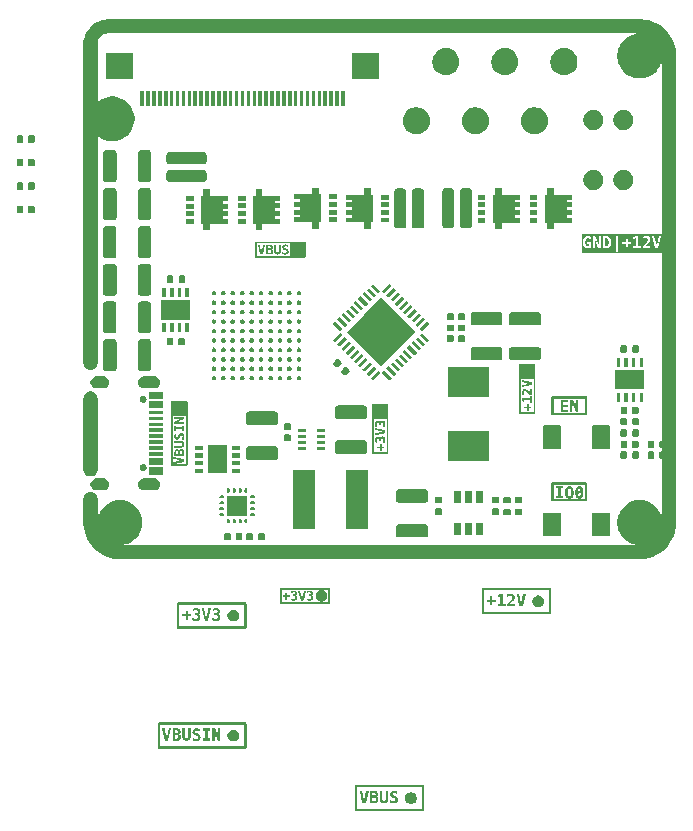
<source format=gbr>
%TF.GenerationSoftware,KiCad,Pcbnew,9.99.0-1168-g72ed3d3f11*%
%TF.CreationDate,2025-05-05T23:22:11-04:00*%
%TF.ProjectId,main_board,6d61696e-5f62-46f6-9172-642e6b696361,rev?*%
%TF.SameCoordinates,Original*%
%TF.FileFunction,Soldermask,Top*%
%TF.FilePolarity,Negative*%
%FSLAX46Y46*%
G04 Gerber Fmt 4.6, Leading zero omitted, Abs format (unit mm)*
G04 Created by KiCad (PCBNEW 9.99.0-1168-g72ed3d3f11) date 2025-05-05 23:22:11*
%MOMM*%
%LPD*%
G01*
G04 APERTURE LIST*
G04 APERTURE END LIST*
G36*
X141821742Y-134869260D02*
G01*
X141934781Y-134934523D01*
X142027077Y-135026819D01*
X142092340Y-135139858D01*
X142126122Y-135265937D01*
X142126122Y-135396463D01*
X142092340Y-135522542D01*
X142027077Y-135635581D01*
X141934781Y-135727877D01*
X141821742Y-135793140D01*
X141695663Y-135826922D01*
X141565137Y-135826922D01*
X141439058Y-135793140D01*
X141326019Y-135727877D01*
X141233723Y-135635581D01*
X141168460Y-135522542D01*
X141134678Y-135396463D01*
X141134678Y-135265937D01*
X141168460Y-135139858D01*
X141233723Y-135026819D01*
X141326019Y-134934523D01*
X141439058Y-134869260D01*
X141565137Y-134835478D01*
X141695663Y-134835478D01*
X141821742Y-134869260D01*
G37*
G36*
X140193764Y-134701736D02*
G01*
X140193765Y-134701736D01*
X140263018Y-134705616D01*
X140263030Y-134705617D01*
X140263434Y-134705640D01*
X140263985Y-134705701D01*
X140334535Y-134717586D01*
X140335049Y-134717701D01*
X140335426Y-134717806D01*
X140335438Y-134717809D01*
X140404346Y-134737053D01*
X140404357Y-134737056D01*
X140404709Y-134737155D01*
X140405184Y-134737314D01*
X140405526Y-134737447D01*
X140405527Y-134737448D01*
X140472145Y-134763484D01*
X140474925Y-134764571D01*
X140477685Y-134767222D01*
X140478105Y-134769228D01*
X140478105Y-134964622D01*
X140476641Y-134968158D01*
X140473105Y-134969622D01*
X140470562Y-134968927D01*
X140446049Y-134954449D01*
X140405027Y-134930221D01*
X140404137Y-134929772D01*
X140351183Y-134907350D01*
X140340116Y-134902664D01*
X140339071Y-134902311D01*
X140273774Y-134885475D01*
X140272546Y-134885266D01*
X140209308Y-134879811D01*
X140208078Y-134879806D01*
X140162286Y-134883375D01*
X140160868Y-134883624D01*
X140126960Y-134892993D01*
X140125309Y-134893669D01*
X140100692Y-134907350D01*
X140098962Y-134908670D01*
X140080289Y-134927790D01*
X140078873Y-134929823D01*
X140067690Y-134953387D01*
X140067031Y-134955615D01*
X140062990Y-134985892D01*
X140063052Y-134988268D01*
X140069398Y-135022326D01*
X140070601Y-135025229D01*
X140088892Y-135051870D01*
X140090865Y-135053837D01*
X140125150Y-135077231D01*
X140126399Y-135077919D01*
X140206560Y-135112638D01*
X140293029Y-135145680D01*
X140293036Y-135145683D01*
X140293235Y-135145759D01*
X140293509Y-135145874D01*
X140372225Y-135181452D01*
X140372969Y-135181868D01*
X140373496Y-135182225D01*
X140373498Y-135182226D01*
X140431503Y-135221503D01*
X140431506Y-135221505D01*
X140432124Y-135221924D01*
X140432899Y-135222571D01*
X140476012Y-135266738D01*
X140476719Y-135267654D01*
X140508272Y-135320115D01*
X140508754Y-135321184D01*
X140509020Y-135322027D01*
X140509022Y-135322030D01*
X140515149Y-135341397D01*
X140528352Y-135383129D01*
X140528563Y-135384170D01*
X140535480Y-135457953D01*
X140535484Y-135458839D01*
X140535427Y-135459504D01*
X140535428Y-135459506D01*
X140529088Y-135534868D01*
X140529086Y-135534876D01*
X140529025Y-135535607D01*
X140528847Y-135536573D01*
X140510876Y-135598906D01*
X140510440Y-135599954D01*
X140482191Y-135650680D01*
X140481473Y-135651664D01*
X140442928Y-135692830D01*
X140442040Y-135693581D01*
X140395100Y-135724689D01*
X140394196Y-135725163D01*
X140393483Y-135725448D01*
X140393478Y-135725451D01*
X140335222Y-135748762D01*
X140335218Y-135748762D01*
X140334599Y-135749011D01*
X140333761Y-135749264D01*
X140258671Y-135764914D01*
X140257955Y-135765010D01*
X140163954Y-135770730D01*
X140163359Y-135770731D01*
X140087723Y-135766321D01*
X140087152Y-135766254D01*
X140010808Y-135752895D01*
X140010261Y-135752767D01*
X140009861Y-135752649D01*
X140009850Y-135752647D01*
X139935910Y-135730932D01*
X139935903Y-135730929D01*
X139935496Y-135730810D01*
X139934959Y-135730619D01*
X139862506Y-135700003D01*
X139859819Y-135697278D01*
X139859452Y-135695397D01*
X139859452Y-135488279D01*
X139860916Y-135484743D01*
X139864452Y-135483279D01*
X139867046Y-135484005D01*
X139868804Y-135485072D01*
X139868807Y-135485073D01*
X139947674Y-135532937D01*
X139948531Y-135533384D01*
X140021661Y-135565747D01*
X140022752Y-135566132D01*
X140060312Y-135576223D01*
X140096630Y-135585980D01*
X140097888Y-135586204D01*
X140169171Y-135592621D01*
X140170483Y-135592622D01*
X140216655Y-135588616D01*
X140218197Y-135588317D01*
X140253105Y-135577653D01*
X140254830Y-135576878D01*
X140281067Y-135560856D01*
X140282728Y-135559479D01*
X140302690Y-135537413D01*
X140303986Y-135535425D01*
X140316095Y-135508277D01*
X140316689Y-135506152D01*
X140321066Y-135471551D01*
X140321029Y-135469404D01*
X140314767Y-135430604D01*
X140313916Y-135428147D01*
X140295506Y-135395016D01*
X140294027Y-135393136D01*
X140282341Y-135382359D01*
X140264503Y-135365909D01*
X140262849Y-135364754D01*
X140217991Y-135341714D01*
X140217281Y-135341397D01*
X140119042Y-135303724D01*
X140119035Y-135303721D01*
X140118873Y-135303659D01*
X140118640Y-135303563D01*
X140118472Y-135303488D01*
X140118451Y-135303480D01*
X140019014Y-135259485D01*
X140019001Y-135259478D01*
X140018535Y-135259272D01*
X140017931Y-135258954D01*
X139952075Y-135218279D01*
X139951313Y-135217701D01*
X139950779Y-135217209D01*
X139911663Y-135181142D01*
X139911660Y-135181139D01*
X139910950Y-135180484D01*
X139910123Y-135179496D01*
X139881090Y-135133951D01*
X139880551Y-135132809D01*
X139880258Y-135131910D01*
X139880254Y-135131900D01*
X139862460Y-135077152D01*
X139862457Y-135077140D01*
X139862203Y-135076357D01*
X139861980Y-135075278D01*
X139861902Y-135074450D01*
X139855446Y-135005705D01*
X139855445Y-135005693D01*
X139855383Y-135005023D01*
X139855380Y-135004117D01*
X139857356Y-134981678D01*
X139861332Y-134936539D01*
X139861332Y-134936537D01*
X139861398Y-134935791D01*
X139861583Y-134934817D01*
X139861793Y-134934102D01*
X139861795Y-134934095D01*
X139878432Y-134877645D01*
X139878434Y-134877639D01*
X139878667Y-134876850D01*
X139879090Y-134875840D01*
X139879487Y-134875122D01*
X139879492Y-134875112D01*
X139906144Y-134827015D01*
X139906150Y-134827006D01*
X139906556Y-134826274D01*
X139907209Y-134825356D01*
X139907771Y-134824729D01*
X139907774Y-134824726D01*
X139944886Y-134783398D01*
X139944890Y-134783393D01*
X139945423Y-134782801D01*
X139946214Y-134782089D01*
X139992544Y-134748607D01*
X139993421Y-134748101D01*
X139994101Y-134747794D01*
X139994113Y-134747788D01*
X140047690Y-134723671D01*
X140047705Y-134723665D01*
X140048329Y-134723385D01*
X140049212Y-134723083D01*
X140049874Y-134722923D01*
X140049894Y-134722917D01*
X140113759Y-134707558D01*
X140113777Y-134707555D01*
X140114360Y-134707415D01*
X140115170Y-134707289D01*
X140115773Y-134707245D01*
X140115784Y-134707244D01*
X140192187Y-134701749D01*
X140192188Y-134701748D01*
X140192661Y-134701715D01*
X140193300Y-134701710D01*
X140193764Y-134701736D01*
G37*
G36*
X139207556Y-134722705D02*
G01*
X139209020Y-134726241D01*
X139209020Y-134729224D01*
X139209020Y-135418496D01*
X139209054Y-135419212D01*
X139213643Y-135466696D01*
X139214003Y-135468373D01*
X139226239Y-135504561D01*
X139227124Y-135506350D01*
X139246050Y-135534478D01*
X139247502Y-135536080D01*
X139250299Y-135538392D01*
X139273190Y-135557313D01*
X139273200Y-135557321D01*
X139275134Y-135558481D01*
X139307101Y-135571625D01*
X139309072Y-135572135D01*
X139350000Y-135576931D01*
X139351742Y-135576931D01*
X139392702Y-135572132D01*
X139394684Y-135571619D01*
X139426637Y-135558477D01*
X139428576Y-135557313D01*
X139454245Y-135536076D01*
X139455691Y-135534481D01*
X139463772Y-135522490D01*
X139474652Y-135506343D01*
X139475537Y-135504557D01*
X139487790Y-135468372D01*
X139488153Y-135466685D01*
X139488194Y-135466265D01*
X139492748Y-135419212D01*
X139492783Y-135418492D01*
X139492783Y-134729224D01*
X139492783Y-134726241D01*
X139494247Y-134722705D01*
X139497783Y-134721241D01*
X139699283Y-134721241D01*
X139702819Y-134722705D01*
X139704283Y-134726241D01*
X139704283Y-135368600D01*
X139704274Y-135368897D01*
X139704259Y-135369143D01*
X139704259Y-135369154D01*
X139697948Y-135475068D01*
X139697946Y-135475080D01*
X139697914Y-135475623D01*
X139697819Y-135476339D01*
X139680620Y-135559464D01*
X139680361Y-135560322D01*
X139654515Y-135624387D01*
X139654008Y-135625334D01*
X139620737Y-135674096D01*
X139620013Y-135674938D01*
X139585593Y-135706970D01*
X139584794Y-135707576D01*
X139584154Y-135707966D01*
X139584149Y-135707971D01*
X139547089Y-135730619D01*
X139542586Y-135733371D01*
X139541754Y-135733779D01*
X139541101Y-135734026D01*
X139541099Y-135734028D01*
X139512846Y-135744758D01*
X139490394Y-135753285D01*
X139489610Y-135753512D01*
X139427306Y-135766107D01*
X139426615Y-135766197D01*
X139351232Y-135770730D01*
X139350554Y-135770725D01*
X139258844Y-135763763D01*
X139257949Y-135763612D01*
X139257290Y-135763438D01*
X139257287Y-135763438D01*
X139186354Y-135744758D01*
X139186347Y-135744755D01*
X139185556Y-135744547D01*
X139184539Y-135744157D01*
X139182712Y-135743216D01*
X139128428Y-135715245D01*
X139127609Y-135714823D01*
X139126594Y-135714130D01*
X139125905Y-135713524D01*
X139125900Y-135713520D01*
X139082900Y-135675651D01*
X139082895Y-135675646D01*
X139082196Y-135675030D01*
X139081376Y-135674103D01*
X139066010Y-135651664D01*
X139048426Y-135625985D01*
X139048425Y-135625984D01*
X139047970Y-135625319D01*
X139047460Y-135624370D01*
X139047157Y-135623621D01*
X139047154Y-135623616D01*
X139021776Y-135560927D01*
X139021774Y-135560922D01*
X139021521Y-135560296D01*
X139021260Y-135559436D01*
X139004003Y-135476317D01*
X139003908Y-135475599D01*
X139003666Y-135471551D01*
X138997541Y-135369123D01*
X138997540Y-135369107D01*
X138997528Y-135368898D01*
X138997519Y-135368600D01*
X138997519Y-134726241D01*
X138998983Y-134722705D01*
X139002519Y-134721241D01*
X139204020Y-134721241D01*
X139207556Y-134722705D01*
G37*
G36*
X137491139Y-134722705D02*
G01*
X137492496Y-134725213D01*
X137492944Y-134727348D01*
X137492946Y-134727351D01*
X137654491Y-135496067D01*
X137678831Y-135496075D01*
X137840765Y-134728130D01*
X137840766Y-134728127D01*
X137841382Y-134725209D01*
X137843544Y-134722052D01*
X137846274Y-134721241D01*
X138049178Y-134721241D01*
X138052714Y-134722705D01*
X138054178Y-134726241D01*
X138054042Y-134727398D01*
X138053815Y-134728350D01*
X138053816Y-134728351D01*
X137812494Y-135743216D01*
X137811509Y-135747357D01*
X137809267Y-135750458D01*
X137806645Y-135751200D01*
X137804563Y-135751200D01*
X137530214Y-135751200D01*
X137527231Y-135751200D01*
X137523695Y-135749736D01*
X137522367Y-135747356D01*
X137521885Y-135745330D01*
X137521884Y-135745328D01*
X137280584Y-134730300D01*
X137280584Y-134730297D01*
X137279895Y-134727397D01*
X137280502Y-134723619D01*
X137283603Y-134721377D01*
X137284759Y-134721241D01*
X137487603Y-134721241D01*
X137491139Y-134722705D01*
G37*
G36*
X138502221Y-134721249D02*
G01*
X138502386Y-134721258D01*
X138502416Y-134721259D01*
X138588775Y-134726061D01*
X138588788Y-134726062D01*
X138589262Y-134726089D01*
X138589917Y-134726169D01*
X138590387Y-134726258D01*
X138590393Y-134726259D01*
X138630951Y-134733959D01*
X138659615Y-134739402D01*
X138660387Y-134739614D01*
X138660935Y-134739812D01*
X138660954Y-134739818D01*
X138715106Y-134759460D01*
X138715114Y-134759464D01*
X138715776Y-134759704D01*
X138716630Y-134760109D01*
X138717232Y-134760467D01*
X138717241Y-134760472D01*
X138759561Y-134785688D01*
X138759567Y-134785692D01*
X138760286Y-134786121D01*
X138761181Y-134786801D01*
X138761785Y-134787378D01*
X138761790Y-134787382D01*
X138783369Y-134808000D01*
X138798009Y-134821987D01*
X138798802Y-134822963D01*
X138825249Y-134865518D01*
X138825761Y-134866625D01*
X138826039Y-134867491D01*
X138826044Y-134867500D01*
X138842070Y-134917271D01*
X138842072Y-134917283D01*
X138842320Y-134918052D01*
X138842539Y-134919115D01*
X138848434Y-134981678D01*
X138848432Y-134982636D01*
X138842215Y-135045935D01*
X138841966Y-135047074D01*
X138824772Y-135096999D01*
X138824165Y-135098204D01*
X138797018Y-135137693D01*
X138796069Y-135138726D01*
X138759014Y-135169117D01*
X138757875Y-135169819D01*
X138716350Y-135188292D01*
X138717140Y-135208603D01*
X138751163Y-135220668D01*
X138751178Y-135220675D01*
X138751849Y-135220913D01*
X138752720Y-135221319D01*
X138791572Y-135244253D01*
X138792411Y-135244875D01*
X138823939Y-135273813D01*
X138824637Y-135274605D01*
X138849382Y-135309507D01*
X138849881Y-135310390D01*
X138850185Y-135311082D01*
X138850188Y-135311088D01*
X138868008Y-135351691D01*
X138868011Y-135351700D01*
X138868287Y-135352329D01*
X138868578Y-135353202D01*
X138880330Y-135403575D01*
X138880449Y-135404365D01*
X138884653Y-135464913D01*
X138884646Y-135465691D01*
X138878271Y-135539164D01*
X138878077Y-135540176D01*
X138860494Y-135598481D01*
X138860007Y-135599588D01*
X138832558Y-135645865D01*
X138831749Y-135646894D01*
X138794374Y-135683345D01*
X138793404Y-135684083D01*
X138748446Y-135710329D01*
X138747556Y-135710737D01*
X138746863Y-135710975D01*
X138746857Y-135710979D01*
X138687714Y-135731389D01*
X138687706Y-135731390D01*
X138687150Y-135731583D01*
X138686388Y-135731781D01*
X138606597Y-135745868D01*
X138605981Y-135745938D01*
X138502196Y-135751194D01*
X138501943Y-135751200D01*
X138501753Y-135751200D01*
X138176298Y-135751200D01*
X138173315Y-135751200D01*
X138169779Y-135749736D01*
X138168315Y-135746200D01*
X138168315Y-135294947D01*
X138373037Y-135294947D01*
X138373037Y-135572190D01*
X138381823Y-135580976D01*
X138501493Y-135580976D01*
X138502018Y-135580957D01*
X138564206Y-135576467D01*
X138565630Y-135576223D01*
X138582633Y-135571581D01*
X138605860Y-135565240D01*
X138607741Y-135564439D01*
X138619664Y-135557313D01*
X138632331Y-135549741D01*
X138634339Y-135547993D01*
X138644303Y-135535607D01*
X138651684Y-135526430D01*
X138652895Y-135524279D01*
X138665048Y-135490822D01*
X138665463Y-135488983D01*
X138670324Y-135438442D01*
X138670324Y-135437013D01*
X138665335Y-135385601D01*
X138664925Y-135383781D01*
X138652206Y-135348467D01*
X138651064Y-135346392D01*
X138632487Y-135322500D01*
X138630608Y-135320782D01*
X138604616Y-135304075D01*
X138602708Y-135303196D01*
X138562848Y-135291253D01*
X138561304Y-135290963D01*
X138502026Y-135286184D01*
X138501444Y-135286161D01*
X138381823Y-135286161D01*
X138373037Y-135294947D01*
X138168315Y-135294947D01*
X138168315Y-134900251D01*
X138373037Y-134900251D01*
X138373037Y-135107152D01*
X138381823Y-135115938D01*
X138501483Y-135115938D01*
X138502028Y-135115918D01*
X138508988Y-135115409D01*
X138550999Y-135112336D01*
X138552432Y-135112090D01*
X138570509Y-135107152D01*
X138584577Y-135103308D01*
X138586407Y-135102536D01*
X138606483Y-135090731D01*
X138608437Y-135089080D01*
X138622816Y-135071973D01*
X138624077Y-135069841D01*
X138633855Y-135044588D01*
X138634323Y-135042651D01*
X138638190Y-135005527D01*
X138638188Y-135003958D01*
X138634274Y-134966891D01*
X138633802Y-134964948D01*
X138623803Y-134939284D01*
X138622558Y-134937180D01*
X138607649Y-134919364D01*
X138605768Y-134917752D01*
X138585141Y-134905284D01*
X138583300Y-134904484D01*
X138551325Y-134895413D01*
X138549847Y-134895149D01*
X138502032Y-134891487D01*
X138501459Y-134891465D01*
X138381823Y-134891465D01*
X138373037Y-134900251D01*
X138168315Y-134900251D01*
X138168315Y-134726241D01*
X138169779Y-134722705D01*
X138173315Y-134721241D01*
X138501943Y-134721241D01*
X138502221Y-134721249D01*
G37*
G36*
X142665909Y-134217121D02*
G01*
X142701957Y-134232053D01*
X142729547Y-134259643D01*
X142744479Y-134295691D01*
X142746400Y-134315200D01*
X142746400Y-136347200D01*
X142744479Y-136366709D01*
X142729547Y-136402757D01*
X142701957Y-136430347D01*
X142665909Y-136445279D01*
X142646400Y-136447200D01*
X142645661Y-136447200D01*
X136957539Y-136447200D01*
X136956800Y-136447200D01*
X136937291Y-136445279D01*
X136901243Y-136430347D01*
X136873653Y-136402757D01*
X136858721Y-136366709D01*
X136856800Y-136347200D01*
X136856800Y-134423986D01*
X137056800Y-134423986D01*
X137056800Y-136238414D01*
X137065586Y-136247200D01*
X142537614Y-136247200D01*
X142546400Y-136238414D01*
X142546400Y-134423986D01*
X142537614Y-134415200D01*
X137065586Y-134415200D01*
X137056800Y-134423986D01*
X136856800Y-134423986D01*
X136856800Y-134315200D01*
X136858721Y-134295691D01*
X136873653Y-134259643D01*
X136901243Y-134232053D01*
X136937291Y-134217121D01*
X136956800Y-134215200D01*
X142646400Y-134215200D01*
X142665909Y-134217121D01*
G37*
G36*
X126784942Y-129586060D02*
G01*
X126897981Y-129651323D01*
X126990277Y-129743619D01*
X127055540Y-129856658D01*
X127089322Y-129982737D01*
X127089322Y-130113263D01*
X127055540Y-130239342D01*
X126990277Y-130352381D01*
X126897981Y-130444677D01*
X126784942Y-130509940D01*
X126658863Y-130543722D01*
X126528337Y-130543722D01*
X126402258Y-130509940D01*
X126289219Y-130444677D01*
X126196923Y-130352381D01*
X126131660Y-130239342D01*
X126097878Y-130113263D01*
X126097878Y-129982737D01*
X126131660Y-129856658D01*
X126196923Y-129743619D01*
X126289219Y-129651323D01*
X126402258Y-129586060D01*
X126528337Y-129552278D01*
X126658863Y-129552278D01*
X126784942Y-129586060D01*
G37*
G36*
X123472665Y-129418536D02*
G01*
X123472666Y-129418536D01*
X123541919Y-129422416D01*
X123541931Y-129422417D01*
X123542335Y-129422440D01*
X123542886Y-129422501D01*
X123613436Y-129434386D01*
X123613950Y-129434501D01*
X123614327Y-129434606D01*
X123614339Y-129434609D01*
X123683247Y-129453853D01*
X123683258Y-129453856D01*
X123683610Y-129453955D01*
X123684085Y-129454114D01*
X123684427Y-129454247D01*
X123684428Y-129454248D01*
X123751046Y-129480284D01*
X123753826Y-129481371D01*
X123756586Y-129484022D01*
X123757006Y-129486028D01*
X123757006Y-129681422D01*
X123755542Y-129684958D01*
X123752006Y-129686422D01*
X123749463Y-129685727D01*
X123724950Y-129671249D01*
X123683928Y-129647021D01*
X123683038Y-129646572D01*
X123629484Y-129623896D01*
X123619017Y-129619464D01*
X123617972Y-129619111D01*
X123552675Y-129602275D01*
X123551447Y-129602066D01*
X123488209Y-129596611D01*
X123486979Y-129596606D01*
X123441187Y-129600175D01*
X123439769Y-129600424D01*
X123405861Y-129609793D01*
X123404210Y-129610469D01*
X123379593Y-129624150D01*
X123377863Y-129625470D01*
X123359190Y-129644590D01*
X123357774Y-129646623D01*
X123346591Y-129670187D01*
X123345932Y-129672415D01*
X123341891Y-129702692D01*
X123341953Y-129705068D01*
X123348299Y-129739126D01*
X123349502Y-129742029D01*
X123367793Y-129768670D01*
X123369766Y-129770637D01*
X123404051Y-129794031D01*
X123405300Y-129794719D01*
X123485461Y-129829438D01*
X123571930Y-129862480D01*
X123571937Y-129862483D01*
X123572136Y-129862559D01*
X123572410Y-129862674D01*
X123651126Y-129898252D01*
X123651870Y-129898668D01*
X123652397Y-129899025D01*
X123652399Y-129899026D01*
X123710404Y-129938303D01*
X123710407Y-129938305D01*
X123711025Y-129938724D01*
X123711800Y-129939371D01*
X123754913Y-129983538D01*
X123755620Y-129984454D01*
X123787173Y-130036915D01*
X123787655Y-130037984D01*
X123787921Y-130038827D01*
X123787923Y-130038830D01*
X123794050Y-130058197D01*
X123807253Y-130099929D01*
X123807464Y-130100970D01*
X123814381Y-130174753D01*
X123814385Y-130175639D01*
X123814328Y-130176304D01*
X123814329Y-130176306D01*
X123807989Y-130251668D01*
X123807987Y-130251676D01*
X123807926Y-130252407D01*
X123807748Y-130253373D01*
X123789777Y-130315706D01*
X123789341Y-130316754D01*
X123761092Y-130367480D01*
X123760374Y-130368464D01*
X123721829Y-130409630D01*
X123720941Y-130410381D01*
X123674001Y-130441489D01*
X123673097Y-130441963D01*
X123672384Y-130442248D01*
X123672379Y-130442251D01*
X123614123Y-130465562D01*
X123614119Y-130465562D01*
X123613500Y-130465811D01*
X123612662Y-130466064D01*
X123537572Y-130481714D01*
X123536856Y-130481810D01*
X123442855Y-130487530D01*
X123442260Y-130487531D01*
X123366624Y-130483121D01*
X123366053Y-130483054D01*
X123289709Y-130469695D01*
X123289162Y-130469567D01*
X123288762Y-130469449D01*
X123288751Y-130469447D01*
X123214811Y-130447732D01*
X123214804Y-130447729D01*
X123214397Y-130447610D01*
X123213860Y-130447419D01*
X123141407Y-130416803D01*
X123138720Y-130414078D01*
X123138353Y-130412197D01*
X123138353Y-130205079D01*
X123139817Y-130201543D01*
X123143353Y-130200079D01*
X123145947Y-130200805D01*
X123147705Y-130201872D01*
X123147708Y-130201873D01*
X123226575Y-130249737D01*
X123227432Y-130250184D01*
X123300562Y-130282547D01*
X123301653Y-130282932D01*
X123339213Y-130293023D01*
X123375531Y-130302780D01*
X123376789Y-130303004D01*
X123448072Y-130309421D01*
X123449384Y-130309422D01*
X123495556Y-130305416D01*
X123497098Y-130305117D01*
X123532006Y-130294453D01*
X123533731Y-130293678D01*
X123559968Y-130277656D01*
X123561629Y-130276279D01*
X123581591Y-130254213D01*
X123582887Y-130252225D01*
X123594996Y-130225077D01*
X123595590Y-130222952D01*
X123599967Y-130188351D01*
X123599930Y-130186204D01*
X123593668Y-130147404D01*
X123592817Y-130144947D01*
X123574407Y-130111816D01*
X123572928Y-130109936D01*
X123561242Y-130099159D01*
X123543404Y-130082709D01*
X123541750Y-130081554D01*
X123496892Y-130058514D01*
X123496182Y-130058197D01*
X123397943Y-130020524D01*
X123397936Y-130020521D01*
X123397774Y-130020459D01*
X123397541Y-130020363D01*
X123397373Y-130020288D01*
X123397352Y-130020280D01*
X123297915Y-129976285D01*
X123297902Y-129976278D01*
X123297436Y-129976072D01*
X123296832Y-129975754D01*
X123230976Y-129935079D01*
X123230214Y-129934501D01*
X123229680Y-129934009D01*
X123190564Y-129897942D01*
X123190561Y-129897939D01*
X123189851Y-129897284D01*
X123189024Y-129896296D01*
X123159991Y-129850751D01*
X123159452Y-129849609D01*
X123159159Y-129848710D01*
X123159155Y-129848700D01*
X123141361Y-129793952D01*
X123141358Y-129793940D01*
X123141104Y-129793157D01*
X123140881Y-129792078D01*
X123140803Y-129791250D01*
X123134347Y-129722505D01*
X123134346Y-129722493D01*
X123134284Y-129721823D01*
X123134281Y-129720917D01*
X123136257Y-129698478D01*
X123140233Y-129653339D01*
X123140233Y-129653337D01*
X123140299Y-129652591D01*
X123140484Y-129651617D01*
X123140694Y-129650902D01*
X123140696Y-129650895D01*
X123157333Y-129594445D01*
X123157335Y-129594439D01*
X123157568Y-129593650D01*
X123157991Y-129592640D01*
X123158388Y-129591922D01*
X123158393Y-129591912D01*
X123185045Y-129543815D01*
X123185051Y-129543806D01*
X123185457Y-129543074D01*
X123186110Y-129542156D01*
X123186672Y-129541529D01*
X123186675Y-129541526D01*
X123223787Y-129500198D01*
X123223791Y-129500193D01*
X123224324Y-129499601D01*
X123225115Y-129498889D01*
X123271445Y-129465407D01*
X123272322Y-129464901D01*
X123273002Y-129464594D01*
X123273014Y-129464588D01*
X123326591Y-129440471D01*
X123326606Y-129440465D01*
X123327230Y-129440185D01*
X123328113Y-129439883D01*
X123328775Y-129439723D01*
X123328795Y-129439717D01*
X123392660Y-129424358D01*
X123392678Y-129424355D01*
X123393261Y-129424215D01*
X123394071Y-129424089D01*
X123394674Y-129424045D01*
X123394685Y-129424044D01*
X123471088Y-129418549D01*
X123471089Y-129418548D01*
X123471562Y-129418515D01*
X123472201Y-129418510D01*
X123472665Y-129418536D01*
G37*
G36*
X122486457Y-129439505D02*
G01*
X122487921Y-129443041D01*
X122487921Y-129446024D01*
X122487921Y-130135296D01*
X122487955Y-130136012D01*
X122492544Y-130183496D01*
X122492904Y-130185173D01*
X122505140Y-130221361D01*
X122506025Y-130223150D01*
X122524951Y-130251278D01*
X122526403Y-130252880D01*
X122529200Y-130255192D01*
X122552091Y-130274113D01*
X122552101Y-130274121D01*
X122554035Y-130275281D01*
X122586002Y-130288425D01*
X122587973Y-130288935D01*
X122628901Y-130293731D01*
X122630643Y-130293731D01*
X122671603Y-130288932D01*
X122673585Y-130288419D01*
X122705538Y-130275277D01*
X122707477Y-130274113D01*
X122733146Y-130252876D01*
X122734592Y-130251281D01*
X122742673Y-130239290D01*
X122753553Y-130223143D01*
X122754438Y-130221357D01*
X122766691Y-130185172D01*
X122767054Y-130183485D01*
X122767095Y-130183065D01*
X122771649Y-130136012D01*
X122771684Y-130135292D01*
X122771684Y-129446024D01*
X122771684Y-129443041D01*
X122773148Y-129439505D01*
X122776684Y-129438041D01*
X122978184Y-129438041D01*
X122981720Y-129439505D01*
X122983184Y-129443041D01*
X122983184Y-130085400D01*
X122983175Y-130085697D01*
X122983160Y-130085943D01*
X122983160Y-130085954D01*
X122976849Y-130191868D01*
X122976847Y-130191880D01*
X122976815Y-130192423D01*
X122976720Y-130193139D01*
X122959521Y-130276264D01*
X122959262Y-130277122D01*
X122933416Y-130341187D01*
X122932909Y-130342134D01*
X122899638Y-130390896D01*
X122898914Y-130391738D01*
X122864494Y-130423770D01*
X122863695Y-130424376D01*
X122863055Y-130424766D01*
X122863050Y-130424771D01*
X122825990Y-130447419D01*
X122821487Y-130450171D01*
X122820655Y-130450579D01*
X122820002Y-130450826D01*
X122820000Y-130450828D01*
X122791747Y-130461558D01*
X122769295Y-130470085D01*
X122768511Y-130470312D01*
X122706207Y-130482907D01*
X122705516Y-130482997D01*
X122630133Y-130487530D01*
X122629455Y-130487525D01*
X122537745Y-130480563D01*
X122536850Y-130480412D01*
X122536191Y-130480238D01*
X122536188Y-130480238D01*
X122465255Y-130461558D01*
X122465248Y-130461555D01*
X122464457Y-130461347D01*
X122463440Y-130460957D01*
X122461613Y-130460016D01*
X122407329Y-130432045D01*
X122406510Y-130431623D01*
X122405495Y-130430930D01*
X122404806Y-130430324D01*
X122404801Y-130430320D01*
X122361801Y-130392451D01*
X122361796Y-130392446D01*
X122361097Y-130391830D01*
X122360277Y-130390903D01*
X122344911Y-130368464D01*
X122327327Y-130342785D01*
X122327326Y-130342784D01*
X122326871Y-130342119D01*
X122326361Y-130341170D01*
X122326058Y-130340421D01*
X122326055Y-130340416D01*
X122300677Y-130277727D01*
X122300675Y-130277722D01*
X122300422Y-130277096D01*
X122300161Y-130276236D01*
X122282904Y-130193117D01*
X122282809Y-130192399D01*
X122282567Y-130188351D01*
X122276442Y-130085923D01*
X122276441Y-130085907D01*
X122276429Y-130085698D01*
X122276420Y-130085400D01*
X122276420Y-129443041D01*
X122277884Y-129439505D01*
X122281420Y-129438041D01*
X122482921Y-129438041D01*
X122486457Y-129439505D01*
G37*
G36*
X120770040Y-129439505D02*
G01*
X120771397Y-129442013D01*
X120771845Y-129444148D01*
X120771847Y-129444151D01*
X120933392Y-130212867D01*
X120957732Y-130212875D01*
X121119666Y-129444930D01*
X121119667Y-129444927D01*
X121120283Y-129442009D01*
X121122445Y-129438852D01*
X121125175Y-129438041D01*
X121328079Y-129438041D01*
X121331615Y-129439505D01*
X121333079Y-129443041D01*
X121332943Y-129444198D01*
X121332716Y-129445150D01*
X121332717Y-129445151D01*
X121091395Y-130460016D01*
X121090410Y-130464157D01*
X121088168Y-130467258D01*
X121085546Y-130468000D01*
X121083464Y-130468000D01*
X120809115Y-130468000D01*
X120806132Y-130468000D01*
X120802596Y-130466536D01*
X120801268Y-130464156D01*
X120800786Y-130462130D01*
X120800785Y-130462128D01*
X120559485Y-129447100D01*
X120559485Y-129447097D01*
X120558796Y-129444197D01*
X120559403Y-129440419D01*
X120562504Y-129438177D01*
X120563660Y-129438041D01*
X120766504Y-129438041D01*
X120770040Y-129439505D01*
G37*
G36*
X121781122Y-129438049D02*
G01*
X121781287Y-129438058D01*
X121781317Y-129438059D01*
X121867676Y-129442861D01*
X121867689Y-129442862D01*
X121868163Y-129442889D01*
X121868818Y-129442969D01*
X121869288Y-129443058D01*
X121869294Y-129443059D01*
X121909852Y-129450759D01*
X121938516Y-129456202D01*
X121939288Y-129456414D01*
X121939836Y-129456612D01*
X121939855Y-129456618D01*
X121994007Y-129476260D01*
X121994015Y-129476264D01*
X121994677Y-129476504D01*
X121995531Y-129476909D01*
X121996133Y-129477267D01*
X121996142Y-129477272D01*
X122038462Y-129502488D01*
X122038468Y-129502492D01*
X122039187Y-129502921D01*
X122040082Y-129503601D01*
X122040686Y-129504178D01*
X122040691Y-129504182D01*
X122062270Y-129524800D01*
X122076910Y-129538787D01*
X122077703Y-129539763D01*
X122104150Y-129582318D01*
X122104662Y-129583425D01*
X122104940Y-129584291D01*
X122104945Y-129584300D01*
X122120971Y-129634071D01*
X122120973Y-129634083D01*
X122121221Y-129634852D01*
X122121440Y-129635915D01*
X122127335Y-129698478D01*
X122127333Y-129699436D01*
X122121116Y-129762735D01*
X122120867Y-129763874D01*
X122103673Y-129813799D01*
X122103066Y-129815004D01*
X122075919Y-129854493D01*
X122074970Y-129855526D01*
X122037915Y-129885917D01*
X122036776Y-129886619D01*
X121995251Y-129905092D01*
X121996041Y-129925403D01*
X122030064Y-129937468D01*
X122030079Y-129937475D01*
X122030750Y-129937713D01*
X122031621Y-129938119D01*
X122070473Y-129961053D01*
X122071312Y-129961675D01*
X122102840Y-129990613D01*
X122103538Y-129991405D01*
X122128283Y-130026307D01*
X122128782Y-130027190D01*
X122129086Y-130027882D01*
X122129089Y-130027888D01*
X122146909Y-130068491D01*
X122146912Y-130068500D01*
X122147188Y-130069129D01*
X122147479Y-130070002D01*
X122159231Y-130120375D01*
X122159350Y-130121165D01*
X122163554Y-130181713D01*
X122163547Y-130182491D01*
X122157172Y-130255964D01*
X122156978Y-130256976D01*
X122139395Y-130315281D01*
X122138908Y-130316388D01*
X122111459Y-130362665D01*
X122110650Y-130363694D01*
X122073275Y-130400145D01*
X122072305Y-130400883D01*
X122027347Y-130427129D01*
X122026457Y-130427537D01*
X122025764Y-130427775D01*
X122025758Y-130427779D01*
X121966615Y-130448189D01*
X121966607Y-130448190D01*
X121966051Y-130448383D01*
X121965289Y-130448581D01*
X121885498Y-130462668D01*
X121884882Y-130462738D01*
X121781097Y-130467994D01*
X121780844Y-130468000D01*
X121780654Y-130468000D01*
X121455199Y-130468000D01*
X121452216Y-130468000D01*
X121448680Y-130466536D01*
X121447216Y-130463000D01*
X121447216Y-130011747D01*
X121651938Y-130011747D01*
X121651938Y-130288990D01*
X121660724Y-130297776D01*
X121780394Y-130297776D01*
X121780919Y-130297757D01*
X121843107Y-130293267D01*
X121844531Y-130293023D01*
X121861534Y-130288381D01*
X121884761Y-130282040D01*
X121886642Y-130281239D01*
X121899827Y-130273359D01*
X121911232Y-130266541D01*
X121913240Y-130264793D01*
X121923204Y-130252407D01*
X121930585Y-130243230D01*
X121931796Y-130241079D01*
X121943949Y-130207622D01*
X121944364Y-130205783D01*
X121949225Y-130155242D01*
X121949225Y-130153813D01*
X121944236Y-130102401D01*
X121943826Y-130100581D01*
X121931107Y-130065267D01*
X121929965Y-130063192D01*
X121911388Y-130039300D01*
X121909509Y-130037582D01*
X121883517Y-130020875D01*
X121881609Y-130019996D01*
X121841749Y-130008053D01*
X121840205Y-130007763D01*
X121780927Y-130002984D01*
X121780345Y-130002961D01*
X121660724Y-130002961D01*
X121651938Y-130011747D01*
X121447216Y-130011747D01*
X121447216Y-129617051D01*
X121651938Y-129617051D01*
X121651938Y-129823952D01*
X121660724Y-129832738D01*
X121780384Y-129832738D01*
X121780929Y-129832718D01*
X121787889Y-129832209D01*
X121829900Y-129829136D01*
X121831333Y-129828890D01*
X121849410Y-129823952D01*
X121863478Y-129820108D01*
X121865308Y-129819336D01*
X121885384Y-129807531D01*
X121887338Y-129805880D01*
X121901717Y-129788773D01*
X121902978Y-129786641D01*
X121912756Y-129761388D01*
X121913224Y-129759451D01*
X121917091Y-129722327D01*
X121917089Y-129720758D01*
X121913175Y-129683691D01*
X121912703Y-129681748D01*
X121902704Y-129656084D01*
X121901459Y-129653980D01*
X121886550Y-129636164D01*
X121884669Y-129634552D01*
X121864042Y-129622084D01*
X121862201Y-129621284D01*
X121830226Y-129612213D01*
X121828748Y-129611949D01*
X121780933Y-129608287D01*
X121780360Y-129608265D01*
X121660724Y-129608265D01*
X121651938Y-129617051D01*
X121447216Y-129617051D01*
X121447216Y-129443041D01*
X121448680Y-129439505D01*
X121452216Y-129438041D01*
X121780844Y-129438041D01*
X121781122Y-129438049D01*
G37*
G36*
X124621627Y-129439505D02*
G01*
X124623091Y-129443041D01*
X124623091Y-129618896D01*
X124621627Y-129622432D01*
X124618091Y-129623896D01*
X124615108Y-129623896D01*
X124428973Y-129623896D01*
X124420187Y-129632682D01*
X124420187Y-130273359D01*
X124428973Y-130282145D01*
X124615108Y-130282145D01*
X124618091Y-130282145D01*
X124621627Y-130283609D01*
X124623091Y-130287145D01*
X124623091Y-130463000D01*
X124621627Y-130466536D01*
X124618091Y-130468000D01*
X124615108Y-130468000D01*
X124013765Y-130468000D01*
X124010782Y-130468000D01*
X124007246Y-130466536D01*
X124005782Y-130463000D01*
X124005782Y-130287145D01*
X124007246Y-130283609D01*
X124010782Y-130282145D01*
X124199900Y-130282145D01*
X124208686Y-130273359D01*
X124208686Y-129632682D01*
X124199900Y-129623896D01*
X124010782Y-129623896D01*
X124007246Y-129622432D01*
X124005782Y-129618896D01*
X124005782Y-129443041D01*
X124007246Y-129439505D01*
X124010782Y-129438041D01*
X124618091Y-129438041D01*
X124621627Y-129439505D01*
G37*
G36*
X125036840Y-129439505D02*
G01*
X125037973Y-129441251D01*
X125195279Y-129851551D01*
X125284935Y-130085400D01*
X125287944Y-130093247D01*
X125312481Y-130088704D01*
X125312481Y-129446024D01*
X125312481Y-129443041D01*
X125313945Y-129439505D01*
X125317481Y-129438041D01*
X125495107Y-129438041D01*
X125498643Y-129439505D01*
X125500107Y-129443041D01*
X125500107Y-130463000D01*
X125498643Y-130466536D01*
X125495107Y-130468000D01*
X125492124Y-130468000D01*
X125282850Y-130468000D01*
X125279867Y-130468000D01*
X125276331Y-130466536D01*
X125275201Y-130464797D01*
X125274635Y-130463329D01*
X125274634Y-130463327D01*
X125023862Y-129812313D01*
X124999348Y-129816871D01*
X124999348Y-130463000D01*
X124997884Y-130466536D01*
X124994348Y-130468000D01*
X124991365Y-130468000D01*
X124819705Y-130468000D01*
X124816722Y-130468000D01*
X124813186Y-130466536D01*
X124811722Y-130463000D01*
X124811722Y-129443041D01*
X124813186Y-129439505D01*
X124816722Y-129438041D01*
X125033304Y-129438041D01*
X125036840Y-129439505D01*
G37*
G36*
X127629109Y-128933921D02*
G01*
X127665157Y-128948853D01*
X127692747Y-128976443D01*
X127707679Y-129012491D01*
X127709600Y-129032000D01*
X127709600Y-131064000D01*
X127707679Y-131083509D01*
X127692747Y-131119557D01*
X127665157Y-131147147D01*
X127629109Y-131162079D01*
X127609600Y-131164000D01*
X127608861Y-131164000D01*
X120295139Y-131164000D01*
X120294400Y-131164000D01*
X120274891Y-131162079D01*
X120238843Y-131147147D01*
X120211253Y-131119557D01*
X120196321Y-131083509D01*
X120194400Y-131064000D01*
X120194400Y-129140786D01*
X120394400Y-129140786D01*
X120394400Y-130955214D01*
X120403186Y-130964000D01*
X127500814Y-130964000D01*
X127509600Y-130955214D01*
X127509600Y-129140786D01*
X127500814Y-129132000D01*
X120403186Y-129132000D01*
X120394400Y-129140786D01*
X120194400Y-129140786D01*
X120194400Y-129032000D01*
X120196321Y-129012491D01*
X120211253Y-128976443D01*
X120238843Y-128948853D01*
X120274891Y-128933921D01*
X120294400Y-128932000D01*
X127609600Y-128932000D01*
X127629109Y-128933921D01*
G37*
G36*
X126784942Y-119426060D02*
G01*
X126897981Y-119491323D01*
X126990277Y-119583619D01*
X127055540Y-119696658D01*
X127089322Y-119822737D01*
X127089322Y-119953263D01*
X127055540Y-120079342D01*
X126990277Y-120192381D01*
X126897981Y-120284677D01*
X126784942Y-120349940D01*
X126658863Y-120383722D01*
X126528337Y-120383722D01*
X126402258Y-120349940D01*
X126289219Y-120284677D01*
X126196923Y-120192381D01*
X126131660Y-120079342D01*
X126097878Y-119953263D01*
X126097878Y-119822737D01*
X126131660Y-119696658D01*
X126196923Y-119583619D01*
X126289219Y-119491323D01*
X126402258Y-119426060D01*
X126528337Y-119392278D01*
X126658863Y-119392278D01*
X126784942Y-119426060D01*
G37*
G36*
X123437429Y-119258512D02*
G01*
X123437794Y-119258534D01*
X123437812Y-119258535D01*
X123518328Y-119263562D01*
X123518330Y-119263562D01*
X123518870Y-119263596D01*
X123519583Y-119263692D01*
X123520111Y-119263802D01*
X123520121Y-119263804D01*
X123586547Y-119277719D01*
X123586556Y-119277721D01*
X123587173Y-119277851D01*
X123587977Y-119278091D01*
X123643995Y-119300107D01*
X123644836Y-119300534D01*
X123691174Y-119329800D01*
X123692000Y-119330452D01*
X123731371Y-119368949D01*
X123732112Y-119369870D01*
X123759902Y-119414231D01*
X123760410Y-119415310D01*
X123760692Y-119416159D01*
X123760695Y-119416166D01*
X123777206Y-119465904D01*
X123777208Y-119465917D01*
X123777469Y-119466701D01*
X123777700Y-119467783D01*
X123783666Y-119528012D01*
X123783663Y-119529026D01*
X123777515Y-119587735D01*
X123777252Y-119588893D01*
X123759797Y-119637841D01*
X123759208Y-119638994D01*
X123730849Y-119680265D01*
X123730011Y-119681204D01*
X123692046Y-119714253D01*
X123691076Y-119714915D01*
X123642469Y-119740275D01*
X123642461Y-119740277D01*
X123635569Y-119743874D01*
X123637733Y-119764195D01*
X123649551Y-119767448D01*
X123650580Y-119767859D01*
X123705180Y-119797025D01*
X123706198Y-119797745D01*
X123706888Y-119798376D01*
X123706895Y-119798381D01*
X123747825Y-119835812D01*
X123747829Y-119835817D01*
X123748542Y-119836469D01*
X123749372Y-119837453D01*
X123780415Y-119885676D01*
X123780957Y-119886809D01*
X123800385Y-119945416D01*
X123800616Y-119946508D01*
X123807542Y-120018220D01*
X123807545Y-120019148D01*
X123801007Y-120092050D01*
X123800810Y-120093058D01*
X123782413Y-120153524D01*
X123781952Y-120154583D01*
X123752603Y-120205047D01*
X123751880Y-120206004D01*
X123711215Y-120248158D01*
X123710356Y-120248869D01*
X123661463Y-120280907D01*
X123660585Y-120281365D01*
X123600008Y-120305673D01*
X123599180Y-120305925D01*
X123524467Y-120321712D01*
X123523744Y-120321810D01*
X123431932Y-120327529D01*
X123431407Y-120327534D01*
X123431028Y-120327517D01*
X123431011Y-120327518D01*
X123354999Y-120324268D01*
X123354996Y-120324267D01*
X123354674Y-120324254D01*
X123354243Y-120324217D01*
X123278996Y-120314430D01*
X123278576Y-120314357D01*
X123205016Y-120298320D01*
X123204592Y-120298208D01*
X123135026Y-120276509D01*
X123132087Y-120274058D01*
X123131515Y-120271736D01*
X123131515Y-120084158D01*
X123132979Y-120080622D01*
X123136515Y-120079158D01*
X123138488Y-120079564D01*
X123139889Y-120080165D01*
X123139890Y-120080166D01*
X123149183Y-120084158D01*
X123204079Y-120107738D01*
X123204937Y-120108046D01*
X123275875Y-120128671D01*
X123276737Y-120128867D01*
X123319271Y-120135955D01*
X123351008Y-120141243D01*
X123351834Y-120141334D01*
X123431009Y-120145552D01*
X123432053Y-120145534D01*
X123483340Y-120141025D01*
X123484871Y-120140728D01*
X123524666Y-120128581D01*
X123526341Y-120127836D01*
X123527706Y-120127016D01*
X123557370Y-120109219D01*
X123558984Y-120107919D01*
X123572944Y-120093058D01*
X123582955Y-120082399D01*
X123584281Y-120080448D01*
X123598407Y-120050413D01*
X123599056Y-120048213D01*
X123604082Y-120011031D01*
X123604101Y-120009165D01*
X123598697Y-119962009D01*
X123598195Y-119960040D01*
X123583462Y-119923712D01*
X123582293Y-119921749D01*
X123558757Y-119893192D01*
X123557118Y-119891712D01*
X123525759Y-119870833D01*
X123523960Y-119869955D01*
X123503912Y-119863313D01*
X123482757Y-119856304D01*
X123481094Y-119855955D01*
X123465149Y-119854457D01*
X123426301Y-119850809D01*
X123425605Y-119850777D01*
X123318231Y-119850777D01*
X123314695Y-119849313D01*
X123313231Y-119845777D01*
X123313231Y-119669922D01*
X123314695Y-119666386D01*
X123318231Y-119664922D01*
X123425705Y-119664922D01*
X123426282Y-119664900D01*
X123473973Y-119661225D01*
X123475361Y-119660985D01*
X123498068Y-119654831D01*
X123510842Y-119651369D01*
X123512445Y-119650730D01*
X123538686Y-119636570D01*
X123540392Y-119635310D01*
X123560547Y-119615485D01*
X123562012Y-119613464D01*
X123573813Y-119589698D01*
X123574527Y-119587394D01*
X123578777Y-119557111D01*
X123578783Y-119555064D01*
X123575160Y-119528012D01*
X123574460Y-119522786D01*
X123573807Y-119520572D01*
X123561811Y-119495139D01*
X123560437Y-119493142D01*
X123540254Y-119472072D01*
X123538585Y-119470762D01*
X123518401Y-119459130D01*
X123512204Y-119455559D01*
X123510535Y-119454849D01*
X123475178Y-119444637D01*
X123473707Y-119444366D01*
X123426653Y-119440503D01*
X123425604Y-119440491D01*
X123368915Y-119443775D01*
X123368128Y-119443862D01*
X123304565Y-119454337D01*
X123303922Y-119454472D01*
X123239140Y-119471079D01*
X123238600Y-119471239D01*
X123168896Y-119494894D01*
X123165077Y-119494643D01*
X123162554Y-119491766D01*
X123162289Y-119490159D01*
X123162289Y-119306489D01*
X123163753Y-119302953D01*
X123166018Y-119301653D01*
X123167940Y-119301147D01*
X123167943Y-119301146D01*
X123236122Y-119283219D01*
X123236151Y-119283212D01*
X123236354Y-119283159D01*
X123236664Y-119283088D01*
X123236873Y-119283046D01*
X123236904Y-119283040D01*
X123304723Y-119269761D01*
X123304741Y-119269758D01*
X123304997Y-119269708D01*
X123305343Y-119269653D01*
X123305595Y-119269621D01*
X123305606Y-119269620D01*
X123372801Y-119261287D01*
X123372815Y-119261285D01*
X123373096Y-119261251D01*
X123373497Y-119261218D01*
X123373758Y-119261206D01*
X123373804Y-119261203D01*
X123436507Y-119258522D01*
X123436543Y-119258522D01*
X123436903Y-119258507D01*
X123437429Y-119258512D01*
G37*
G36*
X125121727Y-119258512D02*
G01*
X125122111Y-119258536D01*
X125202626Y-119263562D01*
X125202627Y-119263562D01*
X125203169Y-119263596D01*
X125203882Y-119263692D01*
X125204410Y-119263802D01*
X125204420Y-119263804D01*
X125270846Y-119277719D01*
X125270855Y-119277721D01*
X125271472Y-119277851D01*
X125272276Y-119278091D01*
X125328294Y-119300107D01*
X125329135Y-119300534D01*
X125329731Y-119300910D01*
X125329738Y-119300914D01*
X125374801Y-119329375D01*
X125374808Y-119329380D01*
X125375472Y-119329800D01*
X125376298Y-119330452D01*
X125415670Y-119368949D01*
X125416411Y-119369870D01*
X125444201Y-119414231D01*
X125444709Y-119415310D01*
X125444991Y-119416159D01*
X125444994Y-119416166D01*
X125461503Y-119465904D01*
X125461503Y-119465908D01*
X125461767Y-119466701D01*
X125461998Y-119467783D01*
X125467965Y-119528012D01*
X125467962Y-119529026D01*
X125461814Y-119587735D01*
X125461551Y-119588893D01*
X125444096Y-119637841D01*
X125443507Y-119638994D01*
X125415147Y-119680265D01*
X125414309Y-119681204D01*
X125376345Y-119714253D01*
X125375375Y-119714915D01*
X125326767Y-119740275D01*
X125326760Y-119740277D01*
X125319867Y-119743874D01*
X125322030Y-119764194D01*
X125333849Y-119767448D01*
X125334878Y-119767859D01*
X125335609Y-119768249D01*
X125335610Y-119768250D01*
X125363692Y-119783251D01*
X125389478Y-119797025D01*
X125390496Y-119797745D01*
X125432841Y-119836469D01*
X125433671Y-119837453D01*
X125464714Y-119885676D01*
X125465256Y-119886809D01*
X125484683Y-119945416D01*
X125484914Y-119946508D01*
X125491841Y-120018220D01*
X125491844Y-120019148D01*
X125485306Y-120092050D01*
X125485109Y-120093058D01*
X125466712Y-120153524D01*
X125466251Y-120154583D01*
X125436902Y-120205047D01*
X125436178Y-120206004D01*
X125395512Y-120248158D01*
X125394654Y-120248869D01*
X125393953Y-120249327D01*
X125393950Y-120249331D01*
X125346385Y-120280499D01*
X125345762Y-120280907D01*
X125344884Y-120281365D01*
X125284307Y-120305673D01*
X125283479Y-120305925D01*
X125208766Y-120321712D01*
X125208043Y-120321810D01*
X125116231Y-120327529D01*
X125115706Y-120327534D01*
X125115327Y-120327517D01*
X125115310Y-120327518D01*
X125039298Y-120324268D01*
X125039295Y-120324267D01*
X125038973Y-120324254D01*
X125038542Y-120324217D01*
X124963295Y-120314430D01*
X124962875Y-120314357D01*
X124889315Y-120298320D01*
X124888891Y-120298208D01*
X124819324Y-120276509D01*
X124816385Y-120274058D01*
X124815813Y-120271736D01*
X124815813Y-120084158D01*
X124817277Y-120080622D01*
X124820813Y-120079158D01*
X124822786Y-120079564D01*
X124824187Y-120080165D01*
X124824188Y-120080166D01*
X124833481Y-120084158D01*
X124888377Y-120107738D01*
X124889235Y-120108046D01*
X124960173Y-120128671D01*
X124961035Y-120128867D01*
X125003577Y-120135956D01*
X125035307Y-120141243D01*
X125036133Y-120141334D01*
X125115308Y-120145552D01*
X125116352Y-120145534D01*
X125167639Y-120141025D01*
X125169170Y-120140728D01*
X125208965Y-120128581D01*
X125210640Y-120127836D01*
X125212005Y-120127016D01*
X125241669Y-120109219D01*
X125243283Y-120107918D01*
X125267253Y-120082400D01*
X125268579Y-120080448D01*
X125282705Y-120050413D01*
X125283354Y-120048213D01*
X125288380Y-120011031D01*
X125288399Y-120009166D01*
X125288399Y-120009165D01*
X125282996Y-119962009D01*
X125282494Y-119960040D01*
X125267761Y-119923712D01*
X125266592Y-119921749D01*
X125243056Y-119893192D01*
X125241417Y-119891712D01*
X125210058Y-119870833D01*
X125208259Y-119869955D01*
X125188211Y-119863313D01*
X125167056Y-119856304D01*
X125165393Y-119855955D01*
X125149584Y-119854470D01*
X125110599Y-119850809D01*
X125109903Y-119850777D01*
X125002530Y-119850777D01*
X124998994Y-119849313D01*
X124997530Y-119845777D01*
X124997530Y-119669922D01*
X124998994Y-119666386D01*
X125002530Y-119664922D01*
X125110003Y-119664922D01*
X125110580Y-119664900D01*
X125158272Y-119661225D01*
X125159660Y-119660985D01*
X125182444Y-119654810D01*
X125195140Y-119651369D01*
X125196743Y-119650730D01*
X125217008Y-119639795D01*
X125222986Y-119636569D01*
X125224691Y-119635310D01*
X125244847Y-119615482D01*
X125246311Y-119613463D01*
X125258112Y-119589698D01*
X125258826Y-119587394D01*
X125259356Y-119583619D01*
X125260423Y-119576014D01*
X125263075Y-119557112D01*
X125263081Y-119555065D01*
X125259458Y-119528012D01*
X125258758Y-119522786D01*
X125258105Y-119520572D01*
X125246109Y-119495139D01*
X125244735Y-119493142D01*
X125224552Y-119472072D01*
X125222883Y-119470762D01*
X125196502Y-119455558D01*
X125194834Y-119454849D01*
X125159477Y-119444637D01*
X125158006Y-119444366D01*
X125110951Y-119440503D01*
X125109902Y-119440491D01*
X125053214Y-119443775D01*
X125052427Y-119443862D01*
X124988864Y-119454337D01*
X124988221Y-119454472D01*
X124923438Y-119471079D01*
X124922899Y-119471239D01*
X124853195Y-119494894D01*
X124849376Y-119494643D01*
X124846853Y-119491766D01*
X124846588Y-119490159D01*
X124846588Y-119306489D01*
X124848052Y-119302953D01*
X124850317Y-119301653D01*
X124852239Y-119301147D01*
X124852242Y-119301146D01*
X124920421Y-119283219D01*
X124920450Y-119283212D01*
X124920653Y-119283159D01*
X124920963Y-119283088D01*
X124921172Y-119283046D01*
X124921203Y-119283040D01*
X124989022Y-119269761D01*
X124989040Y-119269758D01*
X124989296Y-119269708D01*
X124989642Y-119269653D01*
X124989894Y-119269621D01*
X124989905Y-119269620D01*
X125057100Y-119261287D01*
X125057114Y-119261285D01*
X125057395Y-119261251D01*
X125057796Y-119261218D01*
X125058057Y-119261206D01*
X125058103Y-119261203D01*
X125120805Y-119258522D01*
X125120841Y-119258522D01*
X125121201Y-119258507D01*
X125121727Y-119258512D01*
G37*
G36*
X124138638Y-119279505D02*
G01*
X124139995Y-119282013D01*
X124140443Y-119284148D01*
X124140445Y-119284151D01*
X124301990Y-120052867D01*
X124326330Y-120052875D01*
X124488263Y-119284930D01*
X124488264Y-119284927D01*
X124488880Y-119282009D01*
X124491042Y-119278852D01*
X124493772Y-119278041D01*
X124696677Y-119278041D01*
X124700213Y-119279505D01*
X124701677Y-119283041D01*
X124701541Y-119284198D01*
X124701314Y-119285150D01*
X124701315Y-119285151D01*
X124460446Y-120298111D01*
X124459008Y-120304157D01*
X124456766Y-120307258D01*
X124454144Y-120308000D01*
X124452062Y-120308000D01*
X124177713Y-120308000D01*
X124174730Y-120308000D01*
X124171194Y-120306536D01*
X124169866Y-120304156D01*
X124169384Y-120302130D01*
X124169383Y-120302128D01*
X123928083Y-119287100D01*
X123928083Y-119287097D01*
X123927394Y-119284197D01*
X123928001Y-119280419D01*
X123931102Y-119278177D01*
X123932258Y-119278041D01*
X124135102Y-119278041D01*
X124138638Y-119279505D01*
G37*
G36*
X122714641Y-119486623D02*
G01*
X122716105Y-119490159D01*
X122716105Y-119493142D01*
X122716105Y-119769465D01*
X122724891Y-119778251D01*
X123001824Y-119778251D01*
X123004807Y-119778251D01*
X123008343Y-119779715D01*
X123009807Y-119783251D01*
X123009807Y-119947382D01*
X123008343Y-119950918D01*
X123004807Y-119952382D01*
X123001824Y-119952382D01*
X122724891Y-119952382D01*
X122716105Y-119961168D01*
X122716105Y-120240473D01*
X122714641Y-120244009D01*
X122711105Y-120245473D01*
X122708122Y-120245473D01*
X122552155Y-120245473D01*
X122549172Y-120245473D01*
X122545636Y-120244009D01*
X122544172Y-120240473D01*
X122544172Y-119961168D01*
X122535386Y-119952382D01*
X122254065Y-119952382D01*
X122250529Y-119950918D01*
X122249065Y-119947382D01*
X122249065Y-119783251D01*
X122250529Y-119779715D01*
X122254065Y-119778251D01*
X122535386Y-119778251D01*
X122544172Y-119769465D01*
X122544172Y-119493142D01*
X122544172Y-119490159D01*
X122545636Y-119486623D01*
X122549172Y-119485159D01*
X122711105Y-119485159D01*
X122714641Y-119486623D01*
G37*
G36*
X127629109Y-118773921D02*
G01*
X127665157Y-118788853D01*
X127692747Y-118816443D01*
X127707679Y-118852491D01*
X127709600Y-118872000D01*
X127709600Y-120904000D01*
X127707679Y-120923509D01*
X127692747Y-120959557D01*
X127665157Y-120987147D01*
X127629109Y-121002079D01*
X127609600Y-121004000D01*
X127608861Y-121004000D01*
X121920739Y-121004000D01*
X121920000Y-121004000D01*
X121900491Y-121002079D01*
X121864443Y-120987147D01*
X121836853Y-120959557D01*
X121821921Y-120923509D01*
X121820000Y-120904000D01*
X121820000Y-118980786D01*
X122020000Y-118980786D01*
X122020000Y-120795214D01*
X122028786Y-120804000D01*
X127500814Y-120804000D01*
X127509600Y-120795214D01*
X127509600Y-118980786D01*
X127500814Y-118972000D01*
X122028786Y-118972000D01*
X122020000Y-118980786D01*
X121820000Y-118980786D01*
X121820000Y-118872000D01*
X121821921Y-118852491D01*
X121836853Y-118816443D01*
X121864443Y-118788853D01*
X121900491Y-118773921D01*
X121920000Y-118772000D01*
X127609600Y-118772000D01*
X127629109Y-118773921D01*
G37*
G36*
X152591342Y-118206860D02*
G01*
X152704381Y-118272123D01*
X152796677Y-118364419D01*
X152861940Y-118477458D01*
X152895722Y-118603537D01*
X152895722Y-118734063D01*
X152861940Y-118860142D01*
X152796677Y-118973181D01*
X152704381Y-119065477D01*
X152591342Y-119130740D01*
X152465263Y-119164522D01*
X152334737Y-119164522D01*
X152208658Y-119130740D01*
X152095619Y-119065477D01*
X152003323Y-118973181D01*
X151938060Y-118860142D01*
X151904278Y-118734063D01*
X151904278Y-118603537D01*
X151938060Y-118477458D01*
X152003323Y-118364419D01*
X152095619Y-118272123D01*
X152208658Y-118206860D01*
X152334737Y-118173078D01*
X152465263Y-118173078D01*
X152591342Y-118206860D01*
G37*
G36*
X149411001Y-118060305D02*
G01*
X149412465Y-118063841D01*
X149412465Y-118066824D01*
X149412465Y-118894159D01*
X149421251Y-118902945D01*
X149629918Y-118902945D01*
X149632901Y-118902945D01*
X149636437Y-118904409D01*
X149637901Y-118907945D01*
X149637901Y-119083800D01*
X149636437Y-119087336D01*
X149632901Y-119088800D01*
X149629918Y-119088800D01*
X148988946Y-119088800D01*
X148985963Y-119088800D01*
X148982427Y-119087336D01*
X148980963Y-119083800D01*
X148980963Y-118907945D01*
X148982427Y-118904409D01*
X148985963Y-118902945D01*
X149197613Y-118902945D01*
X149206399Y-118894159D01*
X149206399Y-118262124D01*
X149194741Y-118253117D01*
X149002978Y-118303153D01*
X148999188Y-118302629D01*
X148996878Y-118299577D01*
X148996716Y-118298315D01*
X148996716Y-118114644D01*
X148998180Y-118111108D01*
X149000546Y-118109783D01*
X149002559Y-118109298D01*
X149002560Y-118109298D01*
X149210771Y-118059187D01*
X149210774Y-118059186D01*
X149211633Y-118058980D01*
X149212803Y-118058841D01*
X149407465Y-118058841D01*
X149411001Y-118060305D01*
G37*
G36*
X150077814Y-118039313D02*
G01*
X150078267Y-118039342D01*
X150078268Y-118039343D01*
X150158621Y-118044660D01*
X150159195Y-118044698D01*
X150159945Y-118044805D01*
X150160498Y-118044927D01*
X150160502Y-118044928D01*
X150227459Y-118059745D01*
X150227462Y-118059746D01*
X150228090Y-118059885D01*
X150228922Y-118060147D01*
X150229513Y-118060391D01*
X150229524Y-118060395D01*
X150285343Y-118083491D01*
X150285351Y-118083495D01*
X150286015Y-118083770D01*
X150286865Y-118084222D01*
X150287463Y-118084618D01*
X150287468Y-118084621D01*
X150322112Y-118107578D01*
X150334686Y-118115910D01*
X150335492Y-118116576D01*
X150336037Y-118117131D01*
X150336039Y-118117133D01*
X150374473Y-118156289D01*
X150375807Y-118157648D01*
X150376517Y-118158562D01*
X150405071Y-118205772D01*
X150405553Y-118206829D01*
X150423111Y-118261400D01*
X150423328Y-118262452D01*
X150429469Y-118326229D01*
X150429473Y-118327141D01*
X150424354Y-118386030D01*
X150424191Y-118386933D01*
X150424006Y-118387599D01*
X150424005Y-118387606D01*
X150409344Y-118440467D01*
X150409341Y-118440473D01*
X150409160Y-118441128D01*
X150408837Y-118441982D01*
X150383068Y-118494864D01*
X150382713Y-118495478D01*
X150339117Y-118559833D01*
X150338725Y-118560338D01*
X150286112Y-118619940D01*
X150285947Y-118620118D01*
X150139807Y-118770259D01*
X150139773Y-118770294D01*
X150139726Y-118770341D01*
X150139698Y-118770370D01*
X150026476Y-118884481D01*
X150034166Y-118902945D01*
X150422852Y-118902945D01*
X150425835Y-118902945D01*
X150429371Y-118904409D01*
X150430835Y-118907945D01*
X150430835Y-119083800D01*
X150429371Y-119087336D01*
X150425835Y-119088800D01*
X150422852Y-119088800D01*
X149781269Y-119088800D01*
X149778286Y-119088800D01*
X149774750Y-119087336D01*
X149773286Y-119083800D01*
X149773286Y-118913379D01*
X149774642Y-118909955D01*
X149828637Y-118852491D01*
X149883921Y-118793655D01*
X150074419Y-118587951D01*
X150119943Y-118538791D01*
X150120326Y-118538345D01*
X150165662Y-118480922D01*
X150166194Y-118480153D01*
X150192823Y-118435956D01*
X150193432Y-118434694D01*
X150209600Y-118391136D01*
X150210013Y-118389443D01*
X150212430Y-118369935D01*
X150215099Y-118348384D01*
X150215106Y-118346618D01*
X150210473Y-118305969D01*
X150209974Y-118304004D01*
X150198998Y-118276796D01*
X150197401Y-118272838D01*
X150196246Y-118270889D01*
X150176211Y-118246434D01*
X150174581Y-118244953D01*
X150147839Y-118227016D01*
X150146027Y-118226126D01*
X150110762Y-118214367D01*
X150109100Y-118214016D01*
X150062459Y-118209609D01*
X150061093Y-118209606D01*
X150007978Y-118214314D01*
X150006862Y-118214498D01*
X149942426Y-118230213D01*
X149941578Y-118230474D01*
X149875635Y-118255106D01*
X149874951Y-118255400D01*
X149805028Y-118289763D01*
X149805026Y-118289763D01*
X149802351Y-118291078D01*
X149798532Y-118291323D01*
X149795659Y-118288796D01*
X149795146Y-118286591D01*
X149795146Y-118099012D01*
X149796610Y-118095476D01*
X149798602Y-118094256D01*
X149800290Y-118093707D01*
X149800292Y-118093707D01*
X149871414Y-118070616D01*
X149871436Y-118070609D01*
X149871688Y-118070528D01*
X149872056Y-118070424D01*
X149872323Y-118070359D01*
X149872335Y-118070356D01*
X149941730Y-118053559D01*
X149941748Y-118053555D01*
X149942035Y-118053486D01*
X149942455Y-118053403D01*
X150011933Y-118042777D01*
X150012426Y-118042727D01*
X150012782Y-118042708D01*
X150012804Y-118042706D01*
X150076766Y-118039332D01*
X150076782Y-118039332D01*
X150077221Y-118039309D01*
X150077814Y-118039313D01*
G37*
G36*
X150787187Y-118060305D02*
G01*
X150788544Y-118062813D01*
X150788992Y-118064948D01*
X150788994Y-118064951D01*
X150950539Y-118833667D01*
X150974879Y-118833675D01*
X151136813Y-118065730D01*
X151136814Y-118065727D01*
X151137430Y-118062809D01*
X151139592Y-118059652D01*
X151142322Y-118058841D01*
X151345226Y-118058841D01*
X151348762Y-118060305D01*
X151350226Y-118063841D01*
X151350090Y-118064998D01*
X151349863Y-118065950D01*
X151349864Y-118065951D01*
X151108542Y-119080816D01*
X151107557Y-119084957D01*
X151105315Y-119088058D01*
X151102693Y-119088800D01*
X151100611Y-119088800D01*
X150826262Y-119088800D01*
X150823279Y-119088800D01*
X150819743Y-119087336D01*
X150818415Y-119084956D01*
X150817933Y-119082930D01*
X150817932Y-119082928D01*
X150576632Y-118067900D01*
X150576632Y-118067897D01*
X150575943Y-118064997D01*
X150576550Y-118061219D01*
X150579651Y-118058977D01*
X150580807Y-118058841D01*
X150783651Y-118058841D01*
X150787187Y-118060305D01*
G37*
G36*
X148521041Y-118267423D02*
G01*
X148522505Y-118270959D01*
X148522505Y-118273942D01*
X148522505Y-118550265D01*
X148531291Y-118559051D01*
X148808224Y-118559051D01*
X148811207Y-118559051D01*
X148814743Y-118560515D01*
X148816207Y-118564051D01*
X148816207Y-118728182D01*
X148814743Y-118731718D01*
X148811207Y-118733182D01*
X148808224Y-118733182D01*
X148531291Y-118733182D01*
X148522505Y-118741968D01*
X148522505Y-119021273D01*
X148521041Y-119024809D01*
X148517505Y-119026273D01*
X148514522Y-119026273D01*
X148358555Y-119026273D01*
X148355572Y-119026273D01*
X148352036Y-119024809D01*
X148350572Y-119021273D01*
X148350572Y-118741968D01*
X148341786Y-118733182D01*
X148060465Y-118733182D01*
X148056929Y-118731718D01*
X148055465Y-118728182D01*
X148055465Y-118564051D01*
X148056929Y-118560515D01*
X148060465Y-118559051D01*
X148341786Y-118559051D01*
X148350572Y-118550265D01*
X148350572Y-118273942D01*
X148350572Y-118270959D01*
X148352036Y-118267423D01*
X148355572Y-118265959D01*
X148517505Y-118265959D01*
X148521041Y-118267423D01*
G37*
G36*
X153435509Y-117554721D02*
G01*
X153471557Y-117569653D01*
X153499147Y-117597243D01*
X153514079Y-117633291D01*
X153516000Y-117652800D01*
X153516000Y-119684800D01*
X153514079Y-119704309D01*
X153499147Y-119740357D01*
X153471557Y-119767947D01*
X153435509Y-119782879D01*
X153416000Y-119784800D01*
X153415261Y-119784800D01*
X147727139Y-119784800D01*
X147726400Y-119784800D01*
X147706891Y-119782879D01*
X147670843Y-119767947D01*
X147643253Y-119740357D01*
X147628321Y-119704309D01*
X147626400Y-119684800D01*
X147626400Y-117761586D01*
X147826400Y-117761586D01*
X147826400Y-119576014D01*
X147835186Y-119584800D01*
X153307214Y-119584800D01*
X153316000Y-119576014D01*
X153316000Y-117761586D01*
X153307214Y-117752800D01*
X147835186Y-117752800D01*
X147826400Y-117761586D01*
X147626400Y-117761586D01*
X147626400Y-117652800D01*
X147628321Y-117633291D01*
X147643253Y-117597243D01*
X147670843Y-117569653D01*
X147706891Y-117554721D01*
X147726400Y-117552800D01*
X153416000Y-117552800D01*
X153435509Y-117554721D01*
G37*
G36*
X134252542Y-117749660D02*
G01*
X134365581Y-117814923D01*
X134457877Y-117907219D01*
X134523140Y-118020258D01*
X134556922Y-118146337D01*
X134556922Y-118276863D01*
X134523140Y-118402942D01*
X134457877Y-118515981D01*
X134365581Y-118608277D01*
X134252542Y-118673540D01*
X134126463Y-118707322D01*
X133995937Y-118707322D01*
X133869858Y-118673540D01*
X133756819Y-118608277D01*
X133664523Y-118515981D01*
X133599260Y-118402942D01*
X133565478Y-118276863D01*
X133565478Y-118146337D01*
X133599260Y-118020258D01*
X133664523Y-117907219D01*
X133756819Y-117814923D01*
X133869858Y-117749660D01*
X133995937Y-117715878D01*
X134126463Y-117715878D01*
X134252542Y-117749660D01*
G37*
G36*
X131715365Y-117768611D02*
G01*
X131715730Y-117768633D01*
X131715748Y-117768634D01*
X131779975Y-117772645D01*
X131779976Y-117772645D01*
X131780518Y-117772679D01*
X131781231Y-117772775D01*
X131781759Y-117772885D01*
X131781769Y-117772887D01*
X131834677Y-117783970D01*
X131834686Y-117783972D01*
X131835303Y-117784102D01*
X131836107Y-117784343D01*
X131836686Y-117784570D01*
X131836694Y-117784573D01*
X131880265Y-117801698D01*
X131880921Y-117801956D01*
X131881762Y-117802382D01*
X131882358Y-117802758D01*
X131882365Y-117802762D01*
X131918155Y-117825366D01*
X131918163Y-117825373D01*
X131918832Y-117825795D01*
X131919658Y-117826447D01*
X131951156Y-117857244D01*
X131951897Y-117858165D01*
X131952365Y-117858913D01*
X131952368Y-117858916D01*
X131966479Y-117881443D01*
X131974129Y-117893654D01*
X131974637Y-117894733D01*
X131974919Y-117895582D01*
X131974922Y-117895589D01*
X131988019Y-117935049D01*
X131988019Y-117935053D01*
X131988283Y-117935846D01*
X131988514Y-117936928D01*
X131993288Y-117985111D01*
X131993285Y-117986125D01*
X131988366Y-118033092D01*
X131988103Y-118034250D01*
X131974139Y-118073409D01*
X131973550Y-118074562D01*
X131950863Y-118107578D01*
X131950025Y-118108517D01*
X131919653Y-118134956D01*
X131918683Y-118135618D01*
X131881030Y-118155263D01*
X131880943Y-118173346D01*
X131906013Y-118186738D01*
X131929975Y-118199538D01*
X131930993Y-118200258D01*
X131931683Y-118200889D01*
X131931690Y-118200894D01*
X131964151Y-118230580D01*
X131964155Y-118230585D01*
X131964868Y-118231237D01*
X131965698Y-118232221D01*
X131990532Y-118270800D01*
X131991074Y-118271933D01*
X131999548Y-118297495D01*
X132006252Y-118317721D01*
X132006616Y-118318818D01*
X132006847Y-118319910D01*
X132012388Y-118377280D01*
X132012391Y-118378208D01*
X132007161Y-118436529D01*
X132006964Y-118437537D01*
X132006739Y-118438273D01*
X132006739Y-118438278D01*
X131994000Y-118480145D01*
X131992246Y-118485910D01*
X131991785Y-118486969D01*
X131968306Y-118527340D01*
X131967583Y-118528297D01*
X131935051Y-118562020D01*
X131934192Y-118562731D01*
X131895078Y-118588362D01*
X131894200Y-118588820D01*
X131845738Y-118608267D01*
X131844910Y-118608519D01*
X131785140Y-118621148D01*
X131784417Y-118621246D01*
X131710967Y-118625821D01*
X131710442Y-118625826D01*
X131710063Y-118625809D01*
X131710046Y-118625810D01*
X131649378Y-118623216D01*
X131649372Y-118623215D01*
X131649056Y-118623202D01*
X131648625Y-118623165D01*
X131588427Y-118615335D01*
X131588007Y-118615262D01*
X131529160Y-118602433D01*
X131528736Y-118602321D01*
X131473082Y-118584962D01*
X131470143Y-118582511D01*
X131469571Y-118580189D01*
X131469571Y-118430126D01*
X131471035Y-118426590D01*
X131474571Y-118425126D01*
X131476544Y-118425532D01*
X131477944Y-118426133D01*
X131477946Y-118426134D01*
X131528869Y-118448008D01*
X131529736Y-118448319D01*
X131586193Y-118464734D01*
X131587054Y-118464930D01*
X131629513Y-118472006D01*
X131646191Y-118474785D01*
X131647021Y-118474876D01*
X131710043Y-118478233D01*
X131711089Y-118478215D01*
X131751687Y-118474646D01*
X131753217Y-118474349D01*
X131784505Y-118464799D01*
X131786178Y-118464055D01*
X131810442Y-118449497D01*
X131812056Y-118448197D01*
X131812234Y-118448008D01*
X131830722Y-118428325D01*
X131832048Y-118426374D01*
X131843016Y-118403054D01*
X131843665Y-118400854D01*
X131847592Y-118371801D01*
X131847611Y-118369935D01*
X131843362Y-118332860D01*
X131842860Y-118330891D01*
X131831347Y-118302502D01*
X131830178Y-118300539D01*
X131811830Y-118278277D01*
X131810190Y-118276796D01*
X131785694Y-118260487D01*
X131783888Y-118259606D01*
X131751521Y-118248881D01*
X131749858Y-118248532D01*
X131727536Y-118246436D01*
X131706423Y-118244453D01*
X131705727Y-118244421D01*
X131619945Y-118244421D01*
X131616409Y-118242957D01*
X131614945Y-118239421D01*
X131614945Y-118098738D01*
X131616409Y-118095202D01*
X131619945Y-118093738D01*
X131705826Y-118093738D01*
X131706403Y-118093716D01*
X131744226Y-118090801D01*
X131745614Y-118090561D01*
X131763584Y-118085691D01*
X131773492Y-118083005D01*
X131775095Y-118082366D01*
X131791695Y-118073409D01*
X131795521Y-118071344D01*
X131797226Y-118070085D01*
X131800541Y-118066824D01*
X131812797Y-118054767D01*
X131814261Y-118052749D01*
X131823333Y-118034478D01*
X131824047Y-118032174D01*
X131827343Y-118008690D01*
X131827349Y-118006643D01*
X131825502Y-117992850D01*
X131823988Y-117981547D01*
X131823335Y-117979333D01*
X131814078Y-117959707D01*
X131812704Y-117957710D01*
X131797088Y-117941407D01*
X131795418Y-117940097D01*
X131774882Y-117928263D01*
X131773222Y-117927557D01*
X131745466Y-117919538D01*
X131743999Y-117919268D01*
X131706775Y-117916213D01*
X131705727Y-117916201D01*
X131660681Y-117918811D01*
X131659895Y-117918898D01*
X131609283Y-117927238D01*
X131608640Y-117927373D01*
X131557011Y-117940608D01*
X131556472Y-117940768D01*
X131500798Y-117959662D01*
X131496979Y-117959411D01*
X131494456Y-117956534D01*
X131494191Y-117954927D01*
X131494191Y-117807991D01*
X131495655Y-117804455D01*
X131497920Y-117803155D01*
X131499842Y-117802649D01*
X131499845Y-117802648D01*
X131553956Y-117788420D01*
X131553985Y-117788413D01*
X131554188Y-117788360D01*
X131554498Y-117788289D01*
X131554707Y-117788247D01*
X131554738Y-117788241D01*
X131608891Y-117777638D01*
X131608909Y-117777635D01*
X131609165Y-117777585D01*
X131609511Y-117777530D01*
X131609763Y-117777498D01*
X131609774Y-117777497D01*
X131663418Y-117770844D01*
X131663432Y-117770842D01*
X131663713Y-117770808D01*
X131664114Y-117770775D01*
X131664375Y-117770763D01*
X131664421Y-117770760D01*
X131714443Y-117768621D01*
X131714479Y-117768621D01*
X131714839Y-117768606D01*
X131715365Y-117768611D01*
G37*
G36*
X133062804Y-117768611D02*
G01*
X133063169Y-117768633D01*
X133063187Y-117768634D01*
X133127414Y-117772645D01*
X133127415Y-117772645D01*
X133127957Y-117772679D01*
X133128670Y-117772775D01*
X133129198Y-117772885D01*
X133129208Y-117772887D01*
X133182116Y-117783970D01*
X133182125Y-117783972D01*
X133182742Y-117784102D01*
X133183546Y-117784343D01*
X133184125Y-117784570D01*
X133184133Y-117784573D01*
X133227704Y-117801698D01*
X133228360Y-117801956D01*
X133229201Y-117802382D01*
X133229797Y-117802758D01*
X133229804Y-117802762D01*
X133265594Y-117825366D01*
X133265602Y-117825373D01*
X133266271Y-117825795D01*
X133267097Y-117826447D01*
X133298595Y-117857244D01*
X133299336Y-117858165D01*
X133299804Y-117858913D01*
X133299807Y-117858916D01*
X133313918Y-117881443D01*
X133321568Y-117893654D01*
X133322076Y-117894733D01*
X133322358Y-117895582D01*
X133322361Y-117895589D01*
X133335458Y-117935049D01*
X133335458Y-117935053D01*
X133335722Y-117935846D01*
X133335953Y-117936928D01*
X133340727Y-117985111D01*
X133340724Y-117986125D01*
X133335805Y-118033092D01*
X133335542Y-118034250D01*
X133321578Y-118073409D01*
X133320989Y-118074562D01*
X133298301Y-118107578D01*
X133297463Y-118108517D01*
X133267092Y-118134956D01*
X133266122Y-118135618D01*
X133228469Y-118155263D01*
X133228382Y-118173346D01*
X133264019Y-118192383D01*
X133277413Y-118199538D01*
X133278431Y-118200258D01*
X133312307Y-118231237D01*
X133313137Y-118232221D01*
X133337971Y-118270800D01*
X133338513Y-118271933D01*
X133346987Y-118297495D01*
X133353691Y-118317721D01*
X133354055Y-118318818D01*
X133354286Y-118319910D01*
X133359827Y-118377280D01*
X133359830Y-118378208D01*
X133354600Y-118436529D01*
X133354403Y-118437537D01*
X133354178Y-118438273D01*
X133354178Y-118438278D01*
X133341439Y-118480145D01*
X133339685Y-118485910D01*
X133339224Y-118486969D01*
X133315745Y-118527340D01*
X133315022Y-118528297D01*
X133282490Y-118562020D01*
X133281631Y-118562731D01*
X133242517Y-118588362D01*
X133241639Y-118588820D01*
X133193177Y-118608267D01*
X133192349Y-118608519D01*
X133132579Y-118621148D01*
X133131856Y-118621246D01*
X133058406Y-118625821D01*
X133057881Y-118625826D01*
X133057502Y-118625809D01*
X133057485Y-118625810D01*
X132996817Y-118623216D01*
X132996811Y-118623215D01*
X132996495Y-118623202D01*
X132996064Y-118623165D01*
X132935866Y-118615335D01*
X132935446Y-118615262D01*
X132876598Y-118602433D01*
X132876174Y-118602321D01*
X132820521Y-118584962D01*
X132817582Y-118582511D01*
X132817010Y-118580189D01*
X132817010Y-118430126D01*
X132818474Y-118426590D01*
X132822010Y-118425126D01*
X132823983Y-118425532D01*
X132825383Y-118426133D01*
X132825385Y-118426134D01*
X132876308Y-118448008D01*
X132877175Y-118448319D01*
X132933632Y-118464734D01*
X132934493Y-118464930D01*
X132976952Y-118472006D01*
X132993630Y-118474785D01*
X132994460Y-118474876D01*
X133057482Y-118478233D01*
X133058528Y-118478215D01*
X133099126Y-118474646D01*
X133100656Y-118474349D01*
X133131944Y-118464799D01*
X133133617Y-118464055D01*
X133157881Y-118449497D01*
X133159495Y-118448197D01*
X133159673Y-118448008D01*
X133178161Y-118428325D01*
X133179487Y-118426374D01*
X133190455Y-118403054D01*
X133191104Y-118400854D01*
X133195031Y-118371801D01*
X133195050Y-118369935D01*
X133190801Y-118332860D01*
X133190299Y-118330891D01*
X133178786Y-118302502D01*
X133177617Y-118300539D01*
X133159269Y-118278277D01*
X133157629Y-118276796D01*
X133133133Y-118260487D01*
X133131327Y-118259606D01*
X133098960Y-118248881D01*
X133097297Y-118248532D01*
X133074975Y-118246436D01*
X133053862Y-118244453D01*
X133053166Y-118244421D01*
X132967384Y-118244421D01*
X132963848Y-118242957D01*
X132962384Y-118239421D01*
X132962384Y-118098738D01*
X132963848Y-118095202D01*
X132967384Y-118093738D01*
X133053265Y-118093738D01*
X133053842Y-118093716D01*
X133091665Y-118090801D01*
X133093053Y-118090561D01*
X133111023Y-118085691D01*
X133120931Y-118083005D01*
X133122534Y-118082366D01*
X133139134Y-118073409D01*
X133142960Y-118071344D01*
X133144665Y-118070085D01*
X133147980Y-118066824D01*
X133160236Y-118054767D01*
X133161700Y-118052749D01*
X133170772Y-118034478D01*
X133171486Y-118032174D01*
X133174782Y-118008690D01*
X133174788Y-118006642D01*
X133171427Y-117981549D01*
X133170773Y-117979332D01*
X133161516Y-117959707D01*
X133160141Y-117957707D01*
X133144527Y-117941407D01*
X133142857Y-117940097D01*
X133122321Y-117928263D01*
X133120661Y-117927557D01*
X133092905Y-117919538D01*
X133091438Y-117919268D01*
X133054214Y-117916213D01*
X133053166Y-117916201D01*
X133008120Y-117918811D01*
X133007334Y-117918898D01*
X132956722Y-117927238D01*
X132956079Y-117927373D01*
X132904449Y-117940608D01*
X132903910Y-117940768D01*
X132848237Y-117959662D01*
X132844418Y-117959411D01*
X132841895Y-117956534D01*
X132841630Y-117954927D01*
X132841630Y-117807991D01*
X132843094Y-117804455D01*
X132845359Y-117803155D01*
X132847281Y-117802649D01*
X132847284Y-117802648D01*
X132901395Y-117788420D01*
X132901424Y-117788413D01*
X132901627Y-117788360D01*
X132901937Y-117788289D01*
X132902146Y-117788247D01*
X132902177Y-117788241D01*
X132956330Y-117777638D01*
X132956348Y-117777635D01*
X132956604Y-117777585D01*
X132956950Y-117777530D01*
X132957202Y-117777498D01*
X132957213Y-117777497D01*
X133010857Y-117770844D01*
X133010871Y-117770842D01*
X133011152Y-117770808D01*
X133011553Y-117770775D01*
X133011814Y-117770763D01*
X133011860Y-117770760D01*
X133061882Y-117768621D01*
X133061918Y-117768621D01*
X133062278Y-117768606D01*
X133062804Y-117768611D01*
G37*
G36*
X132276977Y-117785697D02*
G01*
X132278334Y-117788205D01*
X132278782Y-117790340D01*
X132278784Y-117790343D01*
X132404523Y-118388675D01*
X132428863Y-118388683D01*
X132554868Y-117791122D01*
X132554869Y-117791119D01*
X132555485Y-117788201D01*
X132557647Y-117785044D01*
X132560377Y-117784233D01*
X132722701Y-117784233D01*
X132726237Y-117785697D01*
X132727701Y-117789233D01*
X132727565Y-117790390D01*
X132727338Y-117791341D01*
X132727339Y-117791342D01*
X132534230Y-118603454D01*
X132534228Y-118603455D01*
X132533539Y-118606357D01*
X132531297Y-118609458D01*
X132528675Y-118610200D01*
X132526593Y-118610200D01*
X132308126Y-118610200D01*
X132305143Y-118610200D01*
X132301607Y-118608736D01*
X132300279Y-118606356D01*
X132299797Y-118604330D01*
X132299796Y-118604328D01*
X132106991Y-117793292D01*
X132106991Y-117793289D01*
X132106302Y-117790389D01*
X132106909Y-117786611D01*
X132110010Y-117784369D01*
X132111166Y-117784233D01*
X132273441Y-117784233D01*
X132276977Y-117785697D01*
G37*
G36*
X131137779Y-117951391D02*
G01*
X131139243Y-117954927D01*
X131139243Y-117957910D01*
X131139243Y-118175614D01*
X131148029Y-118184400D01*
X131366222Y-118184400D01*
X131369205Y-118184400D01*
X131372741Y-118185864D01*
X131374205Y-118189400D01*
X131374205Y-118320705D01*
X131372741Y-118324241D01*
X131369205Y-118325705D01*
X131366222Y-118325705D01*
X131148029Y-118325705D01*
X131139243Y-118334491D01*
X131139243Y-118555179D01*
X131137779Y-118558715D01*
X131134243Y-118560179D01*
X131131260Y-118560179D01*
X131007680Y-118560179D01*
X131004697Y-118560179D01*
X131001161Y-118558715D01*
X130999697Y-118555179D01*
X130999697Y-118334491D01*
X130990911Y-118325705D01*
X130768612Y-118325705D01*
X130765076Y-118324241D01*
X130763612Y-118320705D01*
X130763612Y-118189400D01*
X130765076Y-118185864D01*
X130768612Y-118184400D01*
X130990911Y-118184400D01*
X130999697Y-118175614D01*
X130999697Y-117957910D01*
X130999697Y-117954927D01*
X131001161Y-117951391D01*
X131004697Y-117949927D01*
X131134243Y-117949927D01*
X131137779Y-117951391D01*
G37*
G36*
X134736466Y-117527264D02*
G01*
X134763934Y-117538642D01*
X134784958Y-117559666D01*
X134796336Y-117587134D01*
X134797800Y-117602000D01*
X134797800Y-118821200D01*
X134796336Y-118836066D01*
X134784958Y-118863534D01*
X134763934Y-118884558D01*
X134736466Y-118895936D01*
X134721600Y-118897400D01*
X134720861Y-118897400D01*
X130607539Y-118897400D01*
X130606800Y-118897400D01*
X130591934Y-118895936D01*
X130564466Y-118884558D01*
X130543442Y-118863534D01*
X130532064Y-118836066D01*
X130530600Y-118821200D01*
X130530600Y-117686986D01*
X130683000Y-117686986D01*
X130683000Y-118736214D01*
X130691786Y-118745000D01*
X134636614Y-118745000D01*
X134645400Y-118736214D01*
X134645400Y-117686986D01*
X134636614Y-117678200D01*
X130691786Y-117678200D01*
X130683000Y-117686986D01*
X130530600Y-117686986D01*
X130530600Y-117602000D01*
X130532064Y-117587134D01*
X130543442Y-117559666D01*
X130564466Y-117538642D01*
X130591934Y-117527264D01*
X130606800Y-117525800D01*
X134721600Y-117525800D01*
X134736466Y-117527264D01*
G37*
G36*
X158201259Y-87949835D02*
G01*
X158247434Y-87964476D01*
X158283682Y-87987332D01*
X158311836Y-88018579D01*
X158331430Y-88055635D01*
X158347340Y-88107123D01*
X158358271Y-88176985D01*
X158362395Y-88269782D01*
X158358265Y-88363360D01*
X158347324Y-88433738D01*
X158331412Y-88485538D01*
X158311836Y-88522757D01*
X158283662Y-88554150D01*
X158247402Y-88577097D01*
X158201234Y-88591789D01*
X158142454Y-88597129D01*
X158087805Y-88597129D01*
X158087805Y-87944512D01*
X158142454Y-87944512D01*
X158201259Y-87949835D01*
G37*
G36*
X161201598Y-69404113D02*
G01*
X161485617Y-69433964D01*
X161803436Y-69501519D01*
X162112467Y-69601929D01*
X162374929Y-69718785D01*
X162409302Y-69734089D01*
X162690698Y-69896554D01*
X162690700Y-69896555D01*
X162690706Y-69896559D01*
X162953571Y-70087541D01*
X163195039Y-70304960D01*
X163412458Y-70546428D01*
X163603440Y-70809293D01*
X163603442Y-70809296D01*
X163603446Y-70809302D01*
X163765911Y-71090698D01*
X163835609Y-71247243D01*
X163898070Y-71387532D01*
X163998480Y-71696563D01*
X164066035Y-72014382D01*
X164100000Y-72337537D01*
X164100000Y-111927147D01*
X164100000Y-112000000D01*
X164100000Y-112162464D01*
X164091010Y-112248000D01*
X164066035Y-112485617D01*
X164014706Y-112727099D01*
X163998479Y-112803440D01*
X163898071Y-113112465D01*
X163765911Y-113409302D01*
X163603446Y-113690698D01*
X163603440Y-113690706D01*
X163412458Y-113953571D01*
X163195039Y-114195039D01*
X162953571Y-114412458D01*
X162940872Y-114421684D01*
X162690698Y-114603446D01*
X162409302Y-114765911D01*
X162112465Y-114898071D01*
X161803440Y-114998479D01*
X161803437Y-114998479D01*
X161803436Y-114998480D01*
X161485617Y-115066035D01*
X161254792Y-115090295D01*
X161162464Y-115100000D01*
X161000000Y-115100000D01*
X160927147Y-115100000D01*
X117000000Y-115100000D01*
X116837538Y-115100000D01*
X116837536Y-115100000D01*
X116756749Y-115091508D01*
X116514382Y-115066035D01*
X116196563Y-114998480D01*
X115887532Y-114898070D01*
X115788589Y-114854017D01*
X115590698Y-114765911D01*
X115309302Y-114603446D01*
X115309296Y-114603442D01*
X115309293Y-114603440D01*
X115046428Y-114412458D01*
X114804960Y-114195039D01*
X114587541Y-113953571D01*
X114396559Y-113690706D01*
X114370429Y-113645448D01*
X114234089Y-113409302D01*
X114204793Y-113343503D01*
X114101929Y-113112467D01*
X114001519Y-112803436D01*
X113933964Y-112485617D01*
X113900000Y-112162462D01*
X113900000Y-110000369D01*
X113900000Y-110000000D01*
X113900072Y-109998897D01*
X113902888Y-109941561D01*
X113904293Y-109934496D01*
X113905133Y-109921684D01*
X113911767Y-109896925D01*
X113925906Y-109825848D01*
X113939800Y-109792302D01*
X113945672Y-109770390D01*
X113957012Y-109750747D01*
X113970910Y-109717195D01*
X114011178Y-109656929D01*
X114023988Y-109634743D01*
X114030061Y-109628669D01*
X114036248Y-109619411D01*
X114119411Y-109536248D01*
X114128669Y-109530061D01*
X114134743Y-109523988D01*
X114156929Y-109511178D01*
X114217195Y-109470910D01*
X114250747Y-109457012D01*
X114270390Y-109445672D01*
X114292302Y-109439800D01*
X114325848Y-109425906D01*
X114396917Y-109411769D01*
X114421684Y-109405133D01*
X114430279Y-109405133D01*
X114441198Y-109402961D01*
X114558802Y-109402961D01*
X114569721Y-109405133D01*
X114578316Y-109405133D01*
X114603083Y-109411769D01*
X114674151Y-109425906D01*
X114707695Y-109439799D01*
X114729610Y-109445672D01*
X114749254Y-109457013D01*
X114782804Y-109470910D01*
X114843062Y-109511174D01*
X114865257Y-109523988D01*
X114871332Y-109530063D01*
X114880588Y-109536248D01*
X114963751Y-109619411D01*
X114969935Y-109628666D01*
X114976012Y-109634743D01*
X114988827Y-109656940D01*
X115029089Y-109717195D01*
X115042984Y-109750741D01*
X115054328Y-109770390D01*
X115060201Y-109792308D01*
X115074093Y-109825848D01*
X115088228Y-109896910D01*
X115094867Y-109921684D01*
X115095707Y-109934504D01*
X115097111Y-109941561D01*
X115099927Y-109998895D01*
X115100000Y-110000000D01*
X115100000Y-110000369D01*
X115100000Y-111692085D01*
X115128004Y-111693920D01*
X115136508Y-111629328D01*
X115200833Y-111389265D01*
X115295942Y-111159651D01*
X115420208Y-110944417D01*
X115571504Y-110747243D01*
X115747243Y-110571504D01*
X115944417Y-110420208D01*
X116159651Y-110295942D01*
X116389265Y-110200833D01*
X116629328Y-110136508D01*
X116875734Y-110104068D01*
X117124266Y-110104068D01*
X117370672Y-110136508D01*
X117610735Y-110200833D01*
X117840349Y-110295942D01*
X118055583Y-110420208D01*
X118252757Y-110571504D01*
X118428496Y-110747243D01*
X118579792Y-110944417D01*
X118704058Y-111159651D01*
X118799167Y-111389265D01*
X118863492Y-111629328D01*
X118895932Y-111875734D01*
X118895932Y-112124266D01*
X118863492Y-112370672D01*
X118799167Y-112610735D01*
X118704058Y-112840349D01*
X118579792Y-113055583D01*
X118428496Y-113252757D01*
X118252757Y-113428496D01*
X118055583Y-113579792D01*
X117840349Y-113704058D01*
X117610735Y-113799167D01*
X117370672Y-113863492D01*
X117306078Y-113871995D01*
X117307914Y-113900000D01*
X160692086Y-113900000D01*
X160693921Y-113871995D01*
X160629328Y-113863492D01*
X160389265Y-113799167D01*
X160159651Y-113704058D01*
X159944417Y-113579792D01*
X159747243Y-113428496D01*
X159571504Y-113252757D01*
X159420208Y-113055583D01*
X159295942Y-112840349D01*
X159200833Y-112610735D01*
X159136508Y-112370672D01*
X159104068Y-112124266D01*
X159104068Y-111875734D01*
X159136508Y-111629328D01*
X159200833Y-111389265D01*
X159295942Y-111159651D01*
X159420208Y-110944417D01*
X159571504Y-110747243D01*
X159747243Y-110571504D01*
X159944417Y-110420208D01*
X160159651Y-110295942D01*
X160389265Y-110200833D01*
X160629328Y-110136508D01*
X160875734Y-110104068D01*
X161124266Y-110104068D01*
X161370672Y-110136508D01*
X161610735Y-110200833D01*
X161840349Y-110295942D01*
X162055583Y-110420208D01*
X162252757Y-110571504D01*
X162428496Y-110747243D01*
X162579792Y-110944417D01*
X162704058Y-111159651D01*
X162799167Y-111389265D01*
X162863492Y-111629328D01*
X162871995Y-111693920D01*
X162900000Y-111692085D01*
X162900000Y-106617785D01*
X162891215Y-106609000D01*
X162777600Y-106609000D01*
X162724024Y-106598343D01*
X162678605Y-106567995D01*
X162648257Y-106522576D01*
X162637600Y-106469000D01*
X162637600Y-106129000D01*
X162648257Y-106075424D01*
X162678605Y-106030005D01*
X162724024Y-105999657D01*
X162777600Y-105989000D01*
X162891214Y-105989000D01*
X162900000Y-105980214D01*
X162900000Y-105690985D01*
X162891215Y-105682200D01*
X162777600Y-105682200D01*
X162724024Y-105671543D01*
X162678605Y-105641195D01*
X162648257Y-105595776D01*
X162637600Y-105542200D01*
X162637600Y-105202200D01*
X162648257Y-105148624D01*
X162678605Y-105103205D01*
X162724024Y-105072857D01*
X162777600Y-105062200D01*
X162891214Y-105062200D01*
X162900000Y-105053414D01*
X162900000Y-89236775D01*
X162891214Y-89227989D01*
X156077217Y-89227989D01*
X156077217Y-89116878D01*
X158977764Y-89116878D01*
X159132859Y-89116878D01*
X159132859Y-88261051D01*
X159522060Y-88261051D01*
X159522060Y-88425182D01*
X159817166Y-88425182D01*
X159817166Y-88718273D01*
X159979099Y-88718273D01*
X159979099Y-88604945D01*
X160447557Y-88604945D01*
X160447557Y-88780800D01*
X161094495Y-88780800D01*
X161094495Y-88610379D01*
X161239881Y-88610379D01*
X161239881Y-88780800D01*
X161887430Y-88780800D01*
X161887430Y-88604945D01*
X161457745Y-88604945D01*
X161597819Y-88463772D01*
X161743958Y-88313631D01*
X161796571Y-88254029D01*
X161840167Y-88189674D01*
X161865936Y-88136792D01*
X161880967Y-88082597D01*
X161886086Y-88023708D01*
X161879945Y-87959931D01*
X161862388Y-87905360D01*
X161833834Y-87858150D01*
X161793518Y-87817078D01*
X161745697Y-87785390D01*
X161688605Y-87761767D01*
X161684420Y-87760841D01*
X162042402Y-87760841D01*
X162284874Y-88780800D01*
X162564287Y-88780800D01*
X162806821Y-87760841D01*
X162603916Y-87760841D01*
X162424275Y-88612760D01*
X162245245Y-87760841D01*
X162042402Y-87760841D01*
X161684420Y-87760841D01*
X161620460Y-87746687D01*
X161539078Y-87741302D01*
X161474283Y-87744720D01*
X161404806Y-87755346D01*
X161334827Y-87772284D01*
X161261740Y-87796012D01*
X161261740Y-87983591D01*
X161334901Y-87947638D01*
X161402119Y-87922530D01*
X161468187Y-87906417D01*
X161523386Y-87901525D01*
X161572586Y-87906173D01*
X161610812Y-87918920D01*
X161640500Y-87938833D01*
X161662919Y-87966196D01*
X161676842Y-88000709D01*
X161681838Y-88044529D01*
X161676391Y-88088509D01*
X161659307Y-88134533D01*
X161631669Y-88180405D01*
X161585545Y-88238825D01*
X161349179Y-88494058D01*
X161239881Y-88610379D01*
X161094495Y-88610379D01*
X161094495Y-88604945D01*
X160869059Y-88604945D01*
X160869059Y-87760841D01*
X160674397Y-87760841D01*
X160463311Y-87811644D01*
X160463311Y-87995315D01*
X160672993Y-87940604D01*
X160672993Y-88604945D01*
X160447557Y-88604945D01*
X159979099Y-88604945D01*
X159979099Y-88425182D01*
X160272801Y-88425182D01*
X160272801Y-88261051D01*
X159979099Y-88261051D01*
X159979099Y-87967959D01*
X159817166Y-87967959D01*
X159817166Y-88261051D01*
X159522060Y-88261051D01*
X159132859Y-88261051D01*
X159132859Y-87717855D01*
X158977764Y-87717855D01*
X158977764Y-89116878D01*
X156077217Y-89116878D01*
X156077217Y-88271187D01*
X156188328Y-88271187D01*
X156193425Y-88375967D01*
X156207752Y-88465568D01*
X156230129Y-88542043D01*
X156259749Y-88607206D01*
X156296222Y-88662586D01*
X156342547Y-88711770D01*
X156395229Y-88749715D01*
X156455132Y-88777228D01*
X156523588Y-88794346D01*
X156602320Y-88800339D01*
X156680408Y-88793878D01*
X156729997Y-88780800D01*
X157031821Y-88780800D01*
X157209446Y-88780800D01*
X157209446Y-88039584D01*
X157494966Y-88780800D01*
X157710205Y-88780800D01*
X157710205Y-88597129D01*
X157886304Y-88597129D01*
X157886304Y-88780800D01*
X158102154Y-88780800D01*
X158205907Y-88774936D01*
X158290969Y-88758725D01*
X158360395Y-88733793D01*
X158416783Y-88701113D01*
X158462168Y-88660937D01*
X158498311Y-88612672D01*
X158528258Y-88552071D01*
X158551421Y-88476728D01*
X158566617Y-88383737D01*
X158572138Y-88269782D01*
X158566614Y-88156132D01*
X158551415Y-88063449D01*
X158528252Y-87988405D01*
X158498309Y-87928090D01*
X158462168Y-87880093D01*
X158416819Y-87840148D01*
X158360455Y-87807636D01*
X158291032Y-87782821D01*
X158205951Y-87766680D01*
X158102154Y-87760841D01*
X157886304Y-87760841D01*
X157886304Y-88597129D01*
X157710205Y-88597129D01*
X157710205Y-87760841D01*
X157532580Y-87760841D01*
X157532580Y-88502057D01*
X157248403Y-87760841D01*
X157031821Y-87760841D01*
X157031821Y-88780800D01*
X156729997Y-88780800D01*
X156752224Y-88774938D01*
X156819084Y-88743569D01*
X156880329Y-88699955D01*
X156880329Y-88233696D01*
X156566111Y-88233696D01*
X156566111Y-88401735D01*
X156704108Y-88401735D01*
X156704108Y-88597251D01*
X156688155Y-88607169D01*
X156666494Y-88614775D01*
X156611906Y-88620576D01*
X156561982Y-88614811D01*
X156519850Y-88598279D01*
X156483740Y-88570968D01*
X156452721Y-88531366D01*
X156430728Y-88486637D01*
X156413571Y-88430068D01*
X156402222Y-88359191D01*
X156398072Y-88271187D01*
X156402447Y-88180036D01*
X156414317Y-88107914D01*
X156432109Y-88051496D01*
X156454736Y-88007893D01*
X156486570Y-87970047D01*
X156524791Y-87943371D01*
X156570639Y-87926893D01*
X156626194Y-87921065D01*
X156689596Y-87928059D01*
X156746728Y-87948603D01*
X156797902Y-87982271D01*
X156844120Y-88030485D01*
X156844120Y-87807736D01*
X156790410Y-87779319D01*
X156732745Y-87758399D01*
X156672775Y-87745571D01*
X156611845Y-87741302D01*
X156529676Y-87747314D01*
X156458779Y-87764413D01*
X156397304Y-87791734D01*
X156343790Y-87829163D01*
X156297260Y-87877345D01*
X156260583Y-87932028D01*
X156230711Y-87996951D01*
X156208068Y-88073764D01*
X156193519Y-88164433D01*
X156188328Y-88271187D01*
X156077217Y-88271187D01*
X156077217Y-87606744D01*
X162891214Y-87606744D01*
X162900000Y-87597958D01*
X162900000Y-72807914D01*
X162871995Y-72806078D01*
X162863492Y-72870672D01*
X162799167Y-73110735D01*
X162704058Y-73340349D01*
X162579792Y-73555583D01*
X162428496Y-73752757D01*
X162252757Y-73928496D01*
X162055583Y-74079792D01*
X161840349Y-74204058D01*
X161610735Y-74299167D01*
X161370672Y-74363492D01*
X161124266Y-74395932D01*
X160875734Y-74395932D01*
X160629328Y-74363492D01*
X160389265Y-74299167D01*
X160159651Y-74204058D01*
X159944417Y-74079792D01*
X159747243Y-73928496D01*
X159571504Y-73752757D01*
X159420208Y-73555583D01*
X159295942Y-73340349D01*
X159200833Y-73110735D01*
X159136508Y-72870672D01*
X159104068Y-72624266D01*
X159104068Y-72375734D01*
X159136508Y-72129328D01*
X159200833Y-71889265D01*
X159295942Y-71659651D01*
X159420208Y-71444417D01*
X159571504Y-71247243D01*
X159747243Y-71071504D01*
X159944417Y-70920208D01*
X160159651Y-70795942D01*
X160389265Y-70700833D01*
X160629328Y-70636508D01*
X160693921Y-70628004D01*
X160692086Y-70600000D01*
X116000000Y-70600000D01*
X115824419Y-70617293D01*
X115655594Y-70668505D01*
X115655576Y-70668512D01*
X115499990Y-70751674D01*
X115499983Y-70751679D01*
X115363604Y-70863604D01*
X115251679Y-70999983D01*
X115251674Y-70999990D01*
X115168512Y-71155576D01*
X115168505Y-71155594D01*
X115117293Y-71324419D01*
X115100000Y-71500000D01*
X115100000Y-76360129D01*
X115116698Y-76368363D01*
X115276417Y-76245808D01*
X115491651Y-76121542D01*
X115721265Y-76026433D01*
X115961328Y-75962108D01*
X116207734Y-75929668D01*
X116456266Y-75929668D01*
X116702672Y-75962108D01*
X116942735Y-76026433D01*
X117172349Y-76121542D01*
X117387583Y-76245808D01*
X117584757Y-76397104D01*
X117760496Y-76572843D01*
X117911792Y-76770017D01*
X118036058Y-76985251D01*
X118131167Y-77214865D01*
X118195492Y-77454928D01*
X118227932Y-77701334D01*
X118227932Y-77949866D01*
X118195492Y-78196272D01*
X118131167Y-78436335D01*
X118036058Y-78665949D01*
X117911792Y-78881183D01*
X117760496Y-79078357D01*
X117584757Y-79254096D01*
X117387583Y-79405392D01*
X117172349Y-79529658D01*
X116942735Y-79624767D01*
X116702672Y-79689092D01*
X116456266Y-79721532D01*
X116207734Y-79721532D01*
X115961328Y-79689092D01*
X115721265Y-79624767D01*
X115491651Y-79529658D01*
X115276417Y-79405392D01*
X115116697Y-79282835D01*
X115100000Y-79291070D01*
X115100000Y-98500000D01*
X115099927Y-98501107D01*
X115097111Y-98558438D01*
X115095707Y-98565494D01*
X115094867Y-98578316D01*
X115088228Y-98603092D01*
X115074093Y-98674151D01*
X115060201Y-98707688D01*
X115054328Y-98729610D01*
X115042982Y-98749260D01*
X115029089Y-98782804D01*
X114988832Y-98843051D01*
X114976012Y-98865257D01*
X114969933Y-98871335D01*
X114963751Y-98880588D01*
X114880588Y-98963751D01*
X114871335Y-98969933D01*
X114865257Y-98976012D01*
X114843051Y-98988832D01*
X114782804Y-99029089D01*
X114749260Y-99042982D01*
X114729610Y-99054328D01*
X114707688Y-99060201D01*
X114674151Y-99074093D01*
X114603088Y-99088229D01*
X114578316Y-99094867D01*
X114569721Y-99094867D01*
X114558802Y-99097039D01*
X114441198Y-99097039D01*
X114430279Y-99094867D01*
X114421684Y-99094867D01*
X114396912Y-99088229D01*
X114325848Y-99074093D01*
X114292308Y-99060201D01*
X114270390Y-99054328D01*
X114250741Y-99042984D01*
X114217195Y-99029089D01*
X114156940Y-98988827D01*
X114134743Y-98976012D01*
X114128666Y-98969935D01*
X114119411Y-98963751D01*
X114036248Y-98880588D01*
X114030063Y-98871332D01*
X114023988Y-98865257D01*
X114011174Y-98843062D01*
X113970910Y-98782804D01*
X113957013Y-98749254D01*
X113945672Y-98729610D01*
X113939799Y-98707695D01*
X113925906Y-98674151D01*
X113911767Y-98603077D01*
X113905133Y-98578316D01*
X113904293Y-98565501D01*
X113902888Y-98558438D01*
X113900072Y-98501105D01*
X113900000Y-98500000D01*
X113900000Y-71500000D01*
X113900000Y-71362361D01*
X113935931Y-71089429D01*
X113996442Y-70863604D01*
X114007180Y-70823529D01*
X114013073Y-70809302D01*
X114112524Y-70569203D01*
X114250168Y-70330795D01*
X114417746Y-70112405D01*
X114612405Y-69917746D01*
X114830795Y-69750168D01*
X115069203Y-69612524D01*
X115323526Y-69507181D01*
X115323527Y-69507180D01*
X115323529Y-69507180D01*
X115394771Y-69488090D01*
X115589429Y-69435931D01*
X115698602Y-69421558D01*
X115862359Y-69400000D01*
X116000000Y-69400000D01*
X116072853Y-69400000D01*
X161162462Y-69400000D01*
X161162464Y-69400000D01*
X161201598Y-69404113D01*
G37*
G36*
X128149862Y-112872676D02*
G01*
X128193659Y-112901941D01*
X128222924Y-112945738D01*
X128233200Y-112997400D01*
X128233200Y-113367400D01*
X128222924Y-113419062D01*
X128193659Y-113462859D01*
X128149862Y-113492124D01*
X128098200Y-113502400D01*
X127828200Y-113502400D01*
X127776538Y-113492124D01*
X127732741Y-113462859D01*
X127703476Y-113419062D01*
X127693200Y-113367400D01*
X127693200Y-112997400D01*
X127703476Y-112945738D01*
X127732741Y-112901941D01*
X127776538Y-112872676D01*
X127828200Y-112862400D01*
X128098200Y-112862400D01*
X128149862Y-112872676D01*
G37*
G36*
X129169862Y-112872676D02*
G01*
X129213659Y-112901941D01*
X129242924Y-112945738D01*
X129253200Y-112997400D01*
X129253200Y-113367400D01*
X129242924Y-113419062D01*
X129213659Y-113462859D01*
X129169862Y-113492124D01*
X129118200Y-113502400D01*
X128848200Y-113502400D01*
X128796538Y-113492124D01*
X128752741Y-113462859D01*
X128723476Y-113419062D01*
X128713200Y-113367400D01*
X128713200Y-112997400D01*
X128723476Y-112945738D01*
X128752741Y-112901941D01*
X128796538Y-112872676D01*
X128848200Y-112862400D01*
X129118200Y-112862400D01*
X129169862Y-112872676D01*
G37*
G36*
X126307176Y-112883057D02*
G01*
X126352595Y-112913405D01*
X126382943Y-112958824D01*
X126393600Y-113012400D01*
X126393600Y-113352400D01*
X126382943Y-113405976D01*
X126352595Y-113451395D01*
X126307176Y-113481743D01*
X126253600Y-113492400D01*
X125973600Y-113492400D01*
X125920024Y-113481743D01*
X125874605Y-113451395D01*
X125844257Y-113405976D01*
X125833600Y-113352400D01*
X125833600Y-113012400D01*
X125844257Y-112958824D01*
X125874605Y-112913405D01*
X125920024Y-112883057D01*
X125973600Y-112872400D01*
X126253600Y-112872400D01*
X126307176Y-112883057D01*
G37*
G36*
X127267176Y-112883057D02*
G01*
X127312595Y-112913405D01*
X127342943Y-112958824D01*
X127353600Y-113012400D01*
X127353600Y-113352400D01*
X127342943Y-113405976D01*
X127312595Y-113451395D01*
X127267176Y-113481743D01*
X127213600Y-113492400D01*
X126933600Y-113492400D01*
X126880024Y-113481743D01*
X126834605Y-113451395D01*
X126804257Y-113405976D01*
X126793600Y-113352400D01*
X126793600Y-113012400D01*
X126804257Y-112958824D01*
X126834605Y-112913405D01*
X126880024Y-112883057D01*
X126933600Y-112872400D01*
X127213600Y-112872400D01*
X127267176Y-112883057D01*
G37*
G36*
X142927671Y-112137480D02*
G01*
X143008777Y-112191673D01*
X143062970Y-112272779D01*
X143082000Y-112368450D01*
X143082000Y-113018450D01*
X143062970Y-113114121D01*
X143008777Y-113195227D01*
X142927671Y-113249420D01*
X142832000Y-113268450D01*
X140632000Y-113268450D01*
X140536329Y-113249420D01*
X140455223Y-113195227D01*
X140401030Y-113114121D01*
X140382000Y-113018450D01*
X140382000Y-112368450D01*
X140401030Y-112272779D01*
X140455223Y-112191673D01*
X140536329Y-112137480D01*
X140632000Y-112118450D01*
X142832000Y-112118450D01*
X142927671Y-112137480D01*
G37*
G36*
X154290234Y-111172164D02*
G01*
X154323325Y-111194275D01*
X154345436Y-111227366D01*
X154353200Y-111266400D01*
X154353200Y-113066400D01*
X154345436Y-113105434D01*
X154323325Y-113138525D01*
X154290234Y-113160636D01*
X154251200Y-113168400D01*
X152901200Y-113168400D01*
X152862166Y-113160636D01*
X152829075Y-113138525D01*
X152806964Y-113105434D01*
X152799200Y-113066400D01*
X152799200Y-111266400D01*
X152806964Y-111227366D01*
X152829075Y-111194275D01*
X152862166Y-111172164D01*
X152901200Y-111164400D01*
X154251200Y-111164400D01*
X154290234Y-111172164D01*
G37*
G36*
X158440234Y-111172164D02*
G01*
X158473325Y-111194275D01*
X158495436Y-111227366D01*
X158503200Y-111266400D01*
X158503200Y-113066400D01*
X158495436Y-113105434D01*
X158473325Y-113138525D01*
X158440234Y-113160636D01*
X158401200Y-113168400D01*
X157051200Y-113168400D01*
X157012166Y-113160636D01*
X156979075Y-113138525D01*
X156956964Y-113105434D01*
X156949200Y-113066400D01*
X156949200Y-111266400D01*
X156956964Y-111227366D01*
X156979075Y-111194275D01*
X157012166Y-111172164D01*
X157051200Y-111164400D01*
X158401200Y-111164400D01*
X158440234Y-111172164D01*
G37*
G36*
X145836599Y-113070050D02*
G01*
X145277799Y-113070050D01*
X145277799Y-112066750D01*
X145836599Y-112066750D01*
X145836599Y-113070050D01*
G37*
G36*
X146786600Y-113070050D02*
G01*
X146227800Y-113070050D01*
X146227800Y-112066750D01*
X146786600Y-112066750D01*
X146786600Y-113070050D01*
G37*
G36*
X147736601Y-113070050D02*
G01*
X147177801Y-113070050D01*
X147177801Y-112066750D01*
X147736601Y-112066750D01*
X147736601Y-113070050D01*
G37*
G36*
X133527800Y-112534700D02*
G01*
X131673600Y-112534700D01*
X131673600Y-107530900D01*
X133527800Y-107530900D01*
X133527800Y-112534700D01*
G37*
G36*
X137972800Y-112534700D02*
G01*
X136118600Y-112534700D01*
X136118600Y-107530900D01*
X137972800Y-107530900D01*
X137972800Y-112534700D01*
G37*
G36*
X126231946Y-111708566D02*
G01*
X126266434Y-111743054D01*
X126285098Y-111788114D01*
X126287500Y-111812500D01*
X126287500Y-111962500D01*
X126285098Y-111986886D01*
X126266434Y-112031946D01*
X126231946Y-112066434D01*
X126186886Y-112085098D01*
X126138114Y-112085098D01*
X126093054Y-112066434D01*
X126058566Y-112031946D01*
X126039902Y-111986886D01*
X126037500Y-111962500D01*
X126037500Y-111812500D01*
X126039902Y-111788114D01*
X126058566Y-111743054D01*
X126093054Y-111708566D01*
X126138114Y-111689902D01*
X126186886Y-111689902D01*
X126231946Y-111708566D01*
G37*
G36*
X126731946Y-111708566D02*
G01*
X126766434Y-111743054D01*
X126785098Y-111788114D01*
X126787500Y-111812500D01*
X126787500Y-111962500D01*
X126785098Y-111986886D01*
X126766434Y-112031946D01*
X126731946Y-112066434D01*
X126686886Y-112085098D01*
X126638114Y-112085098D01*
X126593054Y-112066434D01*
X126558566Y-112031946D01*
X126539902Y-111986886D01*
X126537500Y-111962500D01*
X126537500Y-111812500D01*
X126539902Y-111788114D01*
X126558566Y-111743054D01*
X126593054Y-111708566D01*
X126638114Y-111689902D01*
X126686886Y-111689902D01*
X126731946Y-111708566D01*
G37*
G36*
X127231946Y-111708566D02*
G01*
X127266434Y-111743054D01*
X127285098Y-111788114D01*
X127287500Y-111812500D01*
X127287500Y-111962500D01*
X127285098Y-111986886D01*
X127266434Y-112031946D01*
X127231946Y-112066434D01*
X127186886Y-112085098D01*
X127138114Y-112085098D01*
X127093054Y-112066434D01*
X127058566Y-112031946D01*
X127039902Y-111986886D01*
X127037500Y-111962500D01*
X127037500Y-111812500D01*
X127039902Y-111788114D01*
X127058566Y-111743054D01*
X127093054Y-111708566D01*
X127138114Y-111689902D01*
X127186886Y-111689902D01*
X127231946Y-111708566D01*
G37*
G36*
X127731946Y-111708566D02*
G01*
X127766434Y-111743054D01*
X127785098Y-111788114D01*
X127787500Y-111812500D01*
X127787500Y-111962500D01*
X127785098Y-111986886D01*
X127766434Y-112031946D01*
X127731946Y-112066434D01*
X127686886Y-112085098D01*
X127638114Y-112085098D01*
X127593054Y-112066434D01*
X127558566Y-112031946D01*
X127539902Y-111986886D01*
X127537500Y-111962500D01*
X127537500Y-111812500D01*
X127539902Y-111788114D01*
X127558566Y-111743054D01*
X127593054Y-111708566D01*
X127638114Y-111689902D01*
X127686886Y-111689902D01*
X127731946Y-111708566D01*
G37*
G36*
X125711886Y-111214902D02*
G01*
X125756946Y-111233566D01*
X125791434Y-111268054D01*
X125810098Y-111313114D01*
X125810098Y-111361886D01*
X125791434Y-111406946D01*
X125756946Y-111441434D01*
X125711886Y-111460098D01*
X125687500Y-111462500D01*
X125686761Y-111462500D01*
X125538239Y-111462500D01*
X125537500Y-111462500D01*
X125513114Y-111460098D01*
X125468054Y-111441434D01*
X125433566Y-111406946D01*
X125414902Y-111361886D01*
X125414902Y-111313114D01*
X125433566Y-111268054D01*
X125468054Y-111233566D01*
X125513114Y-111214902D01*
X125537500Y-111212500D01*
X125687500Y-111212500D01*
X125711886Y-111214902D01*
G37*
G36*
X128311886Y-111214902D02*
G01*
X128356946Y-111233566D01*
X128391434Y-111268054D01*
X128410098Y-111313114D01*
X128410098Y-111361886D01*
X128391434Y-111406946D01*
X128356946Y-111441434D01*
X128311886Y-111460098D01*
X128287500Y-111462500D01*
X128286761Y-111462500D01*
X128138239Y-111462500D01*
X128137500Y-111462500D01*
X128113114Y-111460098D01*
X128068054Y-111441434D01*
X128033566Y-111406946D01*
X128014902Y-111361886D01*
X128014902Y-111313114D01*
X128033566Y-111268054D01*
X128068054Y-111233566D01*
X128113114Y-111214902D01*
X128137500Y-111212500D01*
X128287500Y-111212500D01*
X128311886Y-111214902D01*
G37*
G36*
X127762500Y-111437500D02*
G01*
X126062500Y-111437500D01*
X126062500Y-109737500D01*
X127762500Y-109737500D01*
X127762500Y-111437500D01*
G37*
G36*
X149995062Y-110841876D02*
G01*
X150038859Y-110871141D01*
X150068124Y-110914938D01*
X150078400Y-110966600D01*
X150078400Y-111236600D01*
X150068124Y-111288262D01*
X150038859Y-111332059D01*
X149995062Y-111361324D01*
X149943400Y-111371600D01*
X149573400Y-111371600D01*
X149521738Y-111361324D01*
X149477941Y-111332059D01*
X149448676Y-111288262D01*
X149438400Y-111236600D01*
X149438400Y-110966600D01*
X149448676Y-110914938D01*
X149477941Y-110871141D01*
X149521738Y-110841876D01*
X149573400Y-110831600D01*
X149943400Y-110831600D01*
X149995062Y-110841876D01*
G37*
G36*
X150960262Y-110841876D02*
G01*
X151004059Y-110871141D01*
X151033324Y-110914938D01*
X151043600Y-110966600D01*
X151043600Y-111236600D01*
X151033324Y-111288262D01*
X151004059Y-111332059D01*
X150960262Y-111361324D01*
X150908600Y-111371600D01*
X150538600Y-111371600D01*
X150486938Y-111361324D01*
X150443141Y-111332059D01*
X150413876Y-111288262D01*
X150403600Y-111236600D01*
X150403600Y-110966600D01*
X150413876Y-110914938D01*
X150443141Y-110871141D01*
X150486938Y-110841876D01*
X150538600Y-110831600D01*
X150908600Y-110831600D01*
X150960262Y-110841876D01*
G37*
G36*
X149016776Y-110802257D02*
G01*
X149062195Y-110832605D01*
X149092543Y-110878024D01*
X149103200Y-110931600D01*
X149103200Y-111211600D01*
X149092543Y-111265176D01*
X149062195Y-111310595D01*
X149016776Y-111340943D01*
X148963200Y-111351600D01*
X148623200Y-111351600D01*
X148569624Y-111340943D01*
X148524205Y-111310595D01*
X148493857Y-111265176D01*
X148483200Y-111211600D01*
X148483200Y-110931600D01*
X148493857Y-110878024D01*
X148524205Y-110832605D01*
X148569624Y-110802257D01*
X148623200Y-110791600D01*
X148963200Y-110791600D01*
X149016776Y-110802257D01*
G37*
G36*
X144190776Y-110791507D02*
G01*
X144236195Y-110821855D01*
X144266543Y-110867274D01*
X144277200Y-110920850D01*
X144277200Y-111200850D01*
X144266543Y-111254426D01*
X144236195Y-111299845D01*
X144190776Y-111330193D01*
X144137200Y-111340850D01*
X143797200Y-111340850D01*
X143743624Y-111330193D01*
X143698205Y-111299845D01*
X143667857Y-111254426D01*
X143657200Y-111200850D01*
X143657200Y-110920850D01*
X143667857Y-110867274D01*
X143698205Y-110821855D01*
X143743624Y-110791507D01*
X143797200Y-110780850D01*
X144137200Y-110780850D01*
X144190776Y-110791507D01*
G37*
G36*
X125711886Y-110714902D02*
G01*
X125756946Y-110733566D01*
X125791434Y-110768054D01*
X125810098Y-110813114D01*
X125810098Y-110861886D01*
X125791434Y-110906946D01*
X125756946Y-110941434D01*
X125711886Y-110960098D01*
X125687500Y-110962500D01*
X125686761Y-110962500D01*
X125538239Y-110962500D01*
X125537500Y-110962500D01*
X125513114Y-110960098D01*
X125468054Y-110941434D01*
X125433566Y-110906946D01*
X125414902Y-110861886D01*
X125414902Y-110813114D01*
X125433566Y-110768054D01*
X125468054Y-110733566D01*
X125513114Y-110714902D01*
X125537500Y-110712500D01*
X125687500Y-110712500D01*
X125711886Y-110714902D01*
G37*
G36*
X128311886Y-110714902D02*
G01*
X128356946Y-110733566D01*
X128391434Y-110768054D01*
X128410098Y-110813114D01*
X128410098Y-110861886D01*
X128391434Y-110906946D01*
X128356946Y-110941434D01*
X128311886Y-110960098D01*
X128287500Y-110962500D01*
X128286761Y-110962500D01*
X128138239Y-110962500D01*
X128137500Y-110962500D01*
X128113114Y-110960098D01*
X128068054Y-110941434D01*
X128033566Y-110906946D01*
X128014902Y-110861886D01*
X128014902Y-110813114D01*
X128033566Y-110768054D01*
X128068054Y-110733566D01*
X128113114Y-110714902D01*
X128137500Y-110712500D01*
X128287500Y-110712500D01*
X128311886Y-110714902D01*
G37*
G36*
X125711886Y-110214902D02*
G01*
X125756946Y-110233566D01*
X125791434Y-110268054D01*
X125810098Y-110313114D01*
X125810098Y-110361886D01*
X125791434Y-110406946D01*
X125756946Y-110441434D01*
X125711886Y-110460098D01*
X125687500Y-110462500D01*
X125686761Y-110462500D01*
X125538239Y-110462500D01*
X125537500Y-110462500D01*
X125513114Y-110460098D01*
X125468054Y-110441434D01*
X125433566Y-110406946D01*
X125414902Y-110361886D01*
X125414902Y-110313114D01*
X125433566Y-110268054D01*
X125468054Y-110233566D01*
X125513114Y-110214902D01*
X125537500Y-110212500D01*
X125687500Y-110212500D01*
X125711886Y-110214902D01*
G37*
G36*
X128311886Y-110214902D02*
G01*
X128356946Y-110233566D01*
X128391434Y-110268054D01*
X128410098Y-110313114D01*
X128410098Y-110361886D01*
X128391434Y-110406946D01*
X128356946Y-110441434D01*
X128311886Y-110460098D01*
X128287500Y-110462500D01*
X128286761Y-110462500D01*
X128138239Y-110462500D01*
X128137500Y-110462500D01*
X128113114Y-110460098D01*
X128068054Y-110441434D01*
X128033566Y-110406946D01*
X128014902Y-110361886D01*
X128014902Y-110313114D01*
X128033566Y-110268054D01*
X128068054Y-110233566D01*
X128113114Y-110214902D01*
X128137500Y-110212500D01*
X128287500Y-110212500D01*
X128311886Y-110214902D01*
G37*
G36*
X149016776Y-109842257D02*
G01*
X149062195Y-109872605D01*
X149092543Y-109918024D01*
X149103200Y-109971600D01*
X149103200Y-110251600D01*
X149092543Y-110305176D01*
X149062195Y-110350595D01*
X149016776Y-110380943D01*
X148963200Y-110391600D01*
X148623200Y-110391600D01*
X148569624Y-110380943D01*
X148524205Y-110350595D01*
X148493857Y-110305176D01*
X148483200Y-110251600D01*
X148483200Y-109971600D01*
X148493857Y-109918024D01*
X148524205Y-109872605D01*
X148569624Y-109842257D01*
X148623200Y-109831600D01*
X148963200Y-109831600D01*
X149016776Y-109842257D01*
G37*
G36*
X144190776Y-109831507D02*
G01*
X144236195Y-109861855D01*
X144266543Y-109907274D01*
X144277200Y-109960850D01*
X144277200Y-110240850D01*
X144266543Y-110294426D01*
X144236195Y-110339845D01*
X144190776Y-110370193D01*
X144137200Y-110380850D01*
X143797200Y-110380850D01*
X143743624Y-110370193D01*
X143698205Y-110339845D01*
X143667857Y-110294426D01*
X143657200Y-110240850D01*
X143657200Y-109960850D01*
X143667857Y-109907274D01*
X143698205Y-109861855D01*
X143743624Y-109831507D01*
X143797200Y-109820850D01*
X144137200Y-109820850D01*
X144190776Y-109831507D01*
G37*
G36*
X149995062Y-109821876D02*
G01*
X150038859Y-109851141D01*
X150068124Y-109894938D01*
X150078400Y-109946600D01*
X150078400Y-110216600D01*
X150068124Y-110268262D01*
X150038859Y-110312059D01*
X149995062Y-110341324D01*
X149943400Y-110351600D01*
X149573400Y-110351600D01*
X149521738Y-110341324D01*
X149477941Y-110312059D01*
X149448676Y-110268262D01*
X149438400Y-110216600D01*
X149438400Y-109946600D01*
X149448676Y-109894938D01*
X149477941Y-109851141D01*
X149521738Y-109821876D01*
X149573400Y-109811600D01*
X149943400Y-109811600D01*
X149995062Y-109821876D01*
G37*
G36*
X150960262Y-109821876D02*
G01*
X151004059Y-109851141D01*
X151033324Y-109894938D01*
X151043600Y-109946600D01*
X151043600Y-110216600D01*
X151033324Y-110268262D01*
X151004059Y-110312059D01*
X150960262Y-110341324D01*
X150908600Y-110351600D01*
X150538600Y-110351600D01*
X150486938Y-110341324D01*
X150443141Y-110312059D01*
X150413876Y-110268262D01*
X150403600Y-110216600D01*
X150403600Y-109946600D01*
X150413876Y-109894938D01*
X150443141Y-109851141D01*
X150486938Y-109821876D01*
X150538600Y-109811600D01*
X150908600Y-109811600D01*
X150960262Y-109821876D01*
G37*
G36*
X142927671Y-109187480D02*
G01*
X143008777Y-109241673D01*
X143062970Y-109322779D01*
X143082000Y-109418450D01*
X143082000Y-110068450D01*
X143062970Y-110164121D01*
X143008777Y-110245227D01*
X142927671Y-110299420D01*
X142832000Y-110318450D01*
X140632000Y-110318450D01*
X140536329Y-110299420D01*
X140455223Y-110245227D01*
X140401030Y-110164121D01*
X140382000Y-110068450D01*
X140382000Y-109418450D01*
X140401030Y-109322779D01*
X140455223Y-109241673D01*
X140536329Y-109187480D01*
X140632000Y-109168450D01*
X142832000Y-109168450D01*
X142927671Y-109187480D01*
G37*
G36*
X145836599Y-110314150D02*
G01*
X145277799Y-110314150D01*
X145277799Y-109310850D01*
X145836599Y-109310850D01*
X145836599Y-110314150D01*
G37*
G36*
X146786600Y-110314150D02*
G01*
X146227800Y-110314150D01*
X146227800Y-109310850D01*
X146786600Y-109310850D01*
X146786600Y-110314150D01*
G37*
G36*
X147736601Y-110314150D02*
G01*
X147177801Y-110314150D01*
X147177801Y-109310850D01*
X147736601Y-109310850D01*
X147736601Y-110314150D01*
G37*
G36*
X155111810Y-108916514D02*
G01*
X155112718Y-108916674D01*
X155173071Y-108933197D01*
X155174015Y-108933562D01*
X155226364Y-108960154D01*
X155227242Y-108960723D01*
X155227846Y-108961211D01*
X155227855Y-108961217D01*
X155272290Y-108997122D01*
X155272293Y-108997125D01*
X155272882Y-108997601D01*
X155273602Y-108998314D01*
X155313274Y-109046554D01*
X155313764Y-109047268D01*
X155343606Y-109100015D01*
X155343916Y-109100670D01*
X155368694Y-109164596D01*
X155368885Y-109165201D01*
X155387960Y-109242208D01*
X155388062Y-109242744D01*
X155388117Y-109243154D01*
X155388119Y-109243164D01*
X155398834Y-109322890D01*
X155400462Y-109335002D01*
X155400503Y-109335465D01*
X155404961Y-109445384D01*
X155404961Y-109445790D01*
X155400508Y-109555357D01*
X155400467Y-109555821D01*
X155388079Y-109647860D01*
X155387977Y-109648396D01*
X155368909Y-109725290D01*
X155368718Y-109725895D01*
X155343936Y-109789794D01*
X155343626Y-109790448D01*
X155313764Y-109843234D01*
X155313273Y-109843949D01*
X155273604Y-109892163D01*
X155272885Y-109892876D01*
X155227247Y-109929738D01*
X155226369Y-109930306D01*
X155174020Y-109956887D01*
X155173076Y-109957252D01*
X155112721Y-109973769D01*
X155111813Y-109973929D01*
X155041706Y-109979722D01*
X155040881Y-109979722D01*
X154971105Y-109973939D01*
X154970195Y-109973778D01*
X154910056Y-109957282D01*
X154909112Y-109956917D01*
X154878190Y-109941189D01*
X154857581Y-109930707D01*
X154857577Y-109930704D01*
X154856882Y-109930351D01*
X154856005Y-109929782D01*
X154810405Y-109892913D01*
X154809688Y-109892202D01*
X154769987Y-109843949D01*
X154769495Y-109843233D01*
X154739655Y-109790450D01*
X154739346Y-109789796D01*
X154736451Y-109782328D01*
X154714753Y-109726343D01*
X154714752Y-109726341D01*
X154714581Y-109725899D01*
X154714390Y-109725295D01*
X154714277Y-109724840D01*
X154695432Y-109648799D01*
X154695430Y-109648792D01*
X154695334Y-109648402D01*
X154695232Y-109647866D01*
X154682851Y-109555825D01*
X154682810Y-109555361D01*
X154682000Y-109535429D01*
X154678372Y-109446085D01*
X154678360Y-109445790D01*
X154678360Y-109445384D01*
X154678364Y-109445283D01*
X154898116Y-109445283D01*
X154898116Y-109445883D01*
X154903074Y-109568653D01*
X154903146Y-109569410D01*
X154914761Y-109647456D01*
X154915681Y-109653637D01*
X154915937Y-109654760D01*
X154932944Y-109709507D01*
X154933595Y-109711005D01*
X154949585Y-109738975D01*
X154953699Y-109746172D01*
X154954966Y-109747813D01*
X154977828Y-109770224D01*
X154979773Y-109771602D01*
X155006041Y-109784538D01*
X155008305Y-109785237D01*
X155040239Y-109789776D01*
X155042351Y-109789776D01*
X155074674Y-109785213D01*
X155076939Y-109784517D01*
X155103423Y-109771541D01*
X155105377Y-109770162D01*
X155128317Y-109747747D01*
X155129591Y-109746099D01*
X155143077Y-109722521D01*
X155149664Y-109711004D01*
X155150316Y-109709507D01*
X155153567Y-109699061D01*
X155157659Y-109685906D01*
X155167353Y-109654756D01*
X155167610Y-109653632D01*
X155172712Y-109619411D01*
X155180164Y-109569421D01*
X155180238Y-109568634D01*
X155185172Y-109446676D01*
X155185204Y-109445882D01*
X155185204Y-109445282D01*
X155185196Y-109445088D01*
X155180231Y-109322010D01*
X155180159Y-109321252D01*
X155167592Y-109236823D01*
X155167338Y-109235714D01*
X155150316Y-109180995D01*
X155149664Y-109179496D01*
X155140889Y-109164144D01*
X155129585Y-109144366D01*
X155128312Y-109142718D01*
X155105369Y-109120287D01*
X155103415Y-109118907D01*
X155103288Y-109118845D01*
X155076935Y-109105926D01*
X155074670Y-109105229D01*
X155050274Y-109101782D01*
X155042356Y-109100664D01*
X155040240Y-109100664D01*
X155008315Y-109105205D01*
X155006042Y-109105907D01*
X154979783Y-109118845D01*
X154977834Y-109120227D01*
X154954968Y-109142658D01*
X154953702Y-109144296D01*
X154941763Y-109165197D01*
X154933597Y-109179492D01*
X154932945Y-109180987D01*
X154923159Y-109212500D01*
X154915952Y-109235709D01*
X154915696Y-109236832D01*
X154911540Y-109264800D01*
X154903153Y-109321238D01*
X154903080Y-109322008D01*
X154898124Y-109445088D01*
X154898116Y-109445283D01*
X154678364Y-109445283D01*
X154682816Y-109335462D01*
X154682856Y-109334999D01*
X154695247Y-109242738D01*
X154695350Y-109242203D01*
X154695445Y-109241817D01*
X154695448Y-109241804D01*
X154714300Y-109165650D01*
X154714303Y-109165637D01*
X154714413Y-109165197D01*
X154714604Y-109164592D01*
X154714769Y-109164165D01*
X154714776Y-109164144D01*
X154739169Y-109101172D01*
X154739178Y-109101151D01*
X154739366Y-109100668D01*
X154739675Y-109100013D01*
X154741126Y-109097447D01*
X154769177Y-109047832D01*
X154769495Y-109047269D01*
X154769986Y-109046554D01*
X154809690Y-108998275D01*
X154810408Y-108997563D01*
X154810988Y-108997093D01*
X154810991Y-108997091D01*
X154855403Y-108961169D01*
X154856010Y-108960678D01*
X154856886Y-108960110D01*
X154857575Y-108959759D01*
X154857585Y-108959753D01*
X154908439Y-108933877D01*
X154908443Y-108933875D01*
X154909116Y-108933533D01*
X154910061Y-108933167D01*
X154910793Y-108932966D01*
X154910796Y-108932965D01*
X154969524Y-108916849D01*
X154969533Y-108916847D01*
X154970198Y-108916665D01*
X154971108Y-108916504D01*
X154971791Y-108916447D01*
X154971799Y-108916446D01*
X155040266Y-108910770D01*
X155040881Y-108910719D01*
X155041706Y-108910719D01*
X155111810Y-108916514D01*
G37*
G36*
X155884502Y-108910774D02*
G01*
X155884504Y-108910774D01*
X155949831Y-108916346D01*
X155949835Y-108916346D01*
X155950541Y-108916407D01*
X155951479Y-108916578D01*
X156008669Y-108932783D01*
X156009640Y-108933172D01*
X156059089Y-108959275D01*
X156059981Y-108959877D01*
X156060595Y-108960395D01*
X156060597Y-108960397D01*
X156102359Y-108995668D01*
X156102361Y-108995670D01*
X156102954Y-108996171D01*
X156103670Y-108996916D01*
X156104144Y-108997524D01*
X156104147Y-108997527D01*
X156122706Y-109021320D01*
X156140849Y-109044579D01*
X156141366Y-109045392D01*
X156141693Y-109046037D01*
X156141695Y-109046040D01*
X156153391Y-109069103D01*
X156174916Y-109111544D01*
X156175234Y-109112330D01*
X156201622Y-109197735D01*
X156201781Y-109198414D01*
X156219379Y-109307366D01*
X156219437Y-109307927D01*
X156219456Y-109308335D01*
X156219458Y-109308352D01*
X156225904Y-109444991D01*
X156225904Y-109445011D01*
X156225920Y-109445351D01*
X156225920Y-109445823D01*
X156225904Y-109446161D01*
X156225904Y-109446182D01*
X156219465Y-109582397D01*
X156219444Y-109582831D01*
X156219386Y-109583393D01*
X156201799Y-109692112D01*
X156201640Y-109692791D01*
X156175253Y-109778103D01*
X156174935Y-109778888D01*
X156141366Y-109845049D01*
X156140849Y-109845862D01*
X156103670Y-109893525D01*
X156102954Y-109894270D01*
X156059981Y-109930564D01*
X156059089Y-109931166D01*
X156009640Y-109957269D01*
X156008669Y-109957658D01*
X155951479Y-109973863D01*
X155950541Y-109974034D01*
X155883869Y-109979721D01*
X155883017Y-109979721D01*
X155816691Y-109974034D01*
X155815749Y-109973861D01*
X155758791Y-109957647D01*
X155757818Y-109957256D01*
X155708500Y-109931114D01*
X155707609Y-109930510D01*
X155664683Y-109894125D01*
X155663969Y-109893381D01*
X155663052Y-109892202D01*
X155627209Y-109846121D01*
X155627207Y-109846118D01*
X155626766Y-109845551D01*
X155626252Y-109844740D01*
X155625489Y-109843234D01*
X155592943Y-109778965D01*
X155592940Y-109778958D01*
X155592654Y-109778393D01*
X155592338Y-109777611D01*
X155590480Y-109771603D01*
X155568899Y-109701783D01*
X155781619Y-109701783D01*
X155786169Y-109714947D01*
X155786558Y-109715867D01*
X155805521Y-109753566D01*
X155806674Y-109755246D01*
X155821046Y-109771069D01*
X155827439Y-109778108D01*
X155827484Y-109778157D01*
X155829431Y-109779693D01*
X155852467Y-109792357D01*
X155854917Y-109793197D01*
X155866046Y-109794962D01*
X155882327Y-109797542D01*
X155884682Y-109797544D01*
X155912422Y-109793176D01*
X155914869Y-109792342D01*
X155920475Y-109789278D01*
X155938097Y-109779644D01*
X155940053Y-109778108D01*
X155960940Y-109755214D01*
X155962102Y-109753528D01*
X155965811Y-109746172D01*
X155980872Y-109716298D01*
X155981410Y-109714900D01*
X155996876Y-109658345D01*
X155997078Y-109657345D01*
X156008461Y-109570929D01*
X156008519Y-109570236D01*
X156013007Y-109445065D01*
X156013007Y-109444524D01*
X156010278Y-109371696D01*
X155988885Y-109365971D01*
X155782393Y-109695015D01*
X155781619Y-109701783D01*
X155568899Y-109701783D01*
X155568058Y-109699061D01*
X155566105Y-109692745D01*
X155566103Y-109692740D01*
X155565952Y-109692249D01*
X155565793Y-109691571D01*
X155548223Y-109582993D01*
X155548165Y-109582430D01*
X155548145Y-109582025D01*
X155548143Y-109581998D01*
X155541740Y-109446676D01*
X155541732Y-109446513D01*
X155754606Y-109446513D01*
X155755911Y-109496834D01*
X155777410Y-109502712D01*
X155788446Y-109485098D01*
X155944686Y-109235714D01*
X155979571Y-109180032D01*
X155979933Y-109172164D01*
X155962135Y-109136913D01*
X155960973Y-109135228D01*
X155940068Y-109112331D01*
X155938114Y-109110797D01*
X155914868Y-109098094D01*
X155912424Y-109097263D01*
X155884681Y-109092895D01*
X155882327Y-109092897D01*
X155878297Y-109093535D01*
X155854914Y-109097241D01*
X155852466Y-109098079D01*
X155839151Y-109105397D01*
X155829421Y-109110744D01*
X155827470Y-109112282D01*
X155824003Y-109116096D01*
X155806640Y-109135195D01*
X155805488Y-109136872D01*
X155786684Y-109174200D01*
X155786148Y-109175596D01*
X155770719Y-109232131D01*
X155770521Y-109233120D01*
X155759153Y-109319693D01*
X155759095Y-109320383D01*
X155754607Y-109446068D01*
X155754606Y-109446513D01*
X155541732Y-109446513D01*
X155541716Y-109446177D01*
X155541716Y-109446160D01*
X155541700Y-109445825D01*
X155541700Y-109445351D01*
X155541716Y-109445012D01*
X155541716Y-109444987D01*
X155548150Y-109308748D01*
X155548153Y-109308712D01*
X155548172Y-109308325D01*
X155548230Y-109307763D01*
X155558825Y-109242203D01*
X155565729Y-109199478D01*
X155565812Y-109198964D01*
X155565971Y-109198286D01*
X155566120Y-109197801D01*
X155566124Y-109197787D01*
X155592169Y-109113462D01*
X155592172Y-109113452D01*
X155592358Y-109112853D01*
X155592674Y-109112070D01*
X155592960Y-109111504D01*
X155592963Y-109111498D01*
X155625924Y-109046408D01*
X155625928Y-109046401D01*
X155626252Y-109045762D01*
X155626766Y-109044952D01*
X155627202Y-109044391D01*
X155627211Y-109044377D01*
X155663492Y-108997711D01*
X155663501Y-108997700D01*
X155663972Y-108997096D01*
X155664685Y-108996351D01*
X155707614Y-108959949D01*
X155708506Y-108959346D01*
X155709206Y-108958974D01*
X155709222Y-108958964D01*
X155757124Y-108933563D01*
X155757137Y-108933557D01*
X155757823Y-108933194D01*
X155758796Y-108932802D01*
X155759554Y-108932585D01*
X155759557Y-108932585D01*
X155815060Y-108916779D01*
X155815063Y-108916778D01*
X155815753Y-108916582D01*
X155816695Y-108916409D01*
X155817403Y-108916348D01*
X155817410Y-108916347D01*
X155882377Y-108910774D01*
X155882387Y-108910774D01*
X155883017Y-108910720D01*
X155883869Y-108910720D01*
X155884502Y-108910774D01*
G37*
G36*
X154506702Y-108931705D02*
G01*
X154508166Y-108935241D01*
X154508166Y-109111096D01*
X154506702Y-109114632D01*
X154503166Y-109116096D01*
X154500183Y-109116096D01*
X154314047Y-109116096D01*
X154305261Y-109124882D01*
X154305261Y-109765559D01*
X154314047Y-109774345D01*
X154500183Y-109774345D01*
X154503166Y-109774345D01*
X154506702Y-109775809D01*
X154508166Y-109779345D01*
X154508166Y-109955200D01*
X154506702Y-109958736D01*
X154503166Y-109960200D01*
X154500183Y-109960200D01*
X153898839Y-109960200D01*
X153895856Y-109960200D01*
X153892320Y-109958736D01*
X153890856Y-109955200D01*
X153890856Y-109779345D01*
X153892320Y-109775809D01*
X153895856Y-109774345D01*
X154084975Y-109774345D01*
X154093761Y-109765559D01*
X154093761Y-109124882D01*
X154084975Y-109116096D01*
X153895856Y-109116096D01*
X153892320Y-109114632D01*
X153890856Y-109111096D01*
X153890856Y-108935241D01*
X153892320Y-108931705D01*
X153895856Y-108930241D01*
X154503166Y-108930241D01*
X154506702Y-108931705D01*
G37*
G36*
X156483509Y-108613921D02*
G01*
X156519557Y-108628853D01*
X156547147Y-108656443D01*
X156562079Y-108692491D01*
X156564000Y-108712000D01*
X156564000Y-110125200D01*
X156562079Y-110144709D01*
X156547147Y-110180757D01*
X156519557Y-110208347D01*
X156483509Y-110223279D01*
X156464000Y-110225200D01*
X156463261Y-110225200D01*
X153619939Y-110225200D01*
X153619200Y-110225200D01*
X153599691Y-110223279D01*
X153563643Y-110208347D01*
X153536053Y-110180757D01*
X153521121Y-110144709D01*
X153519200Y-110125200D01*
X153519200Y-108820786D01*
X153719200Y-108820786D01*
X153719200Y-110016414D01*
X153727986Y-110025200D01*
X156355214Y-110025200D01*
X156364000Y-110016414D01*
X156364000Y-108820786D01*
X156355214Y-108812000D01*
X153727986Y-108812000D01*
X153719200Y-108820786D01*
X153519200Y-108820786D01*
X153519200Y-108712000D01*
X153521121Y-108692491D01*
X153536053Y-108656443D01*
X153563643Y-108628853D01*
X153599691Y-108613921D01*
X153619200Y-108612000D01*
X156464000Y-108612000D01*
X156483509Y-108613921D01*
G37*
G36*
X125711886Y-109714902D02*
G01*
X125756946Y-109733566D01*
X125791434Y-109768054D01*
X125810098Y-109813114D01*
X125810098Y-109861886D01*
X125791434Y-109906946D01*
X125756946Y-109941434D01*
X125711886Y-109960098D01*
X125687500Y-109962500D01*
X125686761Y-109962500D01*
X125538239Y-109962500D01*
X125537500Y-109962500D01*
X125513114Y-109960098D01*
X125468054Y-109941434D01*
X125433566Y-109906946D01*
X125414902Y-109861886D01*
X125414902Y-109813114D01*
X125433566Y-109768054D01*
X125468054Y-109733566D01*
X125513114Y-109714902D01*
X125537500Y-109712500D01*
X125687500Y-109712500D01*
X125711886Y-109714902D01*
G37*
G36*
X128311886Y-109714902D02*
G01*
X128356946Y-109733566D01*
X128391434Y-109768054D01*
X128410098Y-109813114D01*
X128410098Y-109861886D01*
X128391434Y-109906946D01*
X128356946Y-109941434D01*
X128311886Y-109960098D01*
X128287500Y-109962500D01*
X128286761Y-109962500D01*
X128138239Y-109962500D01*
X128137500Y-109962500D01*
X128113114Y-109960098D01*
X128068054Y-109941434D01*
X128033566Y-109906946D01*
X128014902Y-109861886D01*
X128014902Y-109813114D01*
X128033566Y-109768054D01*
X128068054Y-109733566D01*
X128113114Y-109714902D01*
X128137500Y-109712500D01*
X128287500Y-109712500D01*
X128311886Y-109714902D01*
G37*
G36*
X126231946Y-109108566D02*
G01*
X126266434Y-109143054D01*
X126285098Y-109188114D01*
X126287500Y-109212500D01*
X126287500Y-109362500D01*
X126285098Y-109386886D01*
X126266434Y-109431946D01*
X126231946Y-109466434D01*
X126186886Y-109485098D01*
X126138114Y-109485098D01*
X126093054Y-109466434D01*
X126058566Y-109431946D01*
X126039902Y-109386886D01*
X126037500Y-109362500D01*
X126037500Y-109212500D01*
X126039902Y-109188114D01*
X126058566Y-109143054D01*
X126093054Y-109108566D01*
X126138114Y-109089902D01*
X126186886Y-109089902D01*
X126231946Y-109108566D01*
G37*
G36*
X126731946Y-109108566D02*
G01*
X126766434Y-109143054D01*
X126785098Y-109188114D01*
X126787500Y-109212500D01*
X126787500Y-109362500D01*
X126785098Y-109386886D01*
X126766434Y-109431946D01*
X126731946Y-109466434D01*
X126686886Y-109485098D01*
X126638114Y-109485098D01*
X126593054Y-109466434D01*
X126558566Y-109431946D01*
X126539902Y-109386886D01*
X126537500Y-109362500D01*
X126537500Y-109212500D01*
X126539902Y-109188114D01*
X126558566Y-109143054D01*
X126593054Y-109108566D01*
X126638114Y-109089902D01*
X126686886Y-109089902D01*
X126731946Y-109108566D01*
G37*
G36*
X127231946Y-109108566D02*
G01*
X127266434Y-109143054D01*
X127285098Y-109188114D01*
X127287500Y-109212500D01*
X127287500Y-109362500D01*
X127285098Y-109386886D01*
X127266434Y-109431946D01*
X127231946Y-109466434D01*
X127186886Y-109485098D01*
X127138114Y-109485098D01*
X127093054Y-109466434D01*
X127058566Y-109431946D01*
X127039902Y-109386886D01*
X127037500Y-109362500D01*
X127037500Y-109212500D01*
X127039902Y-109188114D01*
X127058566Y-109143054D01*
X127093054Y-109108566D01*
X127138114Y-109089902D01*
X127186886Y-109089902D01*
X127231946Y-109108566D01*
G37*
G36*
X127731946Y-109108566D02*
G01*
X127766434Y-109143054D01*
X127785098Y-109188114D01*
X127787500Y-109212500D01*
X127787500Y-109362500D01*
X127785098Y-109386886D01*
X127766434Y-109431946D01*
X127731946Y-109466434D01*
X127686886Y-109485098D01*
X127638114Y-109485098D01*
X127593054Y-109466434D01*
X127558566Y-109431946D01*
X127539902Y-109386886D01*
X127537500Y-109362500D01*
X127537500Y-109212500D01*
X127539902Y-109188114D01*
X127558566Y-109143054D01*
X127593054Y-109108566D01*
X127638114Y-109089902D01*
X127686886Y-109089902D01*
X127731946Y-109108566D01*
G37*
G36*
X115648063Y-108269078D02*
G01*
X115774142Y-108302860D01*
X115887181Y-108368123D01*
X115979477Y-108460419D01*
X116044740Y-108573458D01*
X116078522Y-108699537D01*
X116078522Y-108830063D01*
X116044740Y-108956142D01*
X115979477Y-109069181D01*
X115887181Y-109161477D01*
X115774142Y-109226740D01*
X115648063Y-109260522D01*
X115582800Y-109264800D01*
X115582307Y-109264800D01*
X114983293Y-109264800D01*
X114982800Y-109264800D01*
X114917537Y-109260522D01*
X114791458Y-109226740D01*
X114678419Y-109161477D01*
X114586123Y-109069181D01*
X114520860Y-108956142D01*
X114487078Y-108830063D01*
X114487078Y-108699537D01*
X114520860Y-108573458D01*
X114586123Y-108460419D01*
X114678419Y-108368123D01*
X114791458Y-108302860D01*
X114917537Y-108269078D01*
X114982800Y-108264800D01*
X115582800Y-108264800D01*
X115648063Y-108269078D01*
G37*
G36*
X119978063Y-108269078D02*
G01*
X120104142Y-108302860D01*
X120217181Y-108368123D01*
X120309477Y-108460419D01*
X120374740Y-108573458D01*
X120408522Y-108699537D01*
X120408522Y-108830063D01*
X120374740Y-108956142D01*
X120309477Y-109069181D01*
X120217181Y-109161477D01*
X120104142Y-109226740D01*
X119978063Y-109260522D01*
X119912800Y-109264800D01*
X119912307Y-109264800D01*
X119013293Y-109264800D01*
X119012800Y-109264800D01*
X118947537Y-109260522D01*
X118821458Y-109226740D01*
X118708419Y-109161477D01*
X118616123Y-109069181D01*
X118550860Y-108956142D01*
X118517078Y-108830063D01*
X118517078Y-108699537D01*
X118550860Y-108573458D01*
X118616123Y-108460419D01*
X118708419Y-108368123D01*
X118821458Y-108302860D01*
X118947537Y-108269078D01*
X119012800Y-108264800D01*
X119912800Y-108264800D01*
X119978063Y-108269078D01*
G37*
G36*
X114569721Y-100905133D02*
G01*
X114578316Y-100905133D01*
X114603083Y-100911769D01*
X114674151Y-100925906D01*
X114707695Y-100939799D01*
X114729610Y-100945672D01*
X114749254Y-100957013D01*
X114782804Y-100970910D01*
X114843062Y-101011174D01*
X114865257Y-101023988D01*
X114871332Y-101030063D01*
X114880588Y-101036248D01*
X114963751Y-101119411D01*
X114969935Y-101128666D01*
X114976012Y-101134743D01*
X114988827Y-101156940D01*
X115029089Y-101217195D01*
X115042984Y-101250741D01*
X115054328Y-101270390D01*
X115060201Y-101292308D01*
X115074093Y-101325848D01*
X115088228Y-101396910D01*
X115094867Y-101421684D01*
X115095707Y-101434504D01*
X115097111Y-101441561D01*
X115099927Y-101498895D01*
X115100000Y-101500000D01*
X115100000Y-107500000D01*
X115099927Y-107501107D01*
X115097111Y-107558438D01*
X115095707Y-107565494D01*
X115094867Y-107578316D01*
X115088228Y-107603092D01*
X115074093Y-107674151D01*
X115060201Y-107707688D01*
X115054328Y-107729610D01*
X115042982Y-107749260D01*
X115029089Y-107782804D01*
X114988832Y-107843051D01*
X114976012Y-107865257D01*
X114969933Y-107871335D01*
X114963751Y-107880588D01*
X114880588Y-107963751D01*
X114871335Y-107969933D01*
X114865257Y-107976012D01*
X114843051Y-107988832D01*
X114782804Y-108029089D01*
X114749260Y-108042982D01*
X114729610Y-108054328D01*
X114707688Y-108060201D01*
X114674151Y-108074093D01*
X114603088Y-108088229D01*
X114578316Y-108094867D01*
X114569721Y-108094867D01*
X114558802Y-108097039D01*
X114441198Y-108097039D01*
X114430279Y-108094867D01*
X114421684Y-108094867D01*
X114396912Y-108088229D01*
X114325848Y-108074093D01*
X114292308Y-108060201D01*
X114270390Y-108054328D01*
X114250741Y-108042984D01*
X114217195Y-108029089D01*
X114156940Y-107988827D01*
X114134743Y-107976012D01*
X114128666Y-107969935D01*
X114119411Y-107963751D01*
X114036248Y-107880588D01*
X114030063Y-107871332D01*
X114023988Y-107865257D01*
X114011174Y-107843062D01*
X113970910Y-107782804D01*
X113957013Y-107749254D01*
X113945672Y-107729610D01*
X113939799Y-107707695D01*
X113925906Y-107674151D01*
X113911767Y-107603077D01*
X113905133Y-107578316D01*
X113904293Y-107565501D01*
X113902888Y-107558438D01*
X113900072Y-107501105D01*
X113900000Y-107500000D01*
X113900000Y-101500000D01*
X113900072Y-101498897D01*
X113902888Y-101441561D01*
X113904293Y-101434496D01*
X113905133Y-101421684D01*
X113911767Y-101396925D01*
X113925906Y-101325848D01*
X113939800Y-101292302D01*
X113945672Y-101270390D01*
X113957012Y-101250747D01*
X113970910Y-101217195D01*
X114011178Y-101156929D01*
X114023988Y-101134743D01*
X114030061Y-101128669D01*
X114036248Y-101119411D01*
X114119411Y-101036248D01*
X114128669Y-101030061D01*
X114134743Y-101023988D01*
X114156929Y-101011178D01*
X114217195Y-100970910D01*
X114250747Y-100957012D01*
X114270390Y-100945672D01*
X114292302Y-100939800D01*
X114325848Y-100925906D01*
X114396917Y-100911769D01*
X114421684Y-100905133D01*
X114430279Y-100905133D01*
X114441198Y-100902961D01*
X114558802Y-100902961D01*
X114569721Y-100905133D01*
G37*
G36*
X120602800Y-107944800D02*
G01*
X119462800Y-107944800D01*
X119462800Y-107344800D01*
X120602800Y-107344800D01*
X120602800Y-107944800D01*
G37*
G36*
X126021800Y-107852500D02*
G01*
X124471800Y-107852500D01*
X124471800Y-105452500D01*
X126021800Y-105452500D01*
X126021800Y-107852500D01*
G37*
G36*
X124021800Y-107802500D02*
G01*
X123371800Y-107802500D01*
X123371800Y-107452500D01*
X124021800Y-107452500D01*
X124021800Y-107802500D01*
G37*
G36*
X127121800Y-107802500D02*
G01*
X126471800Y-107802500D01*
X126471800Y-107452500D01*
X127121800Y-107452500D01*
X127121800Y-107802500D01*
G37*
G36*
X119077605Y-107057636D02*
G01*
X119145428Y-107096794D01*
X119200806Y-107152172D01*
X119239964Y-107219995D01*
X119260233Y-107295642D01*
X119260233Y-107373958D01*
X119239964Y-107449605D01*
X119200806Y-107517428D01*
X119145428Y-107572806D01*
X119077605Y-107611964D01*
X119001958Y-107632233D01*
X118923642Y-107632233D01*
X118847995Y-107611964D01*
X118780172Y-107572806D01*
X118724794Y-107517428D01*
X118685636Y-107449605D01*
X118665367Y-107373958D01*
X118665367Y-107295642D01*
X118685636Y-107219995D01*
X118724794Y-107152172D01*
X118780172Y-107096794D01*
X118847995Y-107057636D01*
X118923642Y-107037367D01*
X119001958Y-107037367D01*
X119077605Y-107057636D01*
G37*
G36*
X122196679Y-105761886D02*
G01*
X122197242Y-105761934D01*
X122197253Y-105761935D01*
X122254685Y-105766920D01*
X122255457Y-105766987D01*
X122256469Y-105767181D01*
X122257206Y-105767403D01*
X122257215Y-105767405D01*
X122302238Y-105780982D01*
X122302244Y-105780984D01*
X122303114Y-105781247D01*
X122304221Y-105781734D01*
X122305002Y-105782197D01*
X122305008Y-105782200D01*
X122340391Y-105803187D01*
X122340397Y-105803191D01*
X122341242Y-105803693D01*
X122342270Y-105804502D01*
X122371431Y-105834402D01*
X122372170Y-105835372D01*
X122372633Y-105836166D01*
X122372635Y-105836168D01*
X122392795Y-105870703D01*
X122393166Y-105871339D01*
X122393574Y-105872229D01*
X122393811Y-105872917D01*
X122393816Y-105872927D01*
X122410059Y-105919990D01*
X122410062Y-105920005D01*
X122410252Y-105920553D01*
X122410450Y-105921315D01*
X122421719Y-105985148D01*
X122421789Y-105985764D01*
X122425994Y-106068792D01*
X122426000Y-106069045D01*
X122426000Y-106331948D01*
X122424536Y-106335484D01*
X122421000Y-106336948D01*
X122418017Y-106336948D01*
X121608016Y-106336948D01*
X121605033Y-106336948D01*
X121601497Y-106335484D01*
X121600033Y-106331948D01*
X121600033Y-106069528D01*
X121738212Y-106069528D01*
X121738212Y-106162384D01*
X121746998Y-106171170D01*
X121907004Y-106171170D01*
X121915790Y-106162384D01*
X121915790Y-106069543D01*
X122053969Y-106069543D01*
X122053969Y-106162384D01*
X122062755Y-106171170D01*
X122279035Y-106171170D01*
X122287821Y-106162384D01*
X122287821Y-106069494D01*
X122287802Y-106068955D01*
X122284234Y-106019558D01*
X122283989Y-106018120D01*
X122275357Y-105986503D01*
X122274556Y-105984621D01*
X122271921Y-105980214D01*
X122263207Y-105965635D01*
X122261458Y-105963624D01*
X122259498Y-105962048D01*
X122244882Y-105950291D01*
X122242731Y-105949080D01*
X122216647Y-105939605D01*
X122214814Y-105939192D01*
X122193438Y-105937137D01*
X122174944Y-105935359D01*
X122173499Y-105935359D01*
X122132931Y-105939295D01*
X122131107Y-105939706D01*
X122103526Y-105949640D01*
X122101451Y-105950782D01*
X122082992Y-105965136D01*
X122081275Y-105967014D01*
X122068331Y-105987152D01*
X122067456Y-105989053D01*
X122058076Y-106020354D01*
X122057786Y-106021897D01*
X122053992Y-106068958D01*
X122053969Y-106069543D01*
X121915790Y-106069543D01*
X121915790Y-106069505D01*
X121915770Y-106068958D01*
X121912929Y-106030115D01*
X121912683Y-106028682D01*
X121906092Y-106004555D01*
X121905809Y-106003521D01*
X121905037Y-106001691D01*
X121902867Y-105998002D01*
X121895981Y-105986291D01*
X121894330Y-105984337D01*
X121881294Y-105973380D01*
X121879168Y-105972121D01*
X121859661Y-105964567D01*
X121857724Y-105964100D01*
X121856438Y-105963966D01*
X121828610Y-105961068D01*
X121827050Y-105961070D01*
X121797992Y-105964138D01*
X121796049Y-105964610D01*
X121776216Y-105972337D01*
X121774112Y-105973582D01*
X121760492Y-105984978D01*
X121758879Y-105986861D01*
X121749297Y-106002715D01*
X121748497Y-106004555D01*
X121741401Y-106029569D01*
X121741137Y-106031047D01*
X121738234Y-106068955D01*
X121738212Y-106069528D01*
X121600033Y-106069528D01*
X121600033Y-106069045D01*
X121600041Y-106068767D01*
X121600050Y-106068601D01*
X121600051Y-106068571D01*
X121603885Y-105999620D01*
X121603886Y-105999605D01*
X121603913Y-105999134D01*
X121603993Y-105998479D01*
X121604081Y-105998010D01*
X121604083Y-105998002D01*
X121614468Y-105943306D01*
X121614579Y-105942721D01*
X121614791Y-105941949D01*
X121614988Y-105941403D01*
X121614995Y-105941381D01*
X121630619Y-105898306D01*
X121630624Y-105898293D01*
X121630863Y-105897637D01*
X121631268Y-105896783D01*
X121631626Y-105896181D01*
X121631629Y-105896176D01*
X121651644Y-105862586D01*
X121651647Y-105862581D01*
X121652078Y-105861859D01*
X121652758Y-105860964D01*
X121653336Y-105860358D01*
X121653346Y-105860346D01*
X121680250Y-105832187D01*
X121680261Y-105832177D01*
X121680907Y-105831502D01*
X121681883Y-105830709D01*
X121682683Y-105830211D01*
X121682689Y-105830207D01*
X121715147Y-105810034D01*
X121715158Y-105810028D01*
X121715927Y-105809551D01*
X121717034Y-105809039D01*
X121717894Y-105808762D01*
X121717905Y-105808757D01*
X121757394Y-105796041D01*
X121757415Y-105796036D01*
X121758175Y-105795792D01*
X121759238Y-105795573D01*
X121760041Y-105795497D01*
X121760048Y-105795496D01*
X121808571Y-105790924D01*
X121808576Y-105790924D01*
X121809288Y-105790857D01*
X121810246Y-105790859D01*
X121810958Y-105790928D01*
X121810963Y-105790929D01*
X121860012Y-105795746D01*
X121860014Y-105795746D01*
X121860885Y-105795832D01*
X121862024Y-105796080D01*
X121901965Y-105809835D01*
X121903170Y-105810443D01*
X121904004Y-105811016D01*
X121904005Y-105811017D01*
X121933802Y-105831502D01*
X121934761Y-105832161D01*
X121935794Y-105833110D01*
X121960107Y-105862754D01*
X121960809Y-105863893D01*
X121961218Y-105864812D01*
X121961222Y-105864819D01*
X121972339Y-105889809D01*
X121992650Y-105889020D01*
X121999584Y-105869469D01*
X121999591Y-105869453D01*
X121999828Y-105868786D01*
X122000234Y-105867915D01*
X122018581Y-105836833D01*
X122019203Y-105835994D01*
X122042354Y-105810772D01*
X122043146Y-105810074D01*
X122043793Y-105809615D01*
X122070447Y-105790717D01*
X122070451Y-105790714D01*
X122071067Y-105790278D01*
X122071950Y-105789779D01*
X122072634Y-105789478D01*
X122072648Y-105789471D01*
X122104863Y-105775332D01*
X122104881Y-105775325D01*
X122105501Y-105775054D01*
X122106374Y-105774763D01*
X122107036Y-105774608D01*
X122107044Y-105774606D01*
X122146093Y-105765497D01*
X122146093Y-105765496D01*
X122146672Y-105765362D01*
X122147462Y-105765243D01*
X122148048Y-105765202D01*
X122148057Y-105765201D01*
X122195322Y-105761919D01*
X122195324Y-105761919D01*
X122195901Y-105761879D01*
X122196679Y-105761886D01*
G37*
G36*
X122119217Y-105106182D02*
G01*
X122119430Y-105106194D01*
X122119474Y-105106196D01*
X122204042Y-105111235D01*
X122204068Y-105111238D01*
X122204597Y-105111270D01*
X122205313Y-105111365D01*
X122205840Y-105111474D01*
X122205847Y-105111475D01*
X122271157Y-105124988D01*
X122271814Y-105125124D01*
X122272672Y-105125383D01*
X122323924Y-105146060D01*
X122324871Y-105146567D01*
X122328048Y-105148735D01*
X122361463Y-105171535D01*
X122363880Y-105173184D01*
X122364722Y-105173908D01*
X122365283Y-105174510D01*
X122365289Y-105174516D01*
X122389834Y-105200890D01*
X122389840Y-105200899D01*
X122390348Y-105201444D01*
X122390954Y-105202243D01*
X122391343Y-105202880D01*
X122391347Y-105202885D01*
X122410083Y-105233543D01*
X122411590Y-105236009D01*
X122411998Y-105236841D01*
X122427603Y-105277930D01*
X122427830Y-105278714D01*
X122437906Y-105328557D01*
X122437996Y-105329248D01*
X122441622Y-105389554D01*
X122441617Y-105390233D01*
X122436047Y-105463601D01*
X122435896Y-105464495D01*
X122420645Y-105522409D01*
X122420255Y-105523426D01*
X122419880Y-105524153D01*
X122397647Y-105567302D01*
X122396787Y-105568970D01*
X122396094Y-105569985D01*
X122364814Y-105605504D01*
X122363887Y-105606324D01*
X122363116Y-105606851D01*
X122363115Y-105606853D01*
X122336395Y-105625149D01*
X122324860Y-105633049D01*
X122323911Y-105633559D01*
X122272652Y-105654310D01*
X122271792Y-105654571D01*
X122205296Y-105668376D01*
X122204578Y-105668471D01*
X122119218Y-105673575D01*
X122118920Y-105673584D01*
X122118700Y-105673584D01*
X121608016Y-105673584D01*
X121605033Y-105673584D01*
X121601497Y-105672120D01*
X121600033Y-105668584D01*
X121600033Y-105507384D01*
X121601497Y-105503848D01*
X121605033Y-105502384D01*
X122158717Y-105502384D01*
X122159435Y-105502349D01*
X122170942Y-105501236D01*
X122197009Y-105498717D01*
X122198690Y-105498357D01*
X122218462Y-105491671D01*
X122227049Y-105488768D01*
X122228841Y-105487882D01*
X122250761Y-105473133D01*
X122252363Y-105471681D01*
X122268883Y-105451694D01*
X122270043Y-105449762D01*
X122280284Y-105424855D01*
X122280794Y-105422885D01*
X122284558Y-105390772D01*
X122284558Y-105389027D01*
X122281016Y-105358794D01*
X122280794Y-105356901D01*
X122280279Y-105354913D01*
X122270041Y-105330021D01*
X122268877Y-105328082D01*
X122252361Y-105308119D01*
X122250767Y-105306674D01*
X122228834Y-105291893D01*
X122227049Y-105291009D01*
X122198683Y-105281404D01*
X122197005Y-105281044D01*
X122159434Y-105277407D01*
X122158714Y-105277373D01*
X121605033Y-105277373D01*
X121601497Y-105275909D01*
X121600033Y-105272373D01*
X121600033Y-105111173D01*
X121601497Y-105107637D01*
X121605033Y-105106173D01*
X122118920Y-105106173D01*
X122119217Y-105106182D01*
G37*
G36*
X122191849Y-104441271D02*
G01*
X122191863Y-104441271D01*
X122251870Y-104446319D01*
X122251887Y-104446322D01*
X122252610Y-104446383D01*
X122253576Y-104446561D01*
X122254282Y-104446764D01*
X122254284Y-104446765D01*
X122302622Y-104460701D01*
X122302628Y-104460703D01*
X122303441Y-104460938D01*
X122304489Y-104461374D01*
X122305231Y-104461787D01*
X122305235Y-104461789D01*
X122344263Y-104483523D01*
X122345071Y-104483973D01*
X122346055Y-104484691D01*
X122378987Y-104515527D01*
X122379738Y-104516415D01*
X122404625Y-104553967D01*
X122405099Y-104554871D01*
X122405382Y-104555579D01*
X122405387Y-104555588D01*
X122423928Y-104601924D01*
X122423930Y-104601931D01*
X122424177Y-104602548D01*
X122424430Y-104603386D01*
X122436950Y-104663458D01*
X122437046Y-104664174D01*
X122441622Y-104739376D01*
X122441623Y-104739971D01*
X122438095Y-104800479D01*
X122438028Y-104801050D01*
X122427341Y-104862126D01*
X122427213Y-104862673D01*
X122427093Y-104863078D01*
X122427094Y-104863078D01*
X122411687Y-104915541D01*
X122409647Y-104922485D01*
X122409456Y-104923022D01*
X122384963Y-104980984D01*
X122382238Y-104983671D01*
X122380357Y-104984038D01*
X122378908Y-104984038D01*
X122217646Y-104984038D01*
X122214663Y-104984038D01*
X122211127Y-104982574D01*
X122209663Y-104979038D01*
X122210389Y-104976444D01*
X122211455Y-104974686D01*
X122211457Y-104974682D01*
X122249451Y-104912078D01*
X122249898Y-104911221D01*
X122275645Y-104853042D01*
X122276030Y-104851951D01*
X122288166Y-104806777D01*
X122291802Y-104793243D01*
X122292026Y-104791985D01*
X122297121Y-104735390D01*
X122297123Y-104734077D01*
X122296021Y-104721383D01*
X122293959Y-104697623D01*
X122293660Y-104696082D01*
X122285299Y-104668709D01*
X122284524Y-104666985D01*
X122282370Y-104663458D01*
X122272057Y-104646572D01*
X122270684Y-104644915D01*
X122253594Y-104629455D01*
X122251607Y-104628159D01*
X122230594Y-104618787D01*
X122228472Y-104618193D01*
X122223793Y-104617601D01*
X122201514Y-104614783D01*
X122199367Y-104614820D01*
X122169117Y-104619702D01*
X122166660Y-104620552D01*
X122140891Y-104634871D01*
X122139011Y-104636350D01*
X122117898Y-104659245D01*
X122117737Y-104659419D01*
X122116577Y-104661078D01*
X122098367Y-104696531D01*
X122098047Y-104697245D01*
X122067902Y-104775859D01*
X122067805Y-104776092D01*
X122067724Y-104776273D01*
X122067722Y-104776280D01*
X122032585Y-104855696D01*
X122032581Y-104855703D01*
X122032372Y-104856176D01*
X122032054Y-104856780D01*
X121999514Y-104909465D01*
X121998936Y-104910227D01*
X121969163Y-104942517D01*
X121968175Y-104943344D01*
X121931739Y-104966571D01*
X121930596Y-104967110D01*
X121929696Y-104967402D01*
X121929695Y-104967403D01*
X121887908Y-104980984D01*
X121885434Y-104981788D01*
X121884356Y-104982011D01*
X121828152Y-104987289D01*
X121827246Y-104987292D01*
X121772585Y-104982478D01*
X121771610Y-104982293D01*
X121725237Y-104968625D01*
X121724228Y-104968202D01*
X121723502Y-104967800D01*
X121723500Y-104967799D01*
X121685315Y-104946640D01*
X121685312Y-104946638D01*
X121684574Y-104946229D01*
X121683656Y-104945576D01*
X121649612Y-104915005D01*
X121648900Y-104914214D01*
X121622115Y-104877150D01*
X121621609Y-104876273D01*
X121621300Y-104875588D01*
X121621296Y-104875580D01*
X121602122Y-104832985D01*
X121602118Y-104832973D01*
X121601836Y-104832347D01*
X121601534Y-104831464D01*
X121601373Y-104830798D01*
X121601368Y-104830781D01*
X121589143Y-104779945D01*
X121589140Y-104779929D01*
X121589000Y-104779345D01*
X121588874Y-104778535D01*
X121588830Y-104777929D01*
X121588829Y-104777920D01*
X121584448Y-104717016D01*
X121584447Y-104717015D01*
X121584414Y-104716543D01*
X121584409Y-104715904D01*
X121584434Y-104715453D01*
X121584434Y-104715423D01*
X121587528Y-104660229D01*
X121587531Y-104660198D01*
X121587554Y-104659796D01*
X121587615Y-104659245D01*
X121597122Y-104602805D01*
X121597237Y-104602291D01*
X121597341Y-104601917D01*
X121597345Y-104601901D01*
X121612698Y-104546925D01*
X121612703Y-104546908D01*
X121612800Y-104546563D01*
X121612959Y-104546088D01*
X121613093Y-104545744D01*
X121633678Y-104493074D01*
X121633679Y-104493072D01*
X121634765Y-104490295D01*
X121637416Y-104487535D01*
X121639422Y-104487115D01*
X121795738Y-104487115D01*
X121799274Y-104488579D01*
X121800738Y-104492115D01*
X121800043Y-104494658D01*
X121788504Y-104514192D01*
X121769159Y-104546948D01*
X121768710Y-104547839D01*
X121758060Y-104572991D01*
X121747164Y-104598724D01*
X121746811Y-104599769D01*
X121739114Y-104629624D01*
X121733441Y-104651627D01*
X121733231Y-104652856D01*
X121728903Y-104703033D01*
X121728898Y-104704263D01*
X121731718Y-104740454D01*
X121731967Y-104741872D01*
X121739318Y-104768477D01*
X121739987Y-104770112D01*
X121750616Y-104789241D01*
X121751935Y-104790967D01*
X121766669Y-104805357D01*
X121768707Y-104806777D01*
X121786823Y-104815374D01*
X121789054Y-104816034D01*
X121812489Y-104819161D01*
X121814865Y-104819100D01*
X121841194Y-104814194D01*
X121844096Y-104812991D01*
X121860881Y-104801468D01*
X121864583Y-104798925D01*
X121866549Y-104796954D01*
X121884864Y-104770112D01*
X121885552Y-104768863D01*
X121913223Y-104704975D01*
X121939634Y-104635860D01*
X121939641Y-104635841D01*
X121939713Y-104635655D01*
X121939828Y-104635381D01*
X121943313Y-104627671D01*
X121968027Y-104572991D01*
X121968029Y-104572986D01*
X121968291Y-104572408D01*
X121968707Y-104571664D01*
X121969057Y-104571146D01*
X121969065Y-104571133D01*
X122000327Y-104524964D01*
X122000334Y-104524954D01*
X122000751Y-104524340D01*
X122001398Y-104523565D01*
X122036732Y-104489075D01*
X122037648Y-104488368D01*
X122038389Y-104487921D01*
X122038396Y-104487917D01*
X122078857Y-104463582D01*
X122078857Y-104463581D01*
X122079617Y-104463125D01*
X122080686Y-104462643D01*
X122081522Y-104462378D01*
X122081532Y-104462374D01*
X122129474Y-104447206D01*
X122129482Y-104447204D01*
X122130242Y-104446964D01*
X122131283Y-104446753D01*
X122132073Y-104446678D01*
X122132078Y-104446678D01*
X122189650Y-104441281D01*
X122189658Y-104441280D01*
X122190309Y-104441220D01*
X122191195Y-104441216D01*
X122191849Y-104441271D01*
G37*
G36*
X121749253Y-103795711D02*
G01*
X121750717Y-103799247D01*
X121750717Y-103802230D01*
X121750717Y-103947785D01*
X121759503Y-103956571D01*
X122266530Y-103956571D01*
X122275316Y-103947785D01*
X122275316Y-103802230D01*
X122275316Y-103799247D01*
X122276780Y-103795711D01*
X122280316Y-103794247D01*
X122421000Y-103794247D01*
X122424536Y-103795711D01*
X122426000Y-103799247D01*
X122426000Y-104285095D01*
X122424536Y-104288631D01*
X122421000Y-104290095D01*
X122418017Y-104290095D01*
X122283299Y-104290095D01*
X122280316Y-104290095D01*
X122276780Y-104288631D01*
X122275316Y-104285095D01*
X122275316Y-104136557D01*
X122266530Y-104127771D01*
X121759503Y-104127771D01*
X121750717Y-104136557D01*
X121750717Y-104285095D01*
X121749253Y-104288631D01*
X121745717Y-104290095D01*
X121742734Y-104290095D01*
X121608016Y-104290095D01*
X121605033Y-104290095D01*
X121601497Y-104288631D01*
X121600033Y-104285095D01*
X121600033Y-103799247D01*
X121601497Y-103795711D01*
X121605033Y-103794247D01*
X121745717Y-103794247D01*
X121749253Y-103795711D01*
G37*
G36*
X122424536Y-103094099D02*
G01*
X122426000Y-103097635D01*
X122426000Y-103269826D01*
X122424536Y-103273362D01*
X122422797Y-103274492D01*
X122021265Y-103429164D01*
X121918556Y-103468728D01*
X121923114Y-103493242D01*
X122418017Y-103493242D01*
X122421000Y-103493242D01*
X122424536Y-103494706D01*
X122426000Y-103498242D01*
X122426000Y-103640343D01*
X122424536Y-103643879D01*
X122421000Y-103645343D01*
X122418017Y-103645343D01*
X121608016Y-103645343D01*
X121605033Y-103645343D01*
X121601497Y-103643879D01*
X121600033Y-103640343D01*
X121600033Y-103467077D01*
X121601497Y-103463541D01*
X121603243Y-103462408D01*
X121604716Y-103461843D01*
X121604718Y-103461842D01*
X122106996Y-103269273D01*
X122102453Y-103244736D01*
X121605033Y-103244736D01*
X121601497Y-103243272D01*
X121600033Y-103239736D01*
X121600033Y-103097635D01*
X121601497Y-103094099D01*
X121605033Y-103092635D01*
X122421000Y-103092635D01*
X122424536Y-103094099D01*
G37*
G36*
X122651866Y-101726864D02*
G01*
X122679334Y-101738242D01*
X122700358Y-101759266D01*
X122711736Y-101786734D01*
X122713200Y-101801600D01*
X122713200Y-107145600D01*
X122711736Y-107160466D01*
X122700358Y-107187934D01*
X122679334Y-107208958D01*
X122651866Y-107220336D01*
X122637000Y-107221800D01*
X122636261Y-107221800D01*
X121418539Y-107221800D01*
X121417800Y-107221800D01*
X121402934Y-107220336D01*
X121375466Y-107208958D01*
X121354442Y-107187934D01*
X121343064Y-107160466D01*
X121341600Y-107145600D01*
X121341600Y-103028786D01*
X121494000Y-103028786D01*
X121494000Y-107060614D01*
X121502786Y-107069400D01*
X121599807Y-107069400D01*
X121608160Y-107053050D01*
X121604005Y-107047305D01*
X121602411Y-107047049D01*
X121600169Y-107043948D01*
X121600033Y-107042792D01*
X121600033Y-106880517D01*
X121601497Y-106876981D01*
X121604005Y-106875624D01*
X121606137Y-106875175D01*
X121606143Y-106875173D01*
X122204475Y-106749434D01*
X122204483Y-106725094D01*
X121606922Y-106599089D01*
X121606921Y-106599088D01*
X121604001Y-106598473D01*
X121600844Y-106596311D01*
X121600033Y-106593581D01*
X121600033Y-106431257D01*
X121601497Y-106427721D01*
X121605033Y-106426257D01*
X121606190Y-106426393D01*
X121607139Y-106426618D01*
X121607142Y-106426618D01*
X122419254Y-106619727D01*
X122419257Y-106619729D01*
X122422157Y-106620419D01*
X122425258Y-106622661D01*
X122426000Y-106625283D01*
X122426000Y-106848814D01*
X122424536Y-106852350D01*
X122422156Y-106853678D01*
X122420127Y-106854160D01*
X122420128Y-106854160D01*
X121626220Y-107042895D01*
X121629328Y-107069400D01*
X122552014Y-107069400D01*
X122560800Y-107060614D01*
X122560800Y-103028786D01*
X122552014Y-103020000D01*
X121502786Y-103020000D01*
X121494000Y-103028786D01*
X121341600Y-103028786D01*
X121341600Y-101801600D01*
X121343064Y-101786734D01*
X121354442Y-101759266D01*
X121375466Y-101738242D01*
X121402934Y-101726864D01*
X121417800Y-101725400D01*
X122637000Y-101725400D01*
X122651866Y-101726864D01*
G37*
G36*
X124021800Y-107152500D02*
G01*
X123371800Y-107152500D01*
X123371800Y-106802500D01*
X124021800Y-106802500D01*
X124021800Y-107152500D01*
G37*
G36*
X127121800Y-107152500D02*
G01*
X126471800Y-107152500D01*
X126471800Y-106802500D01*
X127121800Y-106802500D01*
X127121800Y-107152500D01*
G37*
G36*
X120602800Y-107144800D02*
G01*
X119462800Y-107144800D01*
X119462800Y-106544800D01*
X120602800Y-106544800D01*
X120602800Y-107144800D01*
G37*
G36*
X148221700Y-106788200D02*
G01*
X144792700Y-106788200D01*
X144792700Y-104299000D01*
X148221700Y-104299000D01*
X148221700Y-106788200D01*
G37*
G36*
X130227671Y-105567030D02*
G01*
X130308777Y-105621223D01*
X130362970Y-105702329D01*
X130382000Y-105798000D01*
X130382000Y-106448000D01*
X130362970Y-106543671D01*
X130308777Y-106624777D01*
X130227671Y-106678970D01*
X130132000Y-106698000D01*
X127932000Y-106698000D01*
X127836329Y-106678970D01*
X127755223Y-106624777D01*
X127701030Y-106543671D01*
X127682000Y-106448000D01*
X127682000Y-105798000D01*
X127701030Y-105702329D01*
X127755223Y-105621223D01*
X127836329Y-105567030D01*
X127932000Y-105548000D01*
X130132000Y-105548000D01*
X130227671Y-105567030D01*
G37*
G36*
X159821462Y-105989276D02*
G01*
X159865259Y-106018541D01*
X159894524Y-106062338D01*
X159904800Y-106114000D01*
X159904800Y-106484000D01*
X159894524Y-106535662D01*
X159865259Y-106579459D01*
X159821462Y-106608724D01*
X159769800Y-106619000D01*
X159499800Y-106619000D01*
X159448138Y-106608724D01*
X159404341Y-106579459D01*
X159375076Y-106535662D01*
X159364800Y-106484000D01*
X159364800Y-106114000D01*
X159375076Y-106062338D01*
X159404341Y-106018541D01*
X159448138Y-105989276D01*
X159499800Y-105979000D01*
X159769800Y-105979000D01*
X159821462Y-105989276D01*
G37*
G36*
X160841462Y-105989276D02*
G01*
X160885259Y-106018541D01*
X160914524Y-106062338D01*
X160924800Y-106114000D01*
X160924800Y-106484000D01*
X160914524Y-106535662D01*
X160885259Y-106579459D01*
X160841462Y-106608724D01*
X160789800Y-106619000D01*
X160519800Y-106619000D01*
X160468138Y-106608724D01*
X160424341Y-106579459D01*
X160395076Y-106535662D01*
X160384800Y-106484000D01*
X160384800Y-106114000D01*
X160395076Y-106062338D01*
X160424341Y-106018541D01*
X160468138Y-105989276D01*
X160519800Y-105979000D01*
X160789800Y-105979000D01*
X160841462Y-105989276D01*
G37*
G36*
X162151176Y-105999657D02*
G01*
X162196595Y-106030005D01*
X162226943Y-106075424D01*
X162237600Y-106129000D01*
X162237600Y-106469000D01*
X162226943Y-106522576D01*
X162196595Y-106567995D01*
X162151176Y-106598343D01*
X162097600Y-106609000D01*
X161817600Y-106609000D01*
X161764024Y-106598343D01*
X161718605Y-106567995D01*
X161688257Y-106522576D01*
X161677600Y-106469000D01*
X161677600Y-106129000D01*
X161688257Y-106075424D01*
X161718605Y-106030005D01*
X161764024Y-105999657D01*
X161817600Y-105989000D01*
X162097600Y-105989000D01*
X162151176Y-105999657D01*
G37*
G36*
X124021800Y-106502500D02*
G01*
X123371800Y-106502500D01*
X123371800Y-106152500D01*
X124021800Y-106152500D01*
X124021800Y-106502500D01*
G37*
G36*
X127121800Y-106502500D02*
G01*
X126471800Y-106502500D01*
X126471800Y-106152500D01*
X127121800Y-106152500D01*
X127121800Y-106502500D01*
G37*
G36*
X120602800Y-106344800D02*
G01*
X119462800Y-106344800D01*
X119462800Y-106044800D01*
X120602800Y-106044800D01*
X120602800Y-106344800D01*
G37*
G36*
X139152241Y-105355258D02*
G01*
X139153705Y-105358794D01*
X139153705Y-105361777D01*
X139153705Y-105579970D01*
X139162491Y-105588756D01*
X139380196Y-105588756D01*
X139383179Y-105588756D01*
X139386715Y-105590220D01*
X139388179Y-105593756D01*
X139388179Y-105723302D01*
X139386715Y-105726838D01*
X139383179Y-105728302D01*
X139380196Y-105728302D01*
X139162491Y-105728302D01*
X139153705Y-105737088D01*
X139153705Y-105959387D01*
X139152241Y-105962923D01*
X139148705Y-105964387D01*
X139145722Y-105964387D01*
X139020383Y-105964387D01*
X139017400Y-105964387D01*
X139013864Y-105962923D01*
X139012400Y-105959387D01*
X139012400Y-105737088D01*
X139003614Y-105728302D01*
X138782927Y-105728302D01*
X138779391Y-105726838D01*
X138777927Y-105723302D01*
X138777927Y-105593756D01*
X138779391Y-105590220D01*
X138782927Y-105588756D01*
X139003614Y-105588756D01*
X139012400Y-105579970D01*
X139012400Y-105361777D01*
X139012400Y-105358794D01*
X139013864Y-105355258D01*
X139017400Y-105353794D01*
X139148705Y-105353794D01*
X139152241Y-105355258D01*
G37*
G36*
X139206899Y-104715670D02*
G01*
X139206903Y-104715670D01*
X139263760Y-104720769D01*
X139264529Y-104720838D01*
X139265537Y-104721035D01*
X139266264Y-104721256D01*
X139266278Y-104721259D01*
X139313073Y-104735497D01*
X139313083Y-104735501D01*
X139313910Y-104735753D01*
X139314969Y-104736214D01*
X139355340Y-104759693D01*
X139356297Y-104760416D01*
X139390020Y-104792948D01*
X139390731Y-104793807D01*
X139391186Y-104794501D01*
X139391189Y-104794505D01*
X139398300Y-104805357D01*
X139416362Y-104832921D01*
X139416820Y-104833799D01*
X139436267Y-104882261D01*
X139436519Y-104883089D01*
X139449148Y-104942859D01*
X139449246Y-104943582D01*
X139453821Y-105017032D01*
X139453826Y-105017557D01*
X139453809Y-105017935D01*
X139453810Y-105017952D01*
X139451462Y-105072857D01*
X139451202Y-105078943D01*
X139451165Y-105079374D01*
X139443335Y-105139572D01*
X139443262Y-105139992D01*
X139430433Y-105198839D01*
X139430321Y-105199263D01*
X139412962Y-105254917D01*
X139410511Y-105257856D01*
X139408189Y-105258428D01*
X139406368Y-105258428D01*
X139261109Y-105258428D01*
X139258126Y-105258428D01*
X139254590Y-105256964D01*
X139253126Y-105253428D01*
X139253532Y-105251455D01*
X139254133Y-105250054D01*
X139254134Y-105250052D01*
X139276008Y-105199129D01*
X139276319Y-105198262D01*
X139292734Y-105141805D01*
X139292930Y-105140944D01*
X139300006Y-105098484D01*
X139302785Y-105081806D01*
X139302876Y-105080977D01*
X139306233Y-105017955D01*
X139306215Y-105016908D01*
X139302646Y-104976310D01*
X139302349Y-104974781D01*
X139292799Y-104943493D01*
X139292054Y-104941817D01*
X139277497Y-104917555D01*
X139276197Y-104915942D01*
X139275199Y-104915005D01*
X139256325Y-104897275D01*
X139254374Y-104895949D01*
X139231055Y-104884982D01*
X139228854Y-104884333D01*
X139199801Y-104880406D01*
X139197937Y-104880387D01*
X139160860Y-104884635D01*
X139158891Y-104885138D01*
X139130502Y-104896651D01*
X139128539Y-104897820D01*
X139106277Y-104916168D01*
X139104796Y-104917808D01*
X139088487Y-104942304D01*
X139087606Y-104944110D01*
X139076881Y-104976477D01*
X139076532Y-104978140D01*
X139076116Y-104982574D01*
X139072487Y-105021223D01*
X139072454Y-105021569D01*
X139072421Y-105022271D01*
X139072421Y-105108054D01*
X139070957Y-105111590D01*
X139067421Y-105113054D01*
X139064438Y-105113054D01*
X138929721Y-105113054D01*
X138926738Y-105113054D01*
X138923202Y-105111590D01*
X138921738Y-105108054D01*
X138921738Y-105022173D01*
X138921716Y-105021596D01*
X138918801Y-104983772D01*
X138918561Y-104982384D01*
X138912961Y-104961720D01*
X138911005Y-104954505D01*
X138910366Y-104952903D01*
X138899345Y-104932478D01*
X138898085Y-104930772D01*
X138890849Y-104923416D01*
X138882767Y-104915200D01*
X138880749Y-104913736D01*
X138862478Y-104904664D01*
X138860175Y-104903951D01*
X138854370Y-104903136D01*
X138836690Y-104900655D01*
X138834643Y-104900649D01*
X138820850Y-104902495D01*
X138809547Y-104904009D01*
X138807333Y-104904663D01*
X138798452Y-104908852D01*
X138787705Y-104913921D01*
X138785710Y-104915293D01*
X138769407Y-104930909D01*
X138768097Y-104932579D01*
X138759198Y-104948023D01*
X138756264Y-104953114D01*
X138755557Y-104954775D01*
X138747539Y-104982528D01*
X138747268Y-104983999D01*
X138744213Y-105021223D01*
X138744201Y-105022271D01*
X138746811Y-105067317D01*
X138746898Y-105068103D01*
X138755238Y-105118715D01*
X138755373Y-105119358D01*
X138768608Y-105170987D01*
X138768768Y-105171525D01*
X138787662Y-105227201D01*
X138787411Y-105231020D01*
X138784534Y-105233543D01*
X138782927Y-105233808D01*
X138781695Y-105233808D01*
X138638974Y-105233808D01*
X138635991Y-105233808D01*
X138632455Y-105232344D01*
X138631155Y-105230079D01*
X138630649Y-105228154D01*
X138630648Y-105228153D01*
X138616420Y-105174042D01*
X138616415Y-105174020D01*
X138616360Y-105173811D01*
X138616289Y-105173501D01*
X138616246Y-105173284D01*
X138616241Y-105173260D01*
X138605638Y-105119107D01*
X138605635Y-105119094D01*
X138605585Y-105118834D01*
X138605530Y-105118488D01*
X138605497Y-105118224D01*
X138598844Y-105064580D01*
X138598843Y-105064568D01*
X138598808Y-105064286D01*
X138598775Y-105063885D01*
X138598763Y-105063621D01*
X138598760Y-105063577D01*
X138596621Y-105013555D01*
X138596621Y-105013519D01*
X138596606Y-105013160D01*
X138596611Y-105012634D01*
X138596633Y-105012268D01*
X138596634Y-105012250D01*
X138600645Y-104948023D01*
X138600645Y-104948020D01*
X138600679Y-104947481D01*
X138600775Y-104946768D01*
X138600885Y-104946241D01*
X138600887Y-104946229D01*
X138611970Y-104893321D01*
X138611973Y-104893308D01*
X138612102Y-104892696D01*
X138612343Y-104891892D01*
X138612569Y-104891315D01*
X138612573Y-104891304D01*
X138629698Y-104847733D01*
X138629700Y-104847727D01*
X138629956Y-104847078D01*
X138630382Y-104846237D01*
X138630755Y-104845644D01*
X138630762Y-104845633D01*
X138653366Y-104809843D01*
X138653376Y-104809830D01*
X138653795Y-104809167D01*
X138654447Y-104808341D01*
X138685244Y-104776843D01*
X138686165Y-104776102D01*
X138686907Y-104775636D01*
X138686916Y-104775630D01*
X138720893Y-104754346D01*
X138720897Y-104754343D01*
X138721654Y-104753870D01*
X138722733Y-104753362D01*
X138723575Y-104753082D01*
X138723589Y-104753076D01*
X138763049Y-104739979D01*
X138763061Y-104739976D01*
X138763846Y-104739716D01*
X138764928Y-104739485D01*
X138765755Y-104739403D01*
X138765760Y-104739402D01*
X138812351Y-104734786D01*
X138812353Y-104734786D01*
X138813111Y-104734711D01*
X138814125Y-104734714D01*
X138814879Y-104734792D01*
X138814886Y-104734793D01*
X138860199Y-104739539D01*
X138860202Y-104739539D01*
X138861092Y-104739633D01*
X138862250Y-104739896D01*
X138901409Y-104753860D01*
X138902562Y-104754449D01*
X138935578Y-104777136D01*
X138936517Y-104777974D01*
X138937136Y-104778685D01*
X138937138Y-104778687D01*
X138950300Y-104793807D01*
X138962956Y-104808346D01*
X138963618Y-104809316D01*
X138983262Y-104846967D01*
X139001346Y-104847055D01*
X139027096Y-104798851D01*
X139027096Y-104798849D01*
X139027538Y-104798024D01*
X139028258Y-104797006D01*
X139028886Y-104796319D01*
X139028894Y-104796308D01*
X139058580Y-104763847D01*
X139058589Y-104763838D01*
X139059237Y-104763131D01*
X139060221Y-104762301D01*
X139061027Y-104761781D01*
X139061032Y-104761778D01*
X139098005Y-104737978D01*
X139098009Y-104737975D01*
X139098800Y-104737467D01*
X139099933Y-104736925D01*
X139100828Y-104736628D01*
X139100833Y-104736626D01*
X139146018Y-104721647D01*
X139146027Y-104721644D01*
X139146818Y-104721383D01*
X139147910Y-104721152D01*
X139205280Y-104715611D01*
X139206208Y-104715608D01*
X139206899Y-104715670D01*
G37*
G36*
X138618390Y-104000434D02*
G01*
X138619339Y-104000659D01*
X138619342Y-104000659D01*
X139431454Y-104193768D01*
X139431457Y-104193770D01*
X139434357Y-104194460D01*
X139437458Y-104196702D01*
X139438200Y-104199324D01*
X139438200Y-104422856D01*
X139436736Y-104426392D01*
X139434356Y-104427720D01*
X139152780Y-104494658D01*
X138621292Y-104621007D01*
X138621291Y-104621006D01*
X138618389Y-104621697D01*
X138614611Y-104621090D01*
X138612369Y-104617989D01*
X138612233Y-104616833D01*
X138612233Y-104454558D01*
X138613697Y-104451022D01*
X138616205Y-104449665D01*
X138618337Y-104449216D01*
X138618343Y-104449214D01*
X139216675Y-104323475D01*
X139216683Y-104299135D01*
X138619122Y-104173130D01*
X138619121Y-104173129D01*
X138616201Y-104172514D01*
X138613044Y-104170352D01*
X138612233Y-104167622D01*
X138612233Y-104005298D01*
X138613697Y-104001762D01*
X138617233Y-104000298D01*
X138618390Y-104000434D01*
G37*
G36*
X139206899Y-103368231D02*
G01*
X139206903Y-103368231D01*
X139263760Y-103373330D01*
X139264529Y-103373399D01*
X139265537Y-103373596D01*
X139266264Y-103373817D01*
X139266278Y-103373820D01*
X139313073Y-103388058D01*
X139313083Y-103388062D01*
X139313910Y-103388314D01*
X139314969Y-103388775D01*
X139355340Y-103412254D01*
X139356297Y-103412977D01*
X139390020Y-103445509D01*
X139390731Y-103446368D01*
X139391186Y-103447062D01*
X139391189Y-103447066D01*
X139392374Y-103448875D01*
X139416362Y-103485482D01*
X139416820Y-103486360D01*
X139436267Y-103534822D01*
X139436519Y-103535650D01*
X139449148Y-103595420D01*
X139449246Y-103596143D01*
X139453821Y-103669593D01*
X139453826Y-103670118D01*
X139453809Y-103670496D01*
X139453810Y-103670513D01*
X139451216Y-103731181D01*
X139451202Y-103731504D01*
X139451165Y-103731935D01*
X139443335Y-103792133D01*
X139443262Y-103792553D01*
X139430433Y-103851401D01*
X139430321Y-103851825D01*
X139412962Y-103907478D01*
X139410511Y-103910417D01*
X139408189Y-103910989D01*
X139406368Y-103910989D01*
X139261109Y-103910989D01*
X139258126Y-103910989D01*
X139254590Y-103909525D01*
X139253126Y-103905989D01*
X139253532Y-103904016D01*
X139254133Y-103902615D01*
X139254134Y-103902613D01*
X139276008Y-103851690D01*
X139276319Y-103850823D01*
X139292734Y-103794366D01*
X139292930Y-103793505D01*
X139302785Y-103734373D01*
X139302876Y-103733538D01*
X139306233Y-103670516D01*
X139306215Y-103669469D01*
X139302646Y-103628871D01*
X139302349Y-103627342D01*
X139292799Y-103596054D01*
X139292054Y-103594378D01*
X139277497Y-103570116D01*
X139276197Y-103568503D01*
X139274045Y-103566482D01*
X139256325Y-103549836D01*
X139254374Y-103548510D01*
X139231055Y-103537543D01*
X139228854Y-103536894D01*
X139199801Y-103532967D01*
X139197937Y-103532948D01*
X139160860Y-103537196D01*
X139158891Y-103537699D01*
X139130502Y-103549212D01*
X139128539Y-103550381D01*
X139106277Y-103568729D01*
X139104796Y-103570369D01*
X139088487Y-103594865D01*
X139087606Y-103596671D01*
X139076881Y-103629038D01*
X139076532Y-103630701D01*
X139072487Y-103673784D01*
X139072454Y-103674130D01*
X139072421Y-103674832D01*
X139072421Y-103760615D01*
X139070957Y-103764151D01*
X139067421Y-103765615D01*
X139064438Y-103765615D01*
X138929721Y-103765615D01*
X138926738Y-103765615D01*
X138923202Y-103764151D01*
X138921738Y-103760615D01*
X138921738Y-103674734D01*
X138921716Y-103674157D01*
X138918801Y-103636333D01*
X138918561Y-103634945D01*
X138913691Y-103616974D01*
X138911005Y-103607066D01*
X138910366Y-103605464D01*
X138899345Y-103585039D01*
X138898085Y-103583333D01*
X138885087Y-103570119D01*
X138882767Y-103567761D01*
X138880749Y-103566297D01*
X138862478Y-103557225D01*
X138860175Y-103556512D01*
X138854370Y-103555697D01*
X138836690Y-103553216D01*
X138834642Y-103553210D01*
X138825190Y-103554475D01*
X138809546Y-103556571D01*
X138807332Y-103557225D01*
X138787707Y-103566482D01*
X138785707Y-103567856D01*
X138769407Y-103583470D01*
X138768097Y-103585140D01*
X138759198Y-103600584D01*
X138756264Y-103605675D01*
X138755557Y-103607336D01*
X138749053Y-103629848D01*
X138747539Y-103635089D01*
X138747268Y-103636560D01*
X138744213Y-103673784D01*
X138744201Y-103674832D01*
X138746811Y-103719878D01*
X138746898Y-103720664D01*
X138755238Y-103771276D01*
X138755373Y-103771919D01*
X138768608Y-103823549D01*
X138768768Y-103824087D01*
X138787662Y-103879762D01*
X138787411Y-103883581D01*
X138784534Y-103886104D01*
X138782927Y-103886369D01*
X138781695Y-103886369D01*
X138638974Y-103886369D01*
X138635991Y-103886369D01*
X138632455Y-103884905D01*
X138631155Y-103882640D01*
X138630649Y-103880715D01*
X138630648Y-103880714D01*
X138616420Y-103826603D01*
X138616415Y-103826581D01*
X138616360Y-103826372D01*
X138616289Y-103826062D01*
X138616246Y-103825845D01*
X138616241Y-103825821D01*
X138605638Y-103771668D01*
X138605635Y-103771655D01*
X138605585Y-103771395D01*
X138605530Y-103771049D01*
X138604856Y-103765615D01*
X138598844Y-103717141D01*
X138598843Y-103717129D01*
X138598808Y-103716847D01*
X138598775Y-103716446D01*
X138598763Y-103716182D01*
X138598760Y-103716138D01*
X138596621Y-103666116D01*
X138596621Y-103666080D01*
X138596606Y-103665721D01*
X138596611Y-103665195D01*
X138596633Y-103664829D01*
X138596634Y-103664811D01*
X138600645Y-103600584D01*
X138600645Y-103600581D01*
X138600679Y-103600042D01*
X138600775Y-103599329D01*
X138600885Y-103598802D01*
X138600887Y-103598790D01*
X138611970Y-103545882D01*
X138611973Y-103545869D01*
X138612102Y-103545257D01*
X138612343Y-103544453D01*
X138612569Y-103543876D01*
X138612573Y-103543865D01*
X138629698Y-103500294D01*
X138629700Y-103500288D01*
X138629956Y-103499639D01*
X138630382Y-103498798D01*
X138630755Y-103498205D01*
X138630762Y-103498194D01*
X138653366Y-103462404D01*
X138653376Y-103462391D01*
X138653795Y-103461728D01*
X138654447Y-103460902D01*
X138685244Y-103429404D01*
X138686165Y-103428663D01*
X138686907Y-103428197D01*
X138686916Y-103428191D01*
X138720893Y-103406907D01*
X138720897Y-103406904D01*
X138721654Y-103406431D01*
X138722733Y-103405923D01*
X138723575Y-103405643D01*
X138723589Y-103405637D01*
X138763049Y-103392540D01*
X138763061Y-103392537D01*
X138763846Y-103392277D01*
X138764928Y-103392046D01*
X138765755Y-103391964D01*
X138765760Y-103391963D01*
X138812351Y-103387347D01*
X138812353Y-103387347D01*
X138813111Y-103387272D01*
X138814125Y-103387275D01*
X138814879Y-103387353D01*
X138814886Y-103387354D01*
X138860199Y-103392100D01*
X138860202Y-103392100D01*
X138861092Y-103392194D01*
X138862250Y-103392457D01*
X138901409Y-103406421D01*
X138902562Y-103407010D01*
X138935578Y-103429698D01*
X138936517Y-103430536D01*
X138937137Y-103431248D01*
X138937140Y-103431251D01*
X138949050Y-103444933D01*
X138962956Y-103460907D01*
X138963618Y-103461877D01*
X138983262Y-103499528D01*
X139001346Y-103499616D01*
X139027094Y-103451416D01*
X139027096Y-103451412D01*
X139027538Y-103450586D01*
X139028258Y-103449568D01*
X139059237Y-103415692D01*
X139060221Y-103414862D01*
X139061028Y-103414342D01*
X139061031Y-103414340D01*
X139098005Y-103390539D01*
X139098009Y-103390536D01*
X139098800Y-103390028D01*
X139099933Y-103389486D01*
X139100828Y-103389189D01*
X139100833Y-103389187D01*
X139146018Y-103374208D01*
X139146027Y-103374205D01*
X139146818Y-103373944D01*
X139147910Y-103373713D01*
X139205280Y-103368172D01*
X139206208Y-103368169D01*
X139206899Y-103368231D01*
G37*
G36*
X139664066Y-101931664D02*
G01*
X139691534Y-101943042D01*
X139712558Y-101964066D01*
X139723936Y-101991534D01*
X139725400Y-102006400D01*
X139725400Y-106121200D01*
X139723936Y-106136066D01*
X139712558Y-106163534D01*
X139691534Y-106184558D01*
X139664066Y-106195936D01*
X139649200Y-106197400D01*
X139648461Y-106197400D01*
X138430739Y-106197400D01*
X138430000Y-106197400D01*
X138415134Y-106195936D01*
X138387666Y-106184558D01*
X138366642Y-106163534D01*
X138355264Y-106136066D01*
X138353800Y-106121200D01*
X138353800Y-103233586D01*
X138506200Y-103233586D01*
X138506200Y-106036214D01*
X138514986Y-106045000D01*
X139564214Y-106045000D01*
X139573000Y-106036214D01*
X139573000Y-103233586D01*
X139564214Y-103224800D01*
X138514986Y-103224800D01*
X138506200Y-103233586D01*
X138353800Y-103233586D01*
X138353800Y-102006400D01*
X138355264Y-101991534D01*
X138366642Y-101964066D01*
X138387666Y-101943042D01*
X138415134Y-101931664D01*
X138430000Y-101930200D01*
X139649200Y-101930200D01*
X139664066Y-101931664D01*
G37*
G36*
X137746071Y-105059030D02*
G01*
X137827177Y-105113223D01*
X137881370Y-105194329D01*
X137900400Y-105290000D01*
X137900400Y-105940000D01*
X137881370Y-106035671D01*
X137827177Y-106116777D01*
X137746071Y-106170970D01*
X137650400Y-106190000D01*
X135450400Y-106190000D01*
X135354729Y-106170970D01*
X135273623Y-106116777D01*
X135219430Y-106035671D01*
X135200400Y-105940000D01*
X135200400Y-105290000D01*
X135219430Y-105194329D01*
X135273623Y-105113223D01*
X135354729Y-105059030D01*
X135450400Y-105040000D01*
X137650400Y-105040000D01*
X137746071Y-105059030D01*
G37*
G36*
X132765800Y-105856278D02*
G01*
X132054600Y-105856278D01*
X132054600Y-105627678D01*
X132765800Y-105627678D01*
X132765800Y-105856278D01*
G37*
G36*
X134366000Y-105856278D02*
G01*
X133654800Y-105856278D01*
X133654800Y-105627678D01*
X134366000Y-105627678D01*
X134366000Y-105856278D01*
G37*
G36*
X124021800Y-105852500D02*
G01*
X123371800Y-105852500D01*
X123371800Y-105502500D01*
X124021800Y-105502500D01*
X124021800Y-105852500D01*
G37*
G36*
X127121800Y-105852500D02*
G01*
X126471800Y-105852500D01*
X126471800Y-105502500D01*
X127121800Y-105502500D01*
X127121800Y-105852500D01*
G37*
G36*
X120602800Y-105844800D02*
G01*
X119462800Y-105844800D01*
X119462800Y-105544800D01*
X120602800Y-105544800D01*
X120602800Y-105844800D01*
G37*
G36*
X154313434Y-103793764D02*
G01*
X154346525Y-103815875D01*
X154368636Y-103848966D01*
X154376400Y-103888000D01*
X154376400Y-105688000D01*
X154368636Y-105727034D01*
X154346525Y-105760125D01*
X154313434Y-105782236D01*
X154274400Y-105790000D01*
X152924400Y-105790000D01*
X152885366Y-105782236D01*
X152852275Y-105760125D01*
X152830164Y-105727034D01*
X152822400Y-105688000D01*
X152822400Y-103888000D01*
X152830164Y-103848966D01*
X152852275Y-103815875D01*
X152885366Y-103793764D01*
X152924400Y-103786000D01*
X154274400Y-103786000D01*
X154313434Y-103793764D01*
G37*
G36*
X158463434Y-103793764D02*
G01*
X158496525Y-103815875D01*
X158518636Y-103848966D01*
X158526400Y-103888000D01*
X158526400Y-105688000D01*
X158518636Y-105727034D01*
X158496525Y-105760125D01*
X158463434Y-105782236D01*
X158424400Y-105790000D01*
X157074400Y-105790000D01*
X157035366Y-105782236D01*
X157002275Y-105760125D01*
X156980164Y-105727034D01*
X156972400Y-105688000D01*
X156972400Y-103888000D01*
X156980164Y-103848966D01*
X157002275Y-103815875D01*
X157035366Y-103793764D01*
X157074400Y-103786000D01*
X158424400Y-103786000D01*
X158463434Y-103793764D01*
G37*
G36*
X159858376Y-105072857D02*
G01*
X159903795Y-105103205D01*
X159934143Y-105148624D01*
X159944800Y-105202200D01*
X159944800Y-105542200D01*
X159934143Y-105595776D01*
X159903795Y-105641195D01*
X159858376Y-105671543D01*
X159804800Y-105682200D01*
X159524800Y-105682200D01*
X159471224Y-105671543D01*
X159425805Y-105641195D01*
X159395457Y-105595776D01*
X159384800Y-105542200D01*
X159384800Y-105202200D01*
X159395457Y-105148624D01*
X159425805Y-105103205D01*
X159471224Y-105072857D01*
X159524800Y-105062200D01*
X159804800Y-105062200D01*
X159858376Y-105072857D01*
G37*
G36*
X160818376Y-105072857D02*
G01*
X160863795Y-105103205D01*
X160894143Y-105148624D01*
X160904800Y-105202200D01*
X160904800Y-105542200D01*
X160894143Y-105595776D01*
X160863795Y-105641195D01*
X160818376Y-105671543D01*
X160764800Y-105682200D01*
X160484800Y-105682200D01*
X160431224Y-105671543D01*
X160385805Y-105641195D01*
X160355457Y-105595776D01*
X160344800Y-105542200D01*
X160344800Y-105202200D01*
X160355457Y-105148624D01*
X160385805Y-105103205D01*
X160431224Y-105072857D01*
X160484800Y-105062200D01*
X160764800Y-105062200D01*
X160818376Y-105072857D01*
G37*
G36*
X162151176Y-105072857D02*
G01*
X162196595Y-105103205D01*
X162226943Y-105148624D01*
X162237600Y-105202200D01*
X162237600Y-105542200D01*
X162226943Y-105595776D01*
X162196595Y-105641195D01*
X162151176Y-105671543D01*
X162097600Y-105682200D01*
X161817600Y-105682200D01*
X161764024Y-105671543D01*
X161718605Y-105641195D01*
X161688257Y-105595776D01*
X161677600Y-105542200D01*
X161677600Y-105202200D01*
X161688257Y-105148624D01*
X161718605Y-105103205D01*
X161764024Y-105072857D01*
X161817600Y-105062200D01*
X162097600Y-105062200D01*
X162151176Y-105072857D01*
G37*
G36*
X132765800Y-105356152D02*
G01*
X132054600Y-105356152D01*
X132054600Y-105127552D01*
X132765800Y-105127552D01*
X132765800Y-105356152D01*
G37*
G36*
X134366000Y-105356152D02*
G01*
X133654800Y-105356152D01*
X133654800Y-105127552D01*
X134366000Y-105127552D01*
X134366000Y-105356152D01*
G37*
G36*
X120602800Y-105344800D02*
G01*
X119462800Y-105344800D01*
X119462800Y-105044800D01*
X120602800Y-105044800D01*
X120602800Y-105344800D01*
G37*
G36*
X131389176Y-104553857D02*
G01*
X131434595Y-104584205D01*
X131464943Y-104629624D01*
X131475600Y-104683200D01*
X131475600Y-104963200D01*
X131464943Y-105016776D01*
X131434595Y-105062195D01*
X131389176Y-105092543D01*
X131335600Y-105103200D01*
X130995600Y-105103200D01*
X130942024Y-105092543D01*
X130896605Y-105062195D01*
X130866257Y-105016776D01*
X130855600Y-104963200D01*
X130855600Y-104683200D01*
X130866257Y-104629624D01*
X130896605Y-104584205D01*
X130942024Y-104553857D01*
X130995600Y-104543200D01*
X131335600Y-104543200D01*
X131389176Y-104553857D01*
G37*
G36*
X132765800Y-104856026D02*
G01*
X132054600Y-104856026D01*
X132054600Y-104627426D01*
X132765800Y-104627426D01*
X132765800Y-104856026D01*
G37*
G36*
X134366000Y-104856026D02*
G01*
X133654800Y-104856026D01*
X133654800Y-104627426D01*
X134366000Y-104627426D01*
X134366000Y-104856026D01*
G37*
G36*
X120602800Y-104844800D02*
G01*
X119462800Y-104844800D01*
X119462800Y-104544800D01*
X120602800Y-104544800D01*
X120602800Y-104844800D01*
G37*
G36*
X159821462Y-104097276D02*
G01*
X159865259Y-104126541D01*
X159894524Y-104170338D01*
X159904800Y-104222000D01*
X159904800Y-104592000D01*
X159894524Y-104643662D01*
X159865259Y-104687459D01*
X159821462Y-104716724D01*
X159769800Y-104727000D01*
X159499800Y-104727000D01*
X159448138Y-104716724D01*
X159404341Y-104687459D01*
X159375076Y-104643662D01*
X159364800Y-104592000D01*
X159364800Y-104222000D01*
X159375076Y-104170338D01*
X159404341Y-104126541D01*
X159448138Y-104097276D01*
X159499800Y-104087000D01*
X159769800Y-104087000D01*
X159821462Y-104097276D01*
G37*
G36*
X160841462Y-104097276D02*
G01*
X160885259Y-104126541D01*
X160914524Y-104170338D01*
X160924800Y-104222000D01*
X160924800Y-104592000D01*
X160914524Y-104643662D01*
X160885259Y-104687459D01*
X160841462Y-104716724D01*
X160789800Y-104727000D01*
X160519800Y-104727000D01*
X160468138Y-104716724D01*
X160424341Y-104687459D01*
X160395076Y-104643662D01*
X160384800Y-104592000D01*
X160384800Y-104222000D01*
X160395076Y-104170338D01*
X160424341Y-104126541D01*
X160468138Y-104097276D01*
X160519800Y-104087000D01*
X160789800Y-104087000D01*
X160841462Y-104097276D01*
G37*
G36*
X132765800Y-104355900D02*
G01*
X132054600Y-104355900D01*
X132054600Y-104127300D01*
X132765800Y-104127300D01*
X132765800Y-104355900D01*
G37*
G36*
X134366000Y-104355900D02*
G01*
X133654800Y-104355900D01*
X133654800Y-104127300D01*
X134366000Y-104127300D01*
X134366000Y-104355900D01*
G37*
G36*
X120602800Y-104344800D02*
G01*
X119462800Y-104344800D01*
X119462800Y-104044800D01*
X120602800Y-104044800D01*
X120602800Y-104344800D01*
G37*
G36*
X131389176Y-103593857D02*
G01*
X131434595Y-103624205D01*
X131464943Y-103669624D01*
X131475600Y-103723200D01*
X131475600Y-104003200D01*
X131464943Y-104056776D01*
X131434595Y-104102195D01*
X131389176Y-104132543D01*
X131335600Y-104143200D01*
X130995600Y-104143200D01*
X130942024Y-104132543D01*
X130896605Y-104102195D01*
X130866257Y-104056776D01*
X130855600Y-104003200D01*
X130855600Y-103723200D01*
X130866257Y-103669624D01*
X130896605Y-103624205D01*
X130942024Y-103593857D01*
X130995600Y-103583200D01*
X131335600Y-103583200D01*
X131389176Y-103593857D01*
G37*
G36*
X120602800Y-103844800D02*
G01*
X119462800Y-103844800D01*
X119462800Y-103544800D01*
X120602800Y-103544800D01*
X120602800Y-103844800D01*
G37*
G36*
X159821462Y-103132076D02*
G01*
X159865259Y-103161341D01*
X159894524Y-103205138D01*
X159904800Y-103256800D01*
X159904800Y-103626800D01*
X159894524Y-103678462D01*
X159865259Y-103722259D01*
X159821462Y-103751524D01*
X159769800Y-103761800D01*
X159499800Y-103761800D01*
X159448138Y-103751524D01*
X159404341Y-103722259D01*
X159375076Y-103678462D01*
X159364800Y-103626800D01*
X159364800Y-103256800D01*
X159375076Y-103205138D01*
X159404341Y-103161341D01*
X159448138Y-103132076D01*
X159499800Y-103121800D01*
X159769800Y-103121800D01*
X159821462Y-103132076D01*
G37*
G36*
X160841462Y-103132076D02*
G01*
X160885259Y-103161341D01*
X160914524Y-103205138D01*
X160924800Y-103256800D01*
X160924800Y-103626800D01*
X160914524Y-103678462D01*
X160885259Y-103722259D01*
X160841462Y-103751524D01*
X160789800Y-103761800D01*
X160519800Y-103761800D01*
X160468138Y-103751524D01*
X160424341Y-103722259D01*
X160395076Y-103678462D01*
X160384800Y-103626800D01*
X160384800Y-103256800D01*
X160395076Y-103205138D01*
X160424341Y-103161341D01*
X160468138Y-103132076D01*
X160519800Y-103121800D01*
X160789800Y-103121800D01*
X160841462Y-103132076D01*
G37*
G36*
X130227671Y-102617030D02*
G01*
X130308777Y-102671223D01*
X130362970Y-102752329D01*
X130382000Y-102848000D01*
X130382000Y-103498000D01*
X130362970Y-103593671D01*
X130308777Y-103674777D01*
X130227671Y-103728970D01*
X130132000Y-103748000D01*
X127932000Y-103748000D01*
X127836329Y-103728970D01*
X127755223Y-103674777D01*
X127701030Y-103593671D01*
X127682000Y-103498000D01*
X127682000Y-102848000D01*
X127701030Y-102752329D01*
X127755223Y-102671223D01*
X127836329Y-102617030D01*
X127932000Y-102598000D01*
X130132000Y-102598000D01*
X130227671Y-102617030D01*
G37*
G36*
X120602800Y-103344800D02*
G01*
X119462800Y-103344800D01*
X119462800Y-103044800D01*
X120602800Y-103044800D01*
X120602800Y-103344800D01*
G37*
G36*
X137746071Y-102109030D02*
G01*
X137827177Y-102163223D01*
X137881370Y-102244329D01*
X137900400Y-102340000D01*
X137900400Y-102990000D01*
X137881370Y-103085671D01*
X137827177Y-103166777D01*
X137746071Y-103220970D01*
X137650400Y-103240000D01*
X135450400Y-103240000D01*
X135354729Y-103220970D01*
X135273623Y-103166777D01*
X135219430Y-103085671D01*
X135200400Y-102990000D01*
X135200400Y-102340000D01*
X135219430Y-102244329D01*
X135273623Y-102163223D01*
X135354729Y-102109030D01*
X135450400Y-102090000D01*
X137650400Y-102090000D01*
X137746071Y-102109030D01*
G37*
G36*
X154953056Y-101625705D02*
G01*
X154954520Y-101629241D01*
X154954520Y-101805096D01*
X154953056Y-101808632D01*
X154949520Y-101810096D01*
X154946537Y-101810096D01*
X154529531Y-101810096D01*
X154520745Y-101818882D01*
X154520745Y-102014060D01*
X154529531Y-102022846D01*
X154905566Y-102022846D01*
X154908549Y-102022846D01*
X154912085Y-102024310D01*
X154913549Y-102027846D01*
X154913549Y-102203701D01*
X154912085Y-102207237D01*
X154908549Y-102208701D01*
X154905566Y-102208701D01*
X154529531Y-102208701D01*
X154520745Y-102217487D01*
X154520745Y-102459559D01*
X154529531Y-102468345D01*
X154946537Y-102468345D01*
X154949520Y-102468345D01*
X154953056Y-102469809D01*
X154954520Y-102473345D01*
X154954520Y-102649200D01*
X154953056Y-102652736D01*
X154949520Y-102654200D01*
X154946537Y-102654200D01*
X154317228Y-102654200D01*
X154314245Y-102654200D01*
X154310709Y-102652736D01*
X154309245Y-102649200D01*
X154309245Y-101629241D01*
X154310709Y-101625705D01*
X154314245Y-101624241D01*
X154949520Y-101624241D01*
X154953056Y-101625705D01*
G37*
G36*
X155342990Y-101625705D02*
G01*
X155344123Y-101627451D01*
X155483710Y-101991534D01*
X155580672Y-102244440D01*
X155594094Y-102279447D01*
X155618631Y-102274904D01*
X155618631Y-101632224D01*
X155618631Y-101629241D01*
X155620095Y-101625705D01*
X155623631Y-101624241D01*
X155801256Y-101624241D01*
X155804792Y-101625705D01*
X155806256Y-101629241D01*
X155806256Y-102649200D01*
X155804792Y-102652736D01*
X155801256Y-102654200D01*
X155798273Y-102654200D01*
X155589000Y-102654200D01*
X155586017Y-102654200D01*
X155582481Y-102652736D01*
X155581351Y-102650997D01*
X155580786Y-102649530D01*
X155580785Y-102649529D01*
X155420418Y-102233212D01*
X155330011Y-101998512D01*
X155305497Y-102003070D01*
X155305497Y-102649200D01*
X155304033Y-102652736D01*
X155300497Y-102654200D01*
X155297514Y-102654200D01*
X155125855Y-102654200D01*
X155122872Y-102654200D01*
X155119336Y-102652736D01*
X155117872Y-102649200D01*
X155117872Y-101629241D01*
X155119336Y-101625705D01*
X155122872Y-101624241D01*
X155339454Y-101624241D01*
X155342990Y-101625705D01*
G37*
G36*
X156483509Y-101307921D02*
G01*
X156519557Y-101322853D01*
X156547147Y-101350443D01*
X156562079Y-101386491D01*
X156564000Y-101406000D01*
X156564000Y-102819200D01*
X156562079Y-102838709D01*
X156547147Y-102874757D01*
X156519557Y-102902347D01*
X156483509Y-102917279D01*
X156464000Y-102919200D01*
X156463261Y-102919200D01*
X153619939Y-102919200D01*
X153619200Y-102919200D01*
X153599691Y-102917279D01*
X153563643Y-102902347D01*
X153536053Y-102874757D01*
X153521121Y-102838709D01*
X153519200Y-102819200D01*
X153519200Y-101514786D01*
X153719200Y-101514786D01*
X153719200Y-102710414D01*
X153727986Y-102719200D01*
X156355214Y-102719200D01*
X156364000Y-102710414D01*
X156364000Y-101514786D01*
X156355214Y-101506000D01*
X153727986Y-101506000D01*
X153719200Y-101514786D01*
X153519200Y-101514786D01*
X153519200Y-101406000D01*
X153521121Y-101386491D01*
X153536053Y-101350443D01*
X153563643Y-101322853D01*
X153599691Y-101307921D01*
X153619200Y-101306000D01*
X156464000Y-101306000D01*
X156483509Y-101307921D01*
G37*
G36*
X120602800Y-102844800D02*
G01*
X119462800Y-102844800D01*
X119462800Y-102544800D01*
X120602800Y-102544800D01*
X120602800Y-102844800D01*
G37*
G36*
X151598241Y-101977058D02*
G01*
X151599705Y-101980594D01*
X151599705Y-101983577D01*
X151599705Y-102201770D01*
X151608491Y-102210556D01*
X151826196Y-102210556D01*
X151829179Y-102210556D01*
X151832715Y-102212020D01*
X151834179Y-102215556D01*
X151834179Y-102345102D01*
X151832715Y-102348638D01*
X151829179Y-102350102D01*
X151826196Y-102350102D01*
X151608491Y-102350102D01*
X151599705Y-102358888D01*
X151599705Y-102581187D01*
X151598241Y-102584723D01*
X151594705Y-102586187D01*
X151591722Y-102586187D01*
X151466383Y-102586187D01*
X151463400Y-102586187D01*
X151459864Y-102584723D01*
X151458400Y-102581187D01*
X151458400Y-102358888D01*
X151449614Y-102350102D01*
X151228927Y-102350102D01*
X151225391Y-102348638D01*
X151223927Y-102345102D01*
X151223927Y-102215556D01*
X151225391Y-102212020D01*
X151228927Y-102210556D01*
X151449614Y-102210556D01*
X151458400Y-102201770D01*
X151458400Y-101983577D01*
X151458400Y-101980594D01*
X151459864Y-101977058D01*
X151463400Y-101975594D01*
X151594705Y-101975594D01*
X151598241Y-101977058D01*
G37*
G36*
X151882736Y-101319703D02*
G01*
X151884200Y-101323239D01*
X151884200Y-101840789D01*
X151882736Y-101844325D01*
X151879200Y-101845789D01*
X151876217Y-101845789D01*
X151741499Y-101845789D01*
X151738516Y-101845789D01*
X151734980Y-101844325D01*
X151733516Y-101840789D01*
X151733516Y-101674227D01*
X151724730Y-101665441D01*
X151225564Y-101665441D01*
X151216557Y-101677099D01*
X151255650Y-101826925D01*
X151255126Y-101830715D01*
X151252074Y-101833025D01*
X151250812Y-101833187D01*
X151249854Y-101833187D01*
X151106858Y-101833187D01*
X151103875Y-101833187D01*
X151100339Y-101831723D01*
X151099014Y-101829357D01*
X151096493Y-101818882D01*
X151058579Y-101661348D01*
X151058578Y-101661346D01*
X151058372Y-101660487D01*
X151058233Y-101659317D01*
X151058233Y-101503588D01*
X151059697Y-101500052D01*
X151063233Y-101498588D01*
X151724730Y-101498588D01*
X151733516Y-101489802D01*
X151733516Y-101326222D01*
X151733516Y-101323239D01*
X151734980Y-101319703D01*
X151738516Y-101318239D01*
X151879200Y-101318239D01*
X151882736Y-101319703D01*
G37*
G36*
X151882736Y-100685355D02*
G01*
X151884200Y-100688891D01*
X151884200Y-101206930D01*
X151882736Y-101210466D01*
X151879200Y-101211930D01*
X151876217Y-101211930D01*
X151745725Y-101211930D01*
X151742863Y-101211930D01*
X151739439Y-101210574D01*
X151732385Y-101203946D01*
X151648624Y-101125242D01*
X151648623Y-101125241D01*
X151646383Y-101123136D01*
X151646383Y-101123135D01*
X151442586Y-100934405D01*
X151442140Y-100934023D01*
X151396401Y-100897911D01*
X151395623Y-100897373D01*
X151384643Y-100890758D01*
X151360609Y-100876277D01*
X151359347Y-100875669D01*
X151324993Y-100862917D01*
X151323300Y-100862504D01*
X151317161Y-100861743D01*
X151291038Y-100858508D01*
X151289272Y-100858501D01*
X151257379Y-100862136D01*
X151255421Y-100862633D01*
X151231158Y-100872422D01*
X151229207Y-100873578D01*
X151210225Y-100889130D01*
X151208747Y-100890758D01*
X151194793Y-100911562D01*
X151193903Y-100913375D01*
X151184693Y-100940992D01*
X151184341Y-100942658D01*
X151182019Y-100967242D01*
X151180865Y-100979454D01*
X151180861Y-100980824D01*
X151184591Y-101022900D01*
X151184775Y-101024016D01*
X151197266Y-101075236D01*
X151197526Y-101076083D01*
X151217139Y-101128592D01*
X151217430Y-101129265D01*
X151244605Y-101184559D01*
X151244605Y-101184562D01*
X151245920Y-101187238D01*
X151246165Y-101191057D01*
X151243638Y-101193930D01*
X151241433Y-101194443D01*
X151239712Y-101194443D01*
X151094353Y-101194443D01*
X151091370Y-101194443D01*
X151087834Y-101192979D01*
X151086614Y-101190987D01*
X151068353Y-101134743D01*
X151067719Y-101132791D01*
X151067714Y-101132775D01*
X151067631Y-101132518D01*
X151067527Y-101132150D01*
X151067462Y-101131883D01*
X151067457Y-101131864D01*
X151054051Y-101076476D01*
X151054046Y-101076453D01*
X151053977Y-101076166D01*
X151053894Y-101075746D01*
X151045393Y-101020165D01*
X151045343Y-101019672D01*
X151045324Y-101019313D01*
X151045322Y-101019293D01*
X151042631Y-100968289D01*
X151042631Y-100968273D01*
X151042608Y-100967835D01*
X151042612Y-100967242D01*
X151044000Y-100946275D01*
X151046883Y-100902709D01*
X151046883Y-100902707D01*
X151046921Y-100902137D01*
X151047028Y-100901387D01*
X151047916Y-100897373D01*
X151058950Y-100847506D01*
X151058951Y-100847500D01*
X151059091Y-100846871D01*
X151059353Y-100846039D01*
X151061941Y-100839782D01*
X151077973Y-100801038D01*
X151077975Y-100801033D01*
X151078252Y-100800365D01*
X151078704Y-100799515D01*
X151079099Y-100798917D01*
X151079106Y-100798906D01*
X151103621Y-100761912D01*
X151103624Y-100761908D01*
X151104055Y-100761258D01*
X151104720Y-100760452D01*
X151107392Y-100757829D01*
X151136953Y-100728812D01*
X151136955Y-100728810D01*
X151137577Y-100728200D01*
X151138492Y-100727490D01*
X151139238Y-100727038D01*
X151139243Y-100727035D01*
X151175511Y-100705099D01*
X151175517Y-100705095D01*
X151176260Y-100704647D01*
X151177317Y-100704165D01*
X151178146Y-100703898D01*
X151178149Y-100703897D01*
X151220204Y-100690366D01*
X151220210Y-100690364D01*
X151220974Y-100690119D01*
X151222026Y-100689902D01*
X151222819Y-100689825D01*
X151222827Y-100689824D01*
X151272363Y-100685054D01*
X151272372Y-100685053D01*
X151273047Y-100684989D01*
X151273959Y-100684985D01*
X151274637Y-100685044D01*
X151274640Y-100685044D01*
X151320382Y-100689020D01*
X151320384Y-100689020D01*
X151321070Y-100689080D01*
X151321973Y-100689243D01*
X151322628Y-100689424D01*
X151322646Y-100689428D01*
X151364669Y-100701083D01*
X151364685Y-100701089D01*
X151365330Y-100701268D01*
X151366184Y-100701591D01*
X151366794Y-100701888D01*
X151366801Y-100701891D01*
X151407996Y-100721965D01*
X151408004Y-100721969D01*
X151408489Y-100722206D01*
X151409103Y-100722561D01*
X151460587Y-100757438D01*
X151461092Y-100757829D01*
X151508774Y-100799919D01*
X151508952Y-100800085D01*
X151509931Y-100801038D01*
X151629039Y-100916971D01*
X151629065Y-100916997D01*
X151629100Y-100917031D01*
X151629176Y-100917106D01*
X151629176Y-100917105D01*
X151715052Y-101002313D01*
X151733516Y-100994623D01*
X151733516Y-100691874D01*
X151733516Y-100688891D01*
X151734980Y-100685355D01*
X151738516Y-100683891D01*
X151879200Y-100683891D01*
X151882736Y-100685355D01*
G37*
G36*
X151064390Y-99948514D02*
G01*
X151065340Y-99948740D01*
X151065341Y-99948740D01*
X151877455Y-100141850D01*
X151877456Y-100141851D01*
X151880357Y-100142541D01*
X151883458Y-100144783D01*
X151884200Y-100147405D01*
X151884200Y-100370936D01*
X151882736Y-100374472D01*
X151880356Y-100375800D01*
X151767458Y-100402639D01*
X151067292Y-100569088D01*
X151067291Y-100569087D01*
X151064389Y-100569778D01*
X151060611Y-100569171D01*
X151058369Y-100566070D01*
X151058233Y-100564914D01*
X151058233Y-100402639D01*
X151059697Y-100399103D01*
X151062205Y-100397746D01*
X151064337Y-100397297D01*
X151064343Y-100397295D01*
X151662675Y-100271556D01*
X151662683Y-100247216D01*
X151065122Y-100121210D01*
X151065121Y-100121209D01*
X151062201Y-100120594D01*
X151059044Y-100118432D01*
X151058233Y-100115702D01*
X151058233Y-99953378D01*
X151059697Y-99949842D01*
X151063233Y-99948378D01*
X151064390Y-99948514D01*
G37*
G36*
X152110066Y-98553464D02*
G01*
X152137534Y-98564842D01*
X152158558Y-98585866D01*
X152169936Y-98613334D01*
X152171400Y-98628200D01*
X152171400Y-102743000D01*
X152169936Y-102757866D01*
X152158558Y-102785334D01*
X152137534Y-102806358D01*
X152110066Y-102817736D01*
X152095200Y-102819200D01*
X152094461Y-102819200D01*
X150876739Y-102819200D01*
X150876000Y-102819200D01*
X150861134Y-102817736D01*
X150833666Y-102806358D01*
X150812642Y-102785334D01*
X150801264Y-102757866D01*
X150799800Y-102743000D01*
X150799800Y-99855386D01*
X150952200Y-99855386D01*
X150952200Y-102658014D01*
X150960986Y-102666800D01*
X152010214Y-102666800D01*
X152019000Y-102658014D01*
X152019000Y-99855386D01*
X152010214Y-99846600D01*
X150960986Y-99846600D01*
X150952200Y-99855386D01*
X150799800Y-99855386D01*
X150799800Y-98628200D01*
X150801264Y-98613334D01*
X150812642Y-98585866D01*
X150833666Y-98564842D01*
X150861134Y-98553464D01*
X150876000Y-98552000D01*
X152095200Y-98552000D01*
X152110066Y-98553464D01*
G37*
G36*
X159858376Y-102202657D02*
G01*
X159903795Y-102233005D01*
X159934143Y-102278424D01*
X159944800Y-102332000D01*
X159944800Y-102672000D01*
X159934143Y-102725576D01*
X159903795Y-102770995D01*
X159858376Y-102801343D01*
X159804800Y-102812000D01*
X159524800Y-102812000D01*
X159471224Y-102801343D01*
X159425805Y-102770995D01*
X159395457Y-102725576D01*
X159384800Y-102672000D01*
X159384800Y-102332000D01*
X159395457Y-102278424D01*
X159425805Y-102233005D01*
X159471224Y-102202657D01*
X159524800Y-102192000D01*
X159804800Y-102192000D01*
X159858376Y-102202657D01*
G37*
G36*
X160818376Y-102202657D02*
G01*
X160863795Y-102233005D01*
X160894143Y-102278424D01*
X160904800Y-102332000D01*
X160904800Y-102672000D01*
X160894143Y-102725576D01*
X160863795Y-102770995D01*
X160818376Y-102801343D01*
X160764800Y-102812000D01*
X160484800Y-102812000D01*
X160431224Y-102801343D01*
X160385805Y-102770995D01*
X160355457Y-102725576D01*
X160344800Y-102672000D01*
X160344800Y-102332000D01*
X160355457Y-102278424D01*
X160385805Y-102233005D01*
X160431224Y-102202657D01*
X160484800Y-102192000D01*
X160764800Y-102192000D01*
X160818376Y-102202657D01*
G37*
G36*
X120602800Y-102344800D02*
G01*
X119462800Y-102344800D01*
X119462800Y-101744800D01*
X120602800Y-101744800D01*
X120602800Y-102344800D01*
G37*
G36*
X119077605Y-101277636D02*
G01*
X119145428Y-101316794D01*
X119200806Y-101372172D01*
X119239964Y-101439995D01*
X119260233Y-101515642D01*
X119260233Y-101593958D01*
X119239964Y-101669605D01*
X119200806Y-101737428D01*
X119145428Y-101792806D01*
X119077605Y-101831964D01*
X119001958Y-101852233D01*
X118923642Y-101852233D01*
X118847995Y-101831964D01*
X118780172Y-101792806D01*
X118724794Y-101737428D01*
X118685636Y-101669605D01*
X118665367Y-101593958D01*
X118665367Y-101515642D01*
X118685636Y-101439995D01*
X118724794Y-101372172D01*
X118780172Y-101316794D01*
X118847995Y-101277636D01*
X118923642Y-101257367D01*
X119001958Y-101257367D01*
X119077605Y-101277636D01*
G37*
G36*
X159342402Y-101765400D02*
G01*
X159037602Y-101765400D01*
X159037602Y-101003400D01*
X159342402Y-101003400D01*
X159342402Y-101765400D01*
G37*
G36*
X159992400Y-101765400D02*
G01*
X159687600Y-101765400D01*
X159687600Y-101003400D01*
X159992400Y-101003400D01*
X159992400Y-101765400D01*
G37*
G36*
X160642402Y-101765400D02*
G01*
X160337602Y-101765400D01*
X160337602Y-101003400D01*
X160642402Y-101003400D01*
X160642402Y-101765400D01*
G37*
G36*
X161292400Y-101765400D02*
G01*
X160987600Y-101765400D01*
X160987600Y-101003400D01*
X161292400Y-101003400D01*
X161292400Y-101765400D01*
G37*
G36*
X120602800Y-101544800D02*
G01*
X119462800Y-101544800D01*
X119462800Y-100944800D01*
X120602800Y-100944800D01*
X120602800Y-101544800D01*
G37*
G36*
X148221700Y-101352600D02*
G01*
X144792700Y-101352600D01*
X144792700Y-98863400D01*
X148221700Y-98863400D01*
X148221700Y-101352600D01*
G37*
G36*
X161384201Y-100736700D02*
G01*
X158945801Y-100736700D01*
X158945801Y-99085700D01*
X161384201Y-99085700D01*
X161384201Y-100736700D01*
G37*
G36*
X115648063Y-99629078D02*
G01*
X115774142Y-99662860D01*
X115887181Y-99728123D01*
X115979477Y-99820419D01*
X116044740Y-99933458D01*
X116078522Y-100059537D01*
X116078522Y-100190063D01*
X116044740Y-100316142D01*
X115979477Y-100429181D01*
X115887181Y-100521477D01*
X115774142Y-100586740D01*
X115648063Y-100620522D01*
X115582800Y-100624800D01*
X115582307Y-100624800D01*
X114983293Y-100624800D01*
X114982800Y-100624800D01*
X114917537Y-100620522D01*
X114791458Y-100586740D01*
X114678419Y-100521477D01*
X114586123Y-100429181D01*
X114520860Y-100316142D01*
X114487078Y-100190063D01*
X114487078Y-100059537D01*
X114520860Y-99933458D01*
X114586123Y-99820419D01*
X114678419Y-99728123D01*
X114791458Y-99662860D01*
X114917537Y-99629078D01*
X114982800Y-99624800D01*
X115582800Y-99624800D01*
X115648063Y-99629078D01*
G37*
G36*
X119978063Y-99629078D02*
G01*
X120104142Y-99662860D01*
X120217181Y-99728123D01*
X120309477Y-99820419D01*
X120374740Y-99933458D01*
X120408522Y-100059537D01*
X120408522Y-100190063D01*
X120374740Y-100316142D01*
X120309477Y-100429181D01*
X120217181Y-100521477D01*
X120104142Y-100586740D01*
X119978063Y-100620522D01*
X119912800Y-100624800D01*
X119912307Y-100624800D01*
X119013293Y-100624800D01*
X119012800Y-100624800D01*
X118947537Y-100620522D01*
X118821458Y-100586740D01*
X118708419Y-100521477D01*
X118616123Y-100429181D01*
X118550860Y-100316142D01*
X118517078Y-100190063D01*
X118517078Y-100059537D01*
X118550860Y-99933458D01*
X118616123Y-99820419D01*
X118708419Y-99728123D01*
X118821458Y-99662860D01*
X118947537Y-99629078D01*
X119012800Y-99624800D01*
X119912800Y-99624800D01*
X119978063Y-99629078D01*
G37*
G36*
X125054314Y-99617306D02*
G01*
X125109494Y-99672486D01*
X125139357Y-99744582D01*
X125139357Y-99822618D01*
X125109494Y-99894714D01*
X125054314Y-99949894D01*
X124982218Y-99979757D01*
X124904182Y-99979757D01*
X124832086Y-99949894D01*
X124776906Y-99894714D01*
X124747043Y-99822618D01*
X124747043Y-99744582D01*
X124776906Y-99672486D01*
X124832086Y-99617306D01*
X124904182Y-99587443D01*
X124982218Y-99587443D01*
X125054314Y-99617306D01*
G37*
G36*
X125854314Y-99617306D02*
G01*
X125909494Y-99672486D01*
X125939357Y-99744582D01*
X125939357Y-99822618D01*
X125909494Y-99894714D01*
X125854314Y-99949894D01*
X125782218Y-99979757D01*
X125704182Y-99979757D01*
X125632086Y-99949894D01*
X125576906Y-99894714D01*
X125547043Y-99822618D01*
X125547043Y-99744582D01*
X125576906Y-99672486D01*
X125632086Y-99617306D01*
X125704182Y-99587443D01*
X125782218Y-99587443D01*
X125854314Y-99617306D01*
G37*
G36*
X126654314Y-99617306D02*
G01*
X126709494Y-99672486D01*
X126739357Y-99744582D01*
X126739357Y-99822618D01*
X126709494Y-99894714D01*
X126654314Y-99949894D01*
X126582218Y-99979757D01*
X126504182Y-99979757D01*
X126432086Y-99949894D01*
X126376906Y-99894714D01*
X126347043Y-99822618D01*
X126347043Y-99744582D01*
X126376906Y-99672486D01*
X126432086Y-99617306D01*
X126504182Y-99587443D01*
X126582218Y-99587443D01*
X126654314Y-99617306D01*
G37*
G36*
X127454314Y-99617306D02*
G01*
X127509494Y-99672486D01*
X127539357Y-99744582D01*
X127539357Y-99822618D01*
X127509494Y-99894714D01*
X127454314Y-99949894D01*
X127382218Y-99979757D01*
X127304182Y-99979757D01*
X127232086Y-99949894D01*
X127176906Y-99894714D01*
X127147043Y-99822618D01*
X127147043Y-99744582D01*
X127176906Y-99672486D01*
X127232086Y-99617306D01*
X127304182Y-99587443D01*
X127382218Y-99587443D01*
X127454314Y-99617306D01*
G37*
G36*
X128254314Y-99617306D02*
G01*
X128309494Y-99672486D01*
X128339357Y-99744582D01*
X128339357Y-99822618D01*
X128309494Y-99894714D01*
X128254314Y-99949894D01*
X128182218Y-99979757D01*
X128104182Y-99979757D01*
X128032086Y-99949894D01*
X127976906Y-99894714D01*
X127947043Y-99822618D01*
X127947043Y-99744582D01*
X127976906Y-99672486D01*
X128032086Y-99617306D01*
X128104182Y-99587443D01*
X128182218Y-99587443D01*
X128254314Y-99617306D01*
G37*
G36*
X129054314Y-99617306D02*
G01*
X129109494Y-99672486D01*
X129139357Y-99744582D01*
X129139357Y-99822618D01*
X129109494Y-99894714D01*
X129054314Y-99949894D01*
X128982218Y-99979757D01*
X128904182Y-99979757D01*
X128832086Y-99949894D01*
X128776906Y-99894714D01*
X128747043Y-99822618D01*
X128747043Y-99744582D01*
X128776906Y-99672486D01*
X128832086Y-99617306D01*
X128904182Y-99587443D01*
X128982218Y-99587443D01*
X129054314Y-99617306D01*
G37*
G36*
X129854314Y-99617306D02*
G01*
X129909494Y-99672486D01*
X129939357Y-99744582D01*
X129939357Y-99822618D01*
X129909494Y-99894714D01*
X129854314Y-99949894D01*
X129782218Y-99979757D01*
X129704182Y-99979757D01*
X129632086Y-99949894D01*
X129576906Y-99894714D01*
X129547043Y-99822618D01*
X129547043Y-99744582D01*
X129576906Y-99672486D01*
X129632086Y-99617306D01*
X129704182Y-99587443D01*
X129782218Y-99587443D01*
X129854314Y-99617306D01*
G37*
G36*
X130654314Y-99617306D02*
G01*
X130709494Y-99672486D01*
X130739357Y-99744582D01*
X130739357Y-99822618D01*
X130709494Y-99894714D01*
X130654314Y-99949894D01*
X130582218Y-99979757D01*
X130504182Y-99979757D01*
X130432086Y-99949894D01*
X130376906Y-99894714D01*
X130347043Y-99822618D01*
X130347043Y-99744582D01*
X130376906Y-99672486D01*
X130432086Y-99617306D01*
X130504182Y-99587443D01*
X130582218Y-99587443D01*
X130654314Y-99617306D01*
G37*
G36*
X131454314Y-99617306D02*
G01*
X131509494Y-99672486D01*
X131539357Y-99744582D01*
X131539357Y-99822618D01*
X131509494Y-99894714D01*
X131454314Y-99949894D01*
X131382218Y-99979757D01*
X131304182Y-99979757D01*
X131232086Y-99949894D01*
X131176906Y-99894714D01*
X131147043Y-99822618D01*
X131147043Y-99744582D01*
X131176906Y-99672486D01*
X131232086Y-99617306D01*
X131304182Y-99587443D01*
X131382218Y-99587443D01*
X131454314Y-99617306D01*
G37*
G36*
X132254314Y-99617306D02*
G01*
X132309494Y-99672486D01*
X132339357Y-99744582D01*
X132339357Y-99822618D01*
X132309494Y-99894714D01*
X132254314Y-99949894D01*
X132182218Y-99979757D01*
X132104182Y-99979757D01*
X132032086Y-99949894D01*
X131976906Y-99894714D01*
X131947043Y-99822618D01*
X131947043Y-99744582D01*
X131976906Y-99672486D01*
X132032086Y-99617306D01*
X132104182Y-99587443D01*
X132182218Y-99587443D01*
X132254314Y-99617306D01*
G37*
G36*
X138853141Y-99131545D02*
G01*
X138859045Y-99135490D01*
X139017155Y-99293600D01*
X139021100Y-99299504D01*
X139022485Y-99306469D01*
X139021100Y-99313434D01*
X139017155Y-99319338D01*
X138420639Y-99915854D01*
X138414735Y-99919799D01*
X138407770Y-99921184D01*
X138400805Y-99919799D01*
X138394901Y-99915854D01*
X138236791Y-99757744D01*
X138232846Y-99751840D01*
X138231461Y-99744875D01*
X138232846Y-99737910D01*
X138236791Y-99732006D01*
X138833307Y-99135490D01*
X138839211Y-99131545D01*
X138846176Y-99130160D01*
X138853141Y-99131545D01*
G37*
G36*
X139383471Y-99131545D02*
G01*
X139389375Y-99135490D01*
X139985891Y-99732006D01*
X139989836Y-99737910D01*
X139991221Y-99744875D01*
X139989836Y-99751840D01*
X139985891Y-99757744D01*
X139827781Y-99915854D01*
X139821877Y-99919799D01*
X139814912Y-99921184D01*
X139807947Y-99919799D01*
X139802043Y-99915854D01*
X139205527Y-99319338D01*
X139201582Y-99313434D01*
X139200197Y-99306469D01*
X139201582Y-99299504D01*
X139205527Y-99293600D01*
X139363637Y-99135490D01*
X139369541Y-99131545D01*
X139376506Y-99130160D01*
X139383471Y-99131545D01*
G37*
G36*
X138499587Y-98777991D02*
G01*
X138505491Y-98781936D01*
X138663601Y-98940046D01*
X138667546Y-98945950D01*
X138668931Y-98952915D01*
X138667546Y-98959880D01*
X138663601Y-98965784D01*
X138067085Y-99562300D01*
X138061181Y-99566245D01*
X138054216Y-99567630D01*
X138047251Y-99566245D01*
X138041347Y-99562300D01*
X137883237Y-99404190D01*
X137879292Y-99398286D01*
X137877907Y-99391321D01*
X137879292Y-99384356D01*
X137883237Y-99378452D01*
X138479753Y-98781936D01*
X138485657Y-98777991D01*
X138492622Y-98776606D01*
X138499587Y-98777991D01*
G37*
G36*
X139737025Y-98777991D02*
G01*
X139742929Y-98781936D01*
X140339445Y-99378452D01*
X140343390Y-99384356D01*
X140344775Y-99391321D01*
X140343390Y-99398286D01*
X140339445Y-99404190D01*
X140181335Y-99562300D01*
X140175431Y-99566245D01*
X140168466Y-99567630D01*
X140161501Y-99566245D01*
X140155597Y-99562300D01*
X139559081Y-98965784D01*
X139555136Y-98959880D01*
X139553751Y-98952915D01*
X139555136Y-98945950D01*
X139559081Y-98940046D01*
X139717191Y-98781936D01*
X139723095Y-98777991D01*
X139730060Y-98776606D01*
X139737025Y-98777991D01*
G37*
G36*
X136151800Y-98847665D02*
G01*
X136197219Y-98878013D01*
X136395209Y-99076003D01*
X136425557Y-99121422D01*
X136436214Y-99174998D01*
X136425557Y-99228573D01*
X136395209Y-99273993D01*
X136154793Y-99514409D01*
X136109373Y-99544757D01*
X136055798Y-99555414D01*
X136002222Y-99544757D01*
X135956803Y-99514409D01*
X135758813Y-99316419D01*
X135728465Y-99271000D01*
X135717808Y-99217424D01*
X135728465Y-99163849D01*
X135758813Y-99118429D01*
X135854681Y-99022561D01*
X135998185Y-98879056D01*
X135998188Y-98879053D01*
X135999229Y-98878013D01*
X136044649Y-98847665D01*
X136098224Y-98837008D01*
X136151800Y-98847665D01*
G37*
G36*
X138146034Y-98424438D02*
G01*
X138151938Y-98428383D01*
X138310048Y-98586493D01*
X138313993Y-98592397D01*
X138315378Y-98599362D01*
X138313993Y-98606327D01*
X138310048Y-98612231D01*
X137713532Y-99208747D01*
X137707628Y-99212692D01*
X137700663Y-99214077D01*
X137693698Y-99212692D01*
X137687794Y-99208747D01*
X137529684Y-99050637D01*
X137525739Y-99044733D01*
X137524354Y-99037768D01*
X137525739Y-99030803D01*
X137529684Y-99024899D01*
X138126200Y-98428383D01*
X138132104Y-98424438D01*
X138139069Y-98423053D01*
X138146034Y-98424438D01*
G37*
G36*
X140090578Y-98424438D02*
G01*
X140096482Y-98428383D01*
X140692998Y-99024899D01*
X140696943Y-99030803D01*
X140698328Y-99037768D01*
X140696943Y-99044733D01*
X140692998Y-99050637D01*
X140534888Y-99208747D01*
X140528984Y-99212692D01*
X140522019Y-99214077D01*
X140515054Y-99212692D01*
X140509150Y-99208747D01*
X139912634Y-98612231D01*
X139908689Y-98606327D01*
X139907304Y-98599362D01*
X139908689Y-98592397D01*
X139912634Y-98586493D01*
X140070744Y-98428383D01*
X140076648Y-98424438D01*
X140083613Y-98423053D01*
X140090578Y-98424438D01*
G37*
G36*
X116547671Y-96509830D02*
G01*
X116628777Y-96564023D01*
X116682970Y-96645129D01*
X116702000Y-96740800D01*
X116702000Y-98940800D01*
X116682970Y-99036471D01*
X116628777Y-99117577D01*
X116547671Y-99171770D01*
X116452000Y-99190800D01*
X115802000Y-99190800D01*
X115706329Y-99171770D01*
X115625223Y-99117577D01*
X115571030Y-99036471D01*
X115552000Y-98940800D01*
X115552000Y-96740800D01*
X115571030Y-96645129D01*
X115625223Y-96564023D01*
X115706329Y-96509830D01*
X115802000Y-96490800D01*
X116452000Y-96490800D01*
X116547671Y-96509830D01*
G37*
G36*
X119497671Y-96509830D02*
G01*
X119578777Y-96564023D01*
X119632970Y-96645129D01*
X119652000Y-96740800D01*
X119652000Y-98940800D01*
X119632970Y-99036471D01*
X119578777Y-99117577D01*
X119497671Y-99171770D01*
X119402000Y-99190800D01*
X118752000Y-99190800D01*
X118656329Y-99171770D01*
X118575223Y-99117577D01*
X118521030Y-99036471D01*
X118502000Y-98940800D01*
X118502000Y-96740800D01*
X118521030Y-96645129D01*
X118575223Y-96564023D01*
X118656329Y-96509830D01*
X118752000Y-96490800D01*
X119402000Y-96490800D01*
X119497671Y-96509830D01*
G37*
G36*
X125054314Y-98817306D02*
G01*
X125109494Y-98872486D01*
X125139357Y-98944582D01*
X125139357Y-99022618D01*
X125109494Y-99094714D01*
X125054314Y-99149894D01*
X124982218Y-99179757D01*
X124904182Y-99179757D01*
X124832086Y-99149894D01*
X124776906Y-99094714D01*
X124747043Y-99022618D01*
X124747043Y-98944582D01*
X124776906Y-98872486D01*
X124832086Y-98817306D01*
X124904182Y-98787443D01*
X124982218Y-98787443D01*
X125054314Y-98817306D01*
G37*
G36*
X125854314Y-98817306D02*
G01*
X125909494Y-98872486D01*
X125939357Y-98944582D01*
X125939357Y-99022618D01*
X125909494Y-99094714D01*
X125854314Y-99149894D01*
X125782218Y-99179757D01*
X125704182Y-99179757D01*
X125632086Y-99149894D01*
X125576906Y-99094714D01*
X125547043Y-99022618D01*
X125547043Y-98944582D01*
X125576906Y-98872486D01*
X125632086Y-98817306D01*
X125704182Y-98787443D01*
X125782218Y-98787443D01*
X125854314Y-98817306D01*
G37*
G36*
X126654314Y-98817306D02*
G01*
X126709494Y-98872486D01*
X126739357Y-98944582D01*
X126739357Y-99022618D01*
X126709494Y-99094714D01*
X126654314Y-99149894D01*
X126582218Y-99179757D01*
X126504182Y-99179757D01*
X126432086Y-99149894D01*
X126376906Y-99094714D01*
X126347043Y-99022618D01*
X126347043Y-98944582D01*
X126376906Y-98872486D01*
X126432086Y-98817306D01*
X126504182Y-98787443D01*
X126582218Y-98787443D01*
X126654314Y-98817306D01*
G37*
G36*
X127454314Y-98817306D02*
G01*
X127509494Y-98872486D01*
X127539357Y-98944582D01*
X127539357Y-99022618D01*
X127509494Y-99094714D01*
X127454314Y-99149894D01*
X127382218Y-99179757D01*
X127304182Y-99179757D01*
X127232086Y-99149894D01*
X127176906Y-99094714D01*
X127147043Y-99022618D01*
X127147043Y-98944582D01*
X127176906Y-98872486D01*
X127232086Y-98817306D01*
X127304182Y-98787443D01*
X127382218Y-98787443D01*
X127454314Y-98817306D01*
G37*
G36*
X128254314Y-98817306D02*
G01*
X128309494Y-98872486D01*
X128339357Y-98944582D01*
X128339357Y-99022618D01*
X128309494Y-99094714D01*
X128254314Y-99149894D01*
X128182218Y-99179757D01*
X128104182Y-99179757D01*
X128032086Y-99149894D01*
X127976906Y-99094714D01*
X127947043Y-99022618D01*
X127947043Y-98944582D01*
X127976906Y-98872486D01*
X128032086Y-98817306D01*
X128104182Y-98787443D01*
X128182218Y-98787443D01*
X128254314Y-98817306D01*
G37*
G36*
X129054314Y-98817306D02*
G01*
X129109494Y-98872486D01*
X129139357Y-98944582D01*
X129139357Y-99022618D01*
X129109494Y-99094714D01*
X129054314Y-99149894D01*
X128982218Y-99179757D01*
X128904182Y-99179757D01*
X128832086Y-99149894D01*
X128776906Y-99094714D01*
X128747043Y-99022618D01*
X128747043Y-98944582D01*
X128776906Y-98872486D01*
X128832086Y-98817306D01*
X128904182Y-98787443D01*
X128982218Y-98787443D01*
X129054314Y-98817306D01*
G37*
G36*
X129854314Y-98817306D02*
G01*
X129909494Y-98872486D01*
X129939357Y-98944582D01*
X129939357Y-99022618D01*
X129909494Y-99094714D01*
X129854314Y-99149894D01*
X129782218Y-99179757D01*
X129704182Y-99179757D01*
X129632086Y-99149894D01*
X129576906Y-99094714D01*
X129547043Y-99022618D01*
X129547043Y-98944582D01*
X129576906Y-98872486D01*
X129632086Y-98817306D01*
X129704182Y-98787443D01*
X129782218Y-98787443D01*
X129854314Y-98817306D01*
G3
... [117843 chars truncated]
</source>
